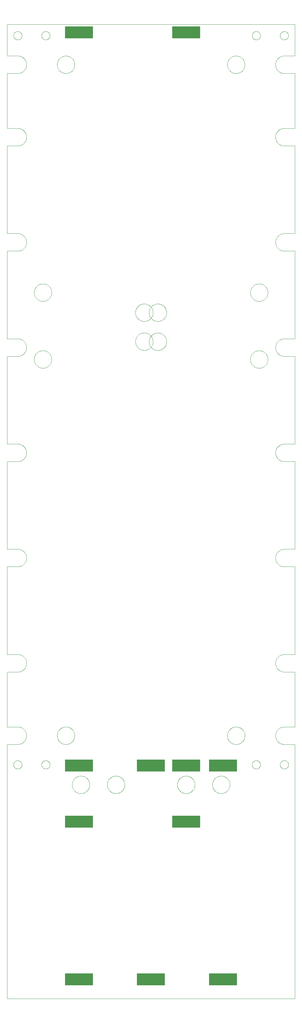
<source format=gtp>
G75*
%MOIN*%
%OFA0B0*%
%FSLAX25Y25*%
%IPPOS*%
%LPD*%
%AMOC8*
5,1,8,0,0,1.08239X$1,22.5*
%
%ADD10C,0.00004*%
%ADD11C,0.00394*%
%ADD12R,0.31496X0.13780*%
D10*
X0001063Y0001002D02*
X0323898Y0001002D01*
X0323898Y0286435D01*
X0312087Y0286435D01*
X0311847Y0286438D01*
X0311608Y0286447D01*
X0311369Y0286461D01*
X0311130Y0286482D01*
X0310891Y0286508D01*
X0310654Y0286540D01*
X0310417Y0286578D01*
X0310181Y0286621D01*
X0309947Y0286670D01*
X0309714Y0286725D01*
X0309482Y0286786D01*
X0309251Y0286852D01*
X0309023Y0286924D01*
X0308796Y0287002D01*
X0308571Y0287084D01*
X0308348Y0287173D01*
X0308127Y0287267D01*
X0307909Y0287366D01*
X0307693Y0287470D01*
X0307480Y0287580D01*
X0307270Y0287694D01*
X0307062Y0287814D01*
X0306857Y0287939D01*
X0306656Y0288069D01*
X0306458Y0288204D01*
X0306263Y0288343D01*
X0306071Y0288487D01*
X0305883Y0288636D01*
X0305699Y0288789D01*
X0305519Y0288947D01*
X0305342Y0289109D01*
X0305169Y0289276D01*
X0305001Y0289446D01*
X0304837Y0289621D01*
X0304677Y0289799D01*
X0304521Y0289982D01*
X0304370Y0290168D01*
X0304224Y0290358D01*
X0304082Y0290551D01*
X0303945Y0290747D01*
X0303812Y0290947D01*
X0303685Y0291150D01*
X0303563Y0291356D01*
X0303445Y0291566D01*
X0303333Y0291777D01*
X0303226Y0291992D01*
X0303124Y0292209D01*
X0303028Y0292428D01*
X0302937Y0292650D01*
X0302851Y0292874D01*
X0302771Y0293100D01*
X0302697Y0293328D01*
X0302628Y0293557D01*
X0302564Y0293788D01*
X0302506Y0294021D01*
X0302454Y0294255D01*
X0302408Y0294490D01*
X0302367Y0294726D01*
X0302332Y0294964D01*
X0302303Y0295201D01*
X0302280Y0295440D01*
X0302262Y0295679D01*
X0302251Y0295919D01*
X0302245Y0296158D01*
X0302245Y0296398D01*
X0302251Y0296637D01*
X0302262Y0296877D01*
X0302280Y0297116D01*
X0302303Y0297355D01*
X0302332Y0297592D01*
X0302367Y0297830D01*
X0302408Y0298066D01*
X0302454Y0298301D01*
X0302506Y0298535D01*
X0302564Y0298768D01*
X0302628Y0298999D01*
X0302697Y0299228D01*
X0302771Y0299456D01*
X0302851Y0299682D01*
X0302937Y0299906D01*
X0303028Y0300128D01*
X0303124Y0300347D01*
X0303226Y0300564D01*
X0303333Y0300779D01*
X0303445Y0300990D01*
X0303563Y0301200D01*
X0303685Y0301406D01*
X0303812Y0301609D01*
X0303945Y0301809D01*
X0304082Y0302005D01*
X0304224Y0302198D01*
X0304370Y0302388D01*
X0304521Y0302574D01*
X0304677Y0302757D01*
X0304837Y0302935D01*
X0305001Y0303110D01*
X0305169Y0303280D01*
X0305342Y0303447D01*
X0305519Y0303609D01*
X0305699Y0303767D01*
X0305883Y0303920D01*
X0306071Y0304069D01*
X0306263Y0304213D01*
X0306458Y0304352D01*
X0306656Y0304487D01*
X0306857Y0304617D01*
X0307062Y0304742D01*
X0307270Y0304862D01*
X0307480Y0304976D01*
X0307693Y0305086D01*
X0307909Y0305190D01*
X0308127Y0305289D01*
X0308348Y0305383D01*
X0308571Y0305472D01*
X0308796Y0305554D01*
X0309023Y0305632D01*
X0309251Y0305704D01*
X0309482Y0305770D01*
X0309714Y0305831D01*
X0309947Y0305886D01*
X0310181Y0305935D01*
X0310417Y0305978D01*
X0310654Y0306016D01*
X0310891Y0306048D01*
X0311130Y0306074D01*
X0311369Y0306095D01*
X0311608Y0306109D01*
X0311847Y0306118D01*
X0312087Y0306121D01*
X0312087Y0306120D02*
X0323898Y0306120D01*
X0323898Y0367734D01*
X0312087Y0367734D01*
X0311847Y0367737D01*
X0311608Y0367746D01*
X0311369Y0367760D01*
X0311130Y0367781D01*
X0310891Y0367807D01*
X0310654Y0367839D01*
X0310417Y0367877D01*
X0310181Y0367920D01*
X0309947Y0367969D01*
X0309714Y0368024D01*
X0309482Y0368085D01*
X0309251Y0368151D01*
X0309023Y0368223D01*
X0308796Y0368301D01*
X0308571Y0368383D01*
X0308348Y0368472D01*
X0308127Y0368566D01*
X0307909Y0368665D01*
X0307693Y0368769D01*
X0307480Y0368879D01*
X0307270Y0368993D01*
X0307062Y0369113D01*
X0306857Y0369238D01*
X0306656Y0369368D01*
X0306458Y0369503D01*
X0306263Y0369642D01*
X0306071Y0369786D01*
X0305883Y0369935D01*
X0305699Y0370088D01*
X0305519Y0370246D01*
X0305342Y0370408D01*
X0305169Y0370575D01*
X0305001Y0370745D01*
X0304837Y0370920D01*
X0304677Y0371098D01*
X0304521Y0371281D01*
X0304370Y0371467D01*
X0304224Y0371657D01*
X0304082Y0371850D01*
X0303945Y0372046D01*
X0303812Y0372246D01*
X0303685Y0372449D01*
X0303563Y0372655D01*
X0303445Y0372865D01*
X0303333Y0373076D01*
X0303226Y0373291D01*
X0303124Y0373508D01*
X0303028Y0373727D01*
X0302937Y0373949D01*
X0302851Y0374173D01*
X0302771Y0374399D01*
X0302697Y0374627D01*
X0302628Y0374856D01*
X0302564Y0375087D01*
X0302506Y0375320D01*
X0302454Y0375554D01*
X0302408Y0375789D01*
X0302367Y0376025D01*
X0302332Y0376263D01*
X0302303Y0376500D01*
X0302280Y0376739D01*
X0302262Y0376978D01*
X0302251Y0377218D01*
X0302245Y0377457D01*
X0302245Y0377697D01*
X0302251Y0377936D01*
X0302262Y0378176D01*
X0302280Y0378415D01*
X0302303Y0378654D01*
X0302332Y0378891D01*
X0302367Y0379129D01*
X0302408Y0379365D01*
X0302454Y0379600D01*
X0302506Y0379834D01*
X0302564Y0380067D01*
X0302628Y0380298D01*
X0302697Y0380527D01*
X0302771Y0380755D01*
X0302851Y0380981D01*
X0302937Y0381205D01*
X0303028Y0381427D01*
X0303124Y0381646D01*
X0303226Y0381863D01*
X0303333Y0382078D01*
X0303445Y0382289D01*
X0303563Y0382499D01*
X0303685Y0382705D01*
X0303812Y0382908D01*
X0303945Y0383108D01*
X0304082Y0383304D01*
X0304224Y0383497D01*
X0304370Y0383687D01*
X0304521Y0383873D01*
X0304677Y0384056D01*
X0304837Y0384234D01*
X0305001Y0384409D01*
X0305169Y0384579D01*
X0305342Y0384746D01*
X0305519Y0384908D01*
X0305699Y0385066D01*
X0305883Y0385219D01*
X0306071Y0385368D01*
X0306263Y0385512D01*
X0306458Y0385651D01*
X0306656Y0385786D01*
X0306857Y0385916D01*
X0307062Y0386041D01*
X0307270Y0386161D01*
X0307480Y0386275D01*
X0307693Y0386385D01*
X0307909Y0386489D01*
X0308127Y0386588D01*
X0308348Y0386682D01*
X0308571Y0386771D01*
X0308796Y0386853D01*
X0309023Y0386931D01*
X0309251Y0387003D01*
X0309482Y0387069D01*
X0309714Y0387130D01*
X0309947Y0387185D01*
X0310181Y0387234D01*
X0310417Y0387277D01*
X0310654Y0387315D01*
X0310891Y0387347D01*
X0311130Y0387373D01*
X0311369Y0387394D01*
X0311608Y0387408D01*
X0311847Y0387417D01*
X0312087Y0387420D01*
X0312087Y0387419D02*
X0323898Y0387419D01*
X0323898Y0485844D01*
X0312087Y0485844D01*
X0311847Y0485847D01*
X0311608Y0485856D01*
X0311369Y0485870D01*
X0311130Y0485891D01*
X0310891Y0485917D01*
X0310654Y0485949D01*
X0310417Y0485987D01*
X0310181Y0486030D01*
X0309947Y0486079D01*
X0309714Y0486134D01*
X0309482Y0486195D01*
X0309251Y0486261D01*
X0309023Y0486333D01*
X0308796Y0486411D01*
X0308571Y0486493D01*
X0308348Y0486582D01*
X0308127Y0486676D01*
X0307909Y0486775D01*
X0307693Y0486879D01*
X0307480Y0486989D01*
X0307270Y0487103D01*
X0307062Y0487223D01*
X0306857Y0487348D01*
X0306656Y0487478D01*
X0306458Y0487613D01*
X0306263Y0487752D01*
X0306071Y0487896D01*
X0305883Y0488045D01*
X0305699Y0488198D01*
X0305519Y0488356D01*
X0305342Y0488518D01*
X0305169Y0488685D01*
X0305001Y0488855D01*
X0304837Y0489030D01*
X0304677Y0489208D01*
X0304521Y0489391D01*
X0304370Y0489577D01*
X0304224Y0489767D01*
X0304082Y0489960D01*
X0303945Y0490156D01*
X0303812Y0490356D01*
X0303685Y0490559D01*
X0303563Y0490765D01*
X0303445Y0490975D01*
X0303333Y0491186D01*
X0303226Y0491401D01*
X0303124Y0491618D01*
X0303028Y0491837D01*
X0302937Y0492059D01*
X0302851Y0492283D01*
X0302771Y0492509D01*
X0302697Y0492737D01*
X0302628Y0492966D01*
X0302564Y0493197D01*
X0302506Y0493430D01*
X0302454Y0493664D01*
X0302408Y0493899D01*
X0302367Y0494135D01*
X0302332Y0494373D01*
X0302303Y0494610D01*
X0302280Y0494849D01*
X0302262Y0495088D01*
X0302251Y0495328D01*
X0302245Y0495567D01*
X0302245Y0495807D01*
X0302251Y0496046D01*
X0302262Y0496286D01*
X0302280Y0496525D01*
X0302303Y0496764D01*
X0302332Y0497001D01*
X0302367Y0497239D01*
X0302408Y0497475D01*
X0302454Y0497710D01*
X0302506Y0497944D01*
X0302564Y0498177D01*
X0302628Y0498408D01*
X0302697Y0498637D01*
X0302771Y0498865D01*
X0302851Y0499091D01*
X0302937Y0499315D01*
X0303028Y0499537D01*
X0303124Y0499756D01*
X0303226Y0499973D01*
X0303333Y0500188D01*
X0303445Y0500399D01*
X0303563Y0500609D01*
X0303685Y0500815D01*
X0303812Y0501018D01*
X0303945Y0501218D01*
X0304082Y0501414D01*
X0304224Y0501607D01*
X0304370Y0501797D01*
X0304521Y0501983D01*
X0304677Y0502166D01*
X0304837Y0502344D01*
X0305001Y0502519D01*
X0305169Y0502689D01*
X0305342Y0502856D01*
X0305519Y0503018D01*
X0305699Y0503176D01*
X0305883Y0503329D01*
X0306071Y0503478D01*
X0306263Y0503622D01*
X0306458Y0503761D01*
X0306656Y0503896D01*
X0306857Y0504026D01*
X0307062Y0504151D01*
X0307270Y0504271D01*
X0307480Y0504385D01*
X0307693Y0504495D01*
X0307909Y0504599D01*
X0308127Y0504698D01*
X0308348Y0504792D01*
X0308571Y0504881D01*
X0308796Y0504963D01*
X0309023Y0505041D01*
X0309251Y0505113D01*
X0309482Y0505179D01*
X0309714Y0505240D01*
X0309947Y0505295D01*
X0310181Y0505344D01*
X0310417Y0505387D01*
X0310654Y0505425D01*
X0310891Y0505457D01*
X0311130Y0505483D01*
X0311369Y0505504D01*
X0311608Y0505518D01*
X0311847Y0505527D01*
X0312087Y0505530D01*
X0323898Y0505530D01*
X0323898Y0603955D01*
X0312087Y0603955D01*
X0312087Y0603954D02*
X0311847Y0603957D01*
X0311608Y0603966D01*
X0311369Y0603980D01*
X0311130Y0604001D01*
X0310891Y0604027D01*
X0310654Y0604059D01*
X0310417Y0604097D01*
X0310181Y0604140D01*
X0309947Y0604189D01*
X0309714Y0604244D01*
X0309482Y0604305D01*
X0309251Y0604371D01*
X0309023Y0604443D01*
X0308796Y0604521D01*
X0308571Y0604603D01*
X0308348Y0604692D01*
X0308127Y0604786D01*
X0307909Y0604885D01*
X0307693Y0604989D01*
X0307480Y0605099D01*
X0307270Y0605213D01*
X0307062Y0605333D01*
X0306857Y0605458D01*
X0306656Y0605588D01*
X0306458Y0605723D01*
X0306263Y0605862D01*
X0306071Y0606006D01*
X0305883Y0606155D01*
X0305699Y0606308D01*
X0305519Y0606466D01*
X0305342Y0606628D01*
X0305169Y0606795D01*
X0305001Y0606965D01*
X0304837Y0607140D01*
X0304677Y0607318D01*
X0304521Y0607501D01*
X0304370Y0607687D01*
X0304224Y0607877D01*
X0304082Y0608070D01*
X0303945Y0608266D01*
X0303812Y0608466D01*
X0303685Y0608669D01*
X0303563Y0608876D01*
X0303445Y0609085D01*
X0303333Y0609296D01*
X0303226Y0609511D01*
X0303124Y0609728D01*
X0303028Y0609947D01*
X0302937Y0610169D01*
X0302851Y0610393D01*
X0302771Y0610619D01*
X0302697Y0610847D01*
X0302628Y0611076D01*
X0302564Y0611307D01*
X0302506Y0611540D01*
X0302454Y0611774D01*
X0302408Y0612009D01*
X0302367Y0612245D01*
X0302332Y0612483D01*
X0302303Y0612720D01*
X0302280Y0612959D01*
X0302262Y0613198D01*
X0302251Y0613438D01*
X0302245Y0613677D01*
X0302245Y0613917D01*
X0302251Y0614156D01*
X0302262Y0614396D01*
X0302280Y0614635D01*
X0302303Y0614874D01*
X0302332Y0615111D01*
X0302367Y0615349D01*
X0302408Y0615585D01*
X0302454Y0615820D01*
X0302506Y0616054D01*
X0302564Y0616287D01*
X0302628Y0616518D01*
X0302697Y0616747D01*
X0302771Y0616975D01*
X0302851Y0617201D01*
X0302937Y0617425D01*
X0303028Y0617647D01*
X0303124Y0617866D01*
X0303226Y0618083D01*
X0303333Y0618298D01*
X0303445Y0618509D01*
X0303563Y0618719D01*
X0303685Y0618925D01*
X0303812Y0619128D01*
X0303945Y0619328D01*
X0304082Y0619524D01*
X0304224Y0619717D01*
X0304370Y0619907D01*
X0304521Y0620093D01*
X0304677Y0620276D01*
X0304837Y0620454D01*
X0305001Y0620629D01*
X0305169Y0620799D01*
X0305342Y0620966D01*
X0305519Y0621128D01*
X0305699Y0621286D01*
X0305883Y0621439D01*
X0306071Y0621588D01*
X0306263Y0621732D01*
X0306458Y0621871D01*
X0306656Y0622006D01*
X0306857Y0622136D01*
X0307062Y0622261D01*
X0307270Y0622381D01*
X0307480Y0622495D01*
X0307693Y0622605D01*
X0307909Y0622709D01*
X0308127Y0622808D01*
X0308348Y0622902D01*
X0308571Y0622991D01*
X0308796Y0623073D01*
X0309023Y0623151D01*
X0309251Y0623223D01*
X0309482Y0623289D01*
X0309714Y0623350D01*
X0309947Y0623405D01*
X0310181Y0623454D01*
X0310417Y0623497D01*
X0310654Y0623535D01*
X0310891Y0623567D01*
X0311130Y0623593D01*
X0311369Y0623614D01*
X0311608Y0623628D01*
X0311847Y0623637D01*
X0312087Y0623640D01*
X0323898Y0623640D01*
X0323898Y0722065D01*
X0312087Y0722065D01*
X0312087Y0722064D02*
X0311847Y0722067D01*
X0311608Y0722076D01*
X0311369Y0722090D01*
X0311130Y0722111D01*
X0310891Y0722137D01*
X0310654Y0722169D01*
X0310417Y0722207D01*
X0310181Y0722250D01*
X0309947Y0722299D01*
X0309714Y0722354D01*
X0309482Y0722415D01*
X0309251Y0722481D01*
X0309023Y0722553D01*
X0308796Y0722631D01*
X0308571Y0722713D01*
X0308348Y0722802D01*
X0308127Y0722896D01*
X0307909Y0722995D01*
X0307693Y0723099D01*
X0307480Y0723209D01*
X0307270Y0723323D01*
X0307062Y0723443D01*
X0306857Y0723568D01*
X0306656Y0723698D01*
X0306458Y0723833D01*
X0306263Y0723972D01*
X0306071Y0724116D01*
X0305883Y0724265D01*
X0305699Y0724418D01*
X0305519Y0724576D01*
X0305342Y0724738D01*
X0305169Y0724905D01*
X0305001Y0725075D01*
X0304837Y0725250D01*
X0304677Y0725428D01*
X0304521Y0725611D01*
X0304370Y0725797D01*
X0304224Y0725987D01*
X0304082Y0726180D01*
X0303945Y0726376D01*
X0303812Y0726576D01*
X0303685Y0726779D01*
X0303563Y0726986D01*
X0303445Y0727195D01*
X0303333Y0727406D01*
X0303226Y0727621D01*
X0303124Y0727838D01*
X0303028Y0728057D01*
X0302937Y0728279D01*
X0302851Y0728503D01*
X0302771Y0728729D01*
X0302697Y0728957D01*
X0302628Y0729186D01*
X0302564Y0729417D01*
X0302506Y0729650D01*
X0302454Y0729884D01*
X0302408Y0730119D01*
X0302367Y0730355D01*
X0302332Y0730593D01*
X0302303Y0730830D01*
X0302280Y0731069D01*
X0302262Y0731308D01*
X0302251Y0731548D01*
X0302245Y0731787D01*
X0302245Y0732027D01*
X0302251Y0732266D01*
X0302262Y0732506D01*
X0302280Y0732745D01*
X0302303Y0732984D01*
X0302332Y0733221D01*
X0302367Y0733459D01*
X0302408Y0733695D01*
X0302454Y0733930D01*
X0302506Y0734164D01*
X0302564Y0734397D01*
X0302628Y0734628D01*
X0302697Y0734857D01*
X0302771Y0735085D01*
X0302851Y0735311D01*
X0302937Y0735535D01*
X0303028Y0735757D01*
X0303124Y0735976D01*
X0303226Y0736193D01*
X0303333Y0736408D01*
X0303445Y0736619D01*
X0303563Y0736829D01*
X0303685Y0737035D01*
X0303812Y0737238D01*
X0303945Y0737438D01*
X0304082Y0737634D01*
X0304224Y0737827D01*
X0304370Y0738017D01*
X0304521Y0738203D01*
X0304677Y0738386D01*
X0304837Y0738564D01*
X0305001Y0738739D01*
X0305169Y0738909D01*
X0305342Y0739076D01*
X0305519Y0739238D01*
X0305699Y0739396D01*
X0305883Y0739549D01*
X0306071Y0739698D01*
X0306263Y0739842D01*
X0306458Y0739981D01*
X0306656Y0740116D01*
X0306857Y0740246D01*
X0307062Y0740371D01*
X0307270Y0740491D01*
X0307480Y0740605D01*
X0307693Y0740715D01*
X0307909Y0740819D01*
X0308127Y0740918D01*
X0308348Y0741012D01*
X0308571Y0741101D01*
X0308796Y0741183D01*
X0309023Y0741261D01*
X0309251Y0741333D01*
X0309482Y0741399D01*
X0309714Y0741460D01*
X0309947Y0741515D01*
X0310181Y0741564D01*
X0310417Y0741607D01*
X0310654Y0741645D01*
X0310891Y0741677D01*
X0311130Y0741703D01*
X0311369Y0741724D01*
X0311608Y0741738D01*
X0311847Y0741747D01*
X0312087Y0741750D01*
X0323898Y0741750D01*
X0323898Y0840175D01*
X0312087Y0840175D01*
X0311847Y0840178D01*
X0311608Y0840187D01*
X0311369Y0840201D01*
X0311130Y0840222D01*
X0310891Y0840248D01*
X0310654Y0840280D01*
X0310417Y0840318D01*
X0310181Y0840361D01*
X0309947Y0840410D01*
X0309714Y0840465D01*
X0309482Y0840526D01*
X0309251Y0840592D01*
X0309023Y0840664D01*
X0308796Y0840742D01*
X0308571Y0840824D01*
X0308348Y0840913D01*
X0308127Y0841007D01*
X0307909Y0841106D01*
X0307693Y0841210D01*
X0307480Y0841320D01*
X0307270Y0841434D01*
X0307062Y0841554D01*
X0306857Y0841679D01*
X0306656Y0841809D01*
X0306458Y0841944D01*
X0306263Y0842083D01*
X0306071Y0842227D01*
X0305883Y0842376D01*
X0305699Y0842529D01*
X0305519Y0842687D01*
X0305342Y0842849D01*
X0305169Y0843016D01*
X0305001Y0843186D01*
X0304837Y0843361D01*
X0304677Y0843539D01*
X0304521Y0843722D01*
X0304370Y0843908D01*
X0304224Y0844098D01*
X0304082Y0844291D01*
X0303945Y0844487D01*
X0303812Y0844687D01*
X0303685Y0844890D01*
X0303563Y0845097D01*
X0303445Y0845306D01*
X0303333Y0845517D01*
X0303226Y0845732D01*
X0303124Y0845949D01*
X0303028Y0846168D01*
X0302937Y0846390D01*
X0302851Y0846614D01*
X0302771Y0846840D01*
X0302697Y0847068D01*
X0302628Y0847297D01*
X0302564Y0847528D01*
X0302506Y0847761D01*
X0302454Y0847995D01*
X0302408Y0848230D01*
X0302367Y0848466D01*
X0302332Y0848704D01*
X0302303Y0848941D01*
X0302280Y0849180D01*
X0302262Y0849419D01*
X0302251Y0849659D01*
X0302245Y0849898D01*
X0302245Y0850138D01*
X0302251Y0850377D01*
X0302262Y0850617D01*
X0302280Y0850856D01*
X0302303Y0851095D01*
X0302332Y0851332D01*
X0302367Y0851570D01*
X0302408Y0851806D01*
X0302454Y0852041D01*
X0302506Y0852275D01*
X0302564Y0852508D01*
X0302628Y0852739D01*
X0302697Y0852968D01*
X0302771Y0853196D01*
X0302851Y0853422D01*
X0302937Y0853646D01*
X0303028Y0853868D01*
X0303124Y0854087D01*
X0303226Y0854304D01*
X0303333Y0854519D01*
X0303445Y0854730D01*
X0303563Y0854940D01*
X0303685Y0855146D01*
X0303812Y0855349D01*
X0303945Y0855549D01*
X0304082Y0855745D01*
X0304224Y0855938D01*
X0304370Y0856128D01*
X0304521Y0856314D01*
X0304677Y0856497D01*
X0304837Y0856675D01*
X0305001Y0856850D01*
X0305169Y0857020D01*
X0305342Y0857187D01*
X0305519Y0857349D01*
X0305699Y0857507D01*
X0305883Y0857660D01*
X0306071Y0857809D01*
X0306263Y0857953D01*
X0306458Y0858092D01*
X0306656Y0858227D01*
X0306857Y0858357D01*
X0307062Y0858482D01*
X0307270Y0858602D01*
X0307480Y0858716D01*
X0307693Y0858826D01*
X0307909Y0858930D01*
X0308127Y0859029D01*
X0308348Y0859123D01*
X0308571Y0859212D01*
X0308796Y0859294D01*
X0309023Y0859372D01*
X0309251Y0859444D01*
X0309482Y0859510D01*
X0309714Y0859571D01*
X0309947Y0859626D01*
X0310181Y0859675D01*
X0310417Y0859718D01*
X0310654Y0859756D01*
X0310891Y0859788D01*
X0311130Y0859814D01*
X0311369Y0859835D01*
X0311608Y0859849D01*
X0311847Y0859858D01*
X0312087Y0859861D01*
X0312087Y0859860D02*
X0323898Y0859860D01*
X0323898Y0958285D01*
X0312087Y0958285D01*
X0311847Y0958288D01*
X0311608Y0958297D01*
X0311369Y0958311D01*
X0311130Y0958332D01*
X0310891Y0958358D01*
X0310654Y0958390D01*
X0310417Y0958428D01*
X0310181Y0958471D01*
X0309947Y0958520D01*
X0309714Y0958575D01*
X0309482Y0958636D01*
X0309251Y0958702D01*
X0309023Y0958774D01*
X0308796Y0958852D01*
X0308571Y0958934D01*
X0308348Y0959023D01*
X0308127Y0959117D01*
X0307909Y0959216D01*
X0307693Y0959320D01*
X0307480Y0959430D01*
X0307270Y0959544D01*
X0307062Y0959664D01*
X0306857Y0959789D01*
X0306656Y0959919D01*
X0306458Y0960054D01*
X0306263Y0960193D01*
X0306071Y0960337D01*
X0305883Y0960486D01*
X0305699Y0960639D01*
X0305519Y0960797D01*
X0305342Y0960959D01*
X0305169Y0961126D01*
X0305001Y0961296D01*
X0304837Y0961471D01*
X0304677Y0961649D01*
X0304521Y0961832D01*
X0304370Y0962018D01*
X0304224Y0962208D01*
X0304082Y0962401D01*
X0303945Y0962597D01*
X0303812Y0962797D01*
X0303685Y0963000D01*
X0303563Y0963207D01*
X0303445Y0963416D01*
X0303333Y0963627D01*
X0303226Y0963842D01*
X0303124Y0964059D01*
X0303028Y0964278D01*
X0302937Y0964500D01*
X0302851Y0964724D01*
X0302771Y0964950D01*
X0302697Y0965178D01*
X0302628Y0965407D01*
X0302564Y0965638D01*
X0302506Y0965871D01*
X0302454Y0966105D01*
X0302408Y0966340D01*
X0302367Y0966576D01*
X0302332Y0966814D01*
X0302303Y0967051D01*
X0302280Y0967290D01*
X0302262Y0967529D01*
X0302251Y0967769D01*
X0302245Y0968008D01*
X0302245Y0968248D01*
X0302251Y0968487D01*
X0302262Y0968727D01*
X0302280Y0968966D01*
X0302303Y0969205D01*
X0302332Y0969442D01*
X0302367Y0969680D01*
X0302408Y0969916D01*
X0302454Y0970151D01*
X0302506Y0970385D01*
X0302564Y0970618D01*
X0302628Y0970849D01*
X0302697Y0971078D01*
X0302771Y0971306D01*
X0302851Y0971532D01*
X0302937Y0971756D01*
X0303028Y0971978D01*
X0303124Y0972197D01*
X0303226Y0972414D01*
X0303333Y0972629D01*
X0303445Y0972840D01*
X0303563Y0973050D01*
X0303685Y0973256D01*
X0303812Y0973459D01*
X0303945Y0973659D01*
X0304082Y0973855D01*
X0304224Y0974048D01*
X0304370Y0974238D01*
X0304521Y0974424D01*
X0304677Y0974607D01*
X0304837Y0974785D01*
X0305001Y0974960D01*
X0305169Y0975130D01*
X0305342Y0975297D01*
X0305519Y0975459D01*
X0305699Y0975617D01*
X0305883Y0975770D01*
X0306071Y0975919D01*
X0306263Y0976063D01*
X0306458Y0976202D01*
X0306656Y0976337D01*
X0306857Y0976467D01*
X0307062Y0976592D01*
X0307270Y0976712D01*
X0307480Y0976826D01*
X0307693Y0976936D01*
X0307909Y0977040D01*
X0308127Y0977139D01*
X0308348Y0977233D01*
X0308571Y0977322D01*
X0308796Y0977404D01*
X0309023Y0977482D01*
X0309251Y0977554D01*
X0309482Y0977620D01*
X0309714Y0977681D01*
X0309947Y0977736D01*
X0310181Y0977785D01*
X0310417Y0977828D01*
X0310654Y0977866D01*
X0310891Y0977898D01*
X0311130Y0977924D01*
X0311369Y0977945D01*
X0311608Y0977959D01*
X0311847Y0977968D01*
X0312087Y0977971D01*
X0312087Y0977970D02*
X0323898Y0977970D01*
X0323898Y1039585D01*
X0312087Y1039585D01*
X0312087Y1039584D02*
X0311847Y1039587D01*
X0311608Y1039596D01*
X0311369Y1039610D01*
X0311130Y1039631D01*
X0310891Y1039657D01*
X0310654Y1039689D01*
X0310417Y1039727D01*
X0310181Y1039770D01*
X0309947Y1039819D01*
X0309714Y1039874D01*
X0309482Y1039935D01*
X0309251Y1040001D01*
X0309023Y1040073D01*
X0308796Y1040151D01*
X0308571Y1040233D01*
X0308348Y1040322D01*
X0308127Y1040416D01*
X0307909Y1040515D01*
X0307693Y1040619D01*
X0307480Y1040729D01*
X0307270Y1040843D01*
X0307062Y1040963D01*
X0306857Y1041088D01*
X0306656Y1041218D01*
X0306458Y1041353D01*
X0306263Y1041492D01*
X0306071Y1041636D01*
X0305883Y1041785D01*
X0305699Y1041938D01*
X0305519Y1042096D01*
X0305342Y1042258D01*
X0305169Y1042425D01*
X0305001Y1042595D01*
X0304837Y1042770D01*
X0304677Y1042948D01*
X0304521Y1043131D01*
X0304370Y1043317D01*
X0304224Y1043507D01*
X0304082Y1043700D01*
X0303945Y1043896D01*
X0303812Y1044096D01*
X0303685Y1044299D01*
X0303563Y1044506D01*
X0303445Y1044715D01*
X0303333Y1044926D01*
X0303226Y1045141D01*
X0303124Y1045358D01*
X0303028Y1045577D01*
X0302937Y1045799D01*
X0302851Y1046023D01*
X0302771Y1046249D01*
X0302697Y1046477D01*
X0302628Y1046706D01*
X0302564Y1046937D01*
X0302506Y1047170D01*
X0302454Y1047404D01*
X0302408Y1047639D01*
X0302367Y1047875D01*
X0302332Y1048113D01*
X0302303Y1048350D01*
X0302280Y1048589D01*
X0302262Y1048828D01*
X0302251Y1049068D01*
X0302245Y1049307D01*
X0302245Y1049547D01*
X0302251Y1049786D01*
X0302262Y1050026D01*
X0302280Y1050265D01*
X0302303Y1050504D01*
X0302332Y1050741D01*
X0302367Y1050979D01*
X0302408Y1051215D01*
X0302454Y1051450D01*
X0302506Y1051684D01*
X0302564Y1051917D01*
X0302628Y1052148D01*
X0302697Y1052377D01*
X0302771Y1052605D01*
X0302851Y1052831D01*
X0302937Y1053055D01*
X0303028Y1053277D01*
X0303124Y1053496D01*
X0303226Y1053713D01*
X0303333Y1053928D01*
X0303445Y1054139D01*
X0303563Y1054349D01*
X0303685Y1054555D01*
X0303812Y1054758D01*
X0303945Y1054958D01*
X0304082Y1055154D01*
X0304224Y1055347D01*
X0304370Y1055537D01*
X0304521Y1055723D01*
X0304677Y1055906D01*
X0304837Y1056084D01*
X0305001Y1056259D01*
X0305169Y1056429D01*
X0305342Y1056596D01*
X0305519Y1056758D01*
X0305699Y1056916D01*
X0305883Y1057069D01*
X0306071Y1057218D01*
X0306263Y1057362D01*
X0306458Y1057501D01*
X0306656Y1057636D01*
X0306857Y1057766D01*
X0307062Y1057891D01*
X0307270Y1058011D01*
X0307480Y1058125D01*
X0307693Y1058235D01*
X0307909Y1058339D01*
X0308127Y1058438D01*
X0308348Y1058532D01*
X0308571Y1058621D01*
X0308796Y1058703D01*
X0309023Y1058781D01*
X0309251Y1058853D01*
X0309482Y1058919D01*
X0309714Y1058980D01*
X0309947Y1059035D01*
X0310181Y1059084D01*
X0310417Y1059127D01*
X0310654Y1059165D01*
X0310891Y1059197D01*
X0311130Y1059223D01*
X0311369Y1059244D01*
X0311608Y1059258D01*
X0311847Y1059267D01*
X0312087Y1059270D01*
X0323898Y1059270D01*
X0323898Y1094703D01*
X0001063Y1094703D01*
X0001063Y1059270D01*
X0012874Y1059270D01*
X0013114Y1059267D01*
X0013353Y1059258D01*
X0013592Y1059244D01*
X0013831Y1059223D01*
X0014070Y1059197D01*
X0014307Y1059165D01*
X0014544Y1059127D01*
X0014780Y1059084D01*
X0015014Y1059035D01*
X0015247Y1058980D01*
X0015479Y1058919D01*
X0015710Y1058853D01*
X0015938Y1058781D01*
X0016165Y1058703D01*
X0016390Y1058621D01*
X0016613Y1058532D01*
X0016834Y1058438D01*
X0017052Y1058339D01*
X0017268Y1058235D01*
X0017481Y1058125D01*
X0017691Y1058011D01*
X0017899Y1057891D01*
X0018104Y1057766D01*
X0018305Y1057636D01*
X0018503Y1057501D01*
X0018698Y1057362D01*
X0018890Y1057218D01*
X0019078Y1057069D01*
X0019262Y1056916D01*
X0019442Y1056758D01*
X0019619Y1056596D01*
X0019792Y1056429D01*
X0019960Y1056259D01*
X0020124Y1056084D01*
X0020284Y1055906D01*
X0020440Y1055723D01*
X0020591Y1055537D01*
X0020737Y1055347D01*
X0020879Y1055154D01*
X0021016Y1054958D01*
X0021149Y1054758D01*
X0021276Y1054555D01*
X0021398Y1054349D01*
X0021516Y1054139D01*
X0021628Y1053928D01*
X0021735Y1053713D01*
X0021837Y1053496D01*
X0021933Y1053277D01*
X0022024Y1053055D01*
X0022110Y1052831D01*
X0022190Y1052605D01*
X0022264Y1052377D01*
X0022333Y1052148D01*
X0022397Y1051917D01*
X0022455Y1051684D01*
X0022507Y1051450D01*
X0022553Y1051215D01*
X0022594Y1050979D01*
X0022629Y1050741D01*
X0022658Y1050504D01*
X0022681Y1050265D01*
X0022699Y1050026D01*
X0022710Y1049786D01*
X0022716Y1049547D01*
X0022716Y1049307D01*
X0022710Y1049068D01*
X0022699Y1048828D01*
X0022681Y1048589D01*
X0022658Y1048350D01*
X0022629Y1048113D01*
X0022594Y1047875D01*
X0022553Y1047639D01*
X0022507Y1047404D01*
X0022455Y1047170D01*
X0022397Y1046937D01*
X0022333Y1046706D01*
X0022264Y1046477D01*
X0022190Y1046249D01*
X0022110Y1046023D01*
X0022024Y1045799D01*
X0021933Y1045577D01*
X0021837Y1045358D01*
X0021735Y1045141D01*
X0021628Y1044926D01*
X0021516Y1044715D01*
X0021398Y1044506D01*
X0021276Y1044299D01*
X0021149Y1044096D01*
X0021016Y1043896D01*
X0020879Y1043700D01*
X0020737Y1043507D01*
X0020591Y1043317D01*
X0020440Y1043131D01*
X0020284Y1042948D01*
X0020124Y1042770D01*
X0019960Y1042595D01*
X0019792Y1042425D01*
X0019619Y1042258D01*
X0019442Y1042096D01*
X0019262Y1041938D01*
X0019078Y1041785D01*
X0018890Y1041636D01*
X0018698Y1041492D01*
X0018503Y1041353D01*
X0018305Y1041218D01*
X0018104Y1041088D01*
X0017899Y1040963D01*
X0017691Y1040843D01*
X0017481Y1040729D01*
X0017268Y1040619D01*
X0017052Y1040515D01*
X0016834Y1040416D01*
X0016613Y1040322D01*
X0016390Y1040233D01*
X0016165Y1040151D01*
X0015938Y1040073D01*
X0015710Y1040001D01*
X0015479Y1039935D01*
X0015247Y1039874D01*
X0015014Y1039819D01*
X0014780Y1039770D01*
X0014544Y1039727D01*
X0014307Y1039689D01*
X0014070Y1039657D01*
X0013831Y1039631D01*
X0013592Y1039610D01*
X0013353Y1039596D01*
X0013114Y1039587D01*
X0012874Y1039584D01*
X0012874Y1039585D02*
X0001063Y1039585D01*
X0001063Y0977970D01*
X0012874Y0977970D01*
X0012874Y0977971D02*
X0013114Y0977968D01*
X0013353Y0977959D01*
X0013592Y0977945D01*
X0013831Y0977924D01*
X0014070Y0977898D01*
X0014307Y0977866D01*
X0014544Y0977828D01*
X0014780Y0977785D01*
X0015014Y0977736D01*
X0015247Y0977681D01*
X0015479Y0977620D01*
X0015710Y0977554D01*
X0015938Y0977482D01*
X0016165Y0977404D01*
X0016390Y0977322D01*
X0016613Y0977233D01*
X0016834Y0977139D01*
X0017052Y0977040D01*
X0017268Y0976936D01*
X0017481Y0976826D01*
X0017691Y0976712D01*
X0017899Y0976592D01*
X0018104Y0976467D01*
X0018305Y0976337D01*
X0018503Y0976202D01*
X0018698Y0976063D01*
X0018890Y0975919D01*
X0019078Y0975770D01*
X0019262Y0975617D01*
X0019442Y0975459D01*
X0019619Y0975297D01*
X0019792Y0975130D01*
X0019960Y0974960D01*
X0020124Y0974785D01*
X0020284Y0974607D01*
X0020440Y0974424D01*
X0020591Y0974238D01*
X0020737Y0974048D01*
X0020879Y0973855D01*
X0021016Y0973659D01*
X0021149Y0973459D01*
X0021276Y0973256D01*
X0021398Y0973050D01*
X0021516Y0972840D01*
X0021628Y0972629D01*
X0021735Y0972414D01*
X0021837Y0972197D01*
X0021933Y0971978D01*
X0022024Y0971756D01*
X0022110Y0971532D01*
X0022190Y0971306D01*
X0022264Y0971078D01*
X0022333Y0970849D01*
X0022397Y0970618D01*
X0022455Y0970385D01*
X0022507Y0970151D01*
X0022553Y0969916D01*
X0022594Y0969680D01*
X0022629Y0969442D01*
X0022658Y0969205D01*
X0022681Y0968966D01*
X0022699Y0968727D01*
X0022710Y0968487D01*
X0022716Y0968248D01*
X0022716Y0968008D01*
X0022710Y0967769D01*
X0022699Y0967529D01*
X0022681Y0967290D01*
X0022658Y0967051D01*
X0022629Y0966814D01*
X0022594Y0966576D01*
X0022553Y0966340D01*
X0022507Y0966105D01*
X0022455Y0965871D01*
X0022397Y0965638D01*
X0022333Y0965407D01*
X0022264Y0965178D01*
X0022190Y0964950D01*
X0022110Y0964724D01*
X0022024Y0964500D01*
X0021933Y0964278D01*
X0021837Y0964059D01*
X0021735Y0963842D01*
X0021628Y0963627D01*
X0021516Y0963416D01*
X0021398Y0963207D01*
X0021276Y0963000D01*
X0021149Y0962797D01*
X0021016Y0962597D01*
X0020879Y0962401D01*
X0020737Y0962208D01*
X0020591Y0962018D01*
X0020440Y0961832D01*
X0020284Y0961649D01*
X0020124Y0961471D01*
X0019960Y0961296D01*
X0019792Y0961126D01*
X0019619Y0960959D01*
X0019442Y0960797D01*
X0019262Y0960639D01*
X0019078Y0960486D01*
X0018890Y0960337D01*
X0018698Y0960193D01*
X0018503Y0960054D01*
X0018305Y0959919D01*
X0018104Y0959789D01*
X0017899Y0959664D01*
X0017691Y0959544D01*
X0017481Y0959430D01*
X0017268Y0959320D01*
X0017052Y0959216D01*
X0016834Y0959117D01*
X0016613Y0959023D01*
X0016390Y0958934D01*
X0016165Y0958852D01*
X0015938Y0958774D01*
X0015710Y0958702D01*
X0015479Y0958636D01*
X0015247Y0958575D01*
X0015014Y0958520D01*
X0014780Y0958471D01*
X0014544Y0958428D01*
X0014307Y0958390D01*
X0014070Y0958358D01*
X0013831Y0958332D01*
X0013592Y0958311D01*
X0013353Y0958297D01*
X0013114Y0958288D01*
X0012874Y0958285D01*
X0001063Y0958285D01*
X0001063Y0859860D01*
X0012874Y0859860D01*
X0012874Y0859861D02*
X0013114Y0859858D01*
X0013353Y0859849D01*
X0013592Y0859835D01*
X0013831Y0859814D01*
X0014070Y0859788D01*
X0014307Y0859756D01*
X0014544Y0859718D01*
X0014780Y0859675D01*
X0015014Y0859626D01*
X0015247Y0859571D01*
X0015479Y0859510D01*
X0015710Y0859444D01*
X0015938Y0859372D01*
X0016165Y0859294D01*
X0016390Y0859212D01*
X0016613Y0859123D01*
X0016834Y0859029D01*
X0017052Y0858930D01*
X0017268Y0858826D01*
X0017481Y0858716D01*
X0017691Y0858602D01*
X0017899Y0858482D01*
X0018104Y0858357D01*
X0018305Y0858227D01*
X0018503Y0858092D01*
X0018698Y0857953D01*
X0018890Y0857809D01*
X0019078Y0857660D01*
X0019262Y0857507D01*
X0019442Y0857349D01*
X0019619Y0857187D01*
X0019792Y0857020D01*
X0019960Y0856850D01*
X0020124Y0856675D01*
X0020284Y0856497D01*
X0020440Y0856314D01*
X0020591Y0856128D01*
X0020737Y0855938D01*
X0020879Y0855745D01*
X0021016Y0855549D01*
X0021149Y0855349D01*
X0021276Y0855146D01*
X0021398Y0854940D01*
X0021516Y0854730D01*
X0021628Y0854519D01*
X0021735Y0854304D01*
X0021837Y0854087D01*
X0021933Y0853868D01*
X0022024Y0853646D01*
X0022110Y0853422D01*
X0022190Y0853196D01*
X0022264Y0852968D01*
X0022333Y0852739D01*
X0022397Y0852508D01*
X0022455Y0852275D01*
X0022507Y0852041D01*
X0022553Y0851806D01*
X0022594Y0851570D01*
X0022629Y0851332D01*
X0022658Y0851095D01*
X0022681Y0850856D01*
X0022699Y0850617D01*
X0022710Y0850377D01*
X0022716Y0850138D01*
X0022716Y0849898D01*
X0022710Y0849659D01*
X0022699Y0849419D01*
X0022681Y0849180D01*
X0022658Y0848941D01*
X0022629Y0848704D01*
X0022594Y0848466D01*
X0022553Y0848230D01*
X0022507Y0847995D01*
X0022455Y0847761D01*
X0022397Y0847528D01*
X0022333Y0847297D01*
X0022264Y0847068D01*
X0022190Y0846840D01*
X0022110Y0846614D01*
X0022024Y0846390D01*
X0021933Y0846168D01*
X0021837Y0845949D01*
X0021735Y0845732D01*
X0021628Y0845517D01*
X0021516Y0845306D01*
X0021398Y0845097D01*
X0021276Y0844890D01*
X0021149Y0844687D01*
X0021016Y0844487D01*
X0020879Y0844291D01*
X0020737Y0844098D01*
X0020591Y0843908D01*
X0020440Y0843722D01*
X0020284Y0843539D01*
X0020124Y0843361D01*
X0019960Y0843186D01*
X0019792Y0843016D01*
X0019619Y0842849D01*
X0019442Y0842687D01*
X0019262Y0842529D01*
X0019078Y0842376D01*
X0018890Y0842227D01*
X0018698Y0842083D01*
X0018503Y0841944D01*
X0018305Y0841809D01*
X0018104Y0841679D01*
X0017899Y0841554D01*
X0017691Y0841434D01*
X0017481Y0841320D01*
X0017268Y0841210D01*
X0017052Y0841106D01*
X0016834Y0841007D01*
X0016613Y0840913D01*
X0016390Y0840824D01*
X0016165Y0840742D01*
X0015938Y0840664D01*
X0015710Y0840592D01*
X0015479Y0840526D01*
X0015247Y0840465D01*
X0015014Y0840410D01*
X0014780Y0840361D01*
X0014544Y0840318D01*
X0014307Y0840280D01*
X0014070Y0840248D01*
X0013831Y0840222D01*
X0013592Y0840201D01*
X0013353Y0840187D01*
X0013114Y0840178D01*
X0012874Y0840175D01*
X0001063Y0840175D01*
X0001063Y0741750D01*
X0012874Y0741750D01*
X0013114Y0741747D01*
X0013353Y0741738D01*
X0013592Y0741724D01*
X0013831Y0741703D01*
X0014070Y0741677D01*
X0014307Y0741645D01*
X0014544Y0741607D01*
X0014780Y0741564D01*
X0015014Y0741515D01*
X0015247Y0741460D01*
X0015479Y0741399D01*
X0015710Y0741333D01*
X0015938Y0741261D01*
X0016165Y0741183D01*
X0016390Y0741101D01*
X0016613Y0741012D01*
X0016834Y0740918D01*
X0017052Y0740819D01*
X0017268Y0740715D01*
X0017481Y0740605D01*
X0017691Y0740491D01*
X0017899Y0740371D01*
X0018104Y0740246D01*
X0018305Y0740116D01*
X0018503Y0739981D01*
X0018698Y0739842D01*
X0018890Y0739698D01*
X0019078Y0739549D01*
X0019262Y0739396D01*
X0019442Y0739238D01*
X0019619Y0739076D01*
X0019792Y0738909D01*
X0019960Y0738739D01*
X0020124Y0738564D01*
X0020284Y0738386D01*
X0020440Y0738203D01*
X0020591Y0738017D01*
X0020737Y0737827D01*
X0020879Y0737634D01*
X0021016Y0737438D01*
X0021149Y0737238D01*
X0021276Y0737035D01*
X0021398Y0736829D01*
X0021516Y0736619D01*
X0021628Y0736408D01*
X0021735Y0736193D01*
X0021837Y0735976D01*
X0021933Y0735757D01*
X0022024Y0735535D01*
X0022110Y0735311D01*
X0022190Y0735085D01*
X0022264Y0734857D01*
X0022333Y0734628D01*
X0022397Y0734397D01*
X0022455Y0734164D01*
X0022507Y0733930D01*
X0022553Y0733695D01*
X0022594Y0733459D01*
X0022629Y0733221D01*
X0022658Y0732984D01*
X0022681Y0732745D01*
X0022699Y0732506D01*
X0022710Y0732266D01*
X0022716Y0732027D01*
X0022716Y0731787D01*
X0022710Y0731548D01*
X0022699Y0731308D01*
X0022681Y0731069D01*
X0022658Y0730830D01*
X0022629Y0730593D01*
X0022594Y0730355D01*
X0022553Y0730119D01*
X0022507Y0729884D01*
X0022455Y0729650D01*
X0022397Y0729417D01*
X0022333Y0729186D01*
X0022264Y0728957D01*
X0022190Y0728729D01*
X0022110Y0728503D01*
X0022024Y0728279D01*
X0021933Y0728057D01*
X0021837Y0727838D01*
X0021735Y0727621D01*
X0021628Y0727406D01*
X0021516Y0727195D01*
X0021398Y0726986D01*
X0021276Y0726779D01*
X0021149Y0726576D01*
X0021016Y0726376D01*
X0020879Y0726180D01*
X0020737Y0725987D01*
X0020591Y0725797D01*
X0020440Y0725611D01*
X0020284Y0725428D01*
X0020124Y0725250D01*
X0019960Y0725075D01*
X0019792Y0724905D01*
X0019619Y0724738D01*
X0019442Y0724576D01*
X0019262Y0724418D01*
X0019078Y0724265D01*
X0018890Y0724116D01*
X0018698Y0723972D01*
X0018503Y0723833D01*
X0018305Y0723698D01*
X0018104Y0723568D01*
X0017899Y0723443D01*
X0017691Y0723323D01*
X0017481Y0723209D01*
X0017268Y0723099D01*
X0017052Y0722995D01*
X0016834Y0722896D01*
X0016613Y0722802D01*
X0016390Y0722713D01*
X0016165Y0722631D01*
X0015938Y0722553D01*
X0015710Y0722481D01*
X0015479Y0722415D01*
X0015247Y0722354D01*
X0015014Y0722299D01*
X0014780Y0722250D01*
X0014544Y0722207D01*
X0014307Y0722169D01*
X0014070Y0722137D01*
X0013831Y0722111D01*
X0013592Y0722090D01*
X0013353Y0722076D01*
X0013114Y0722067D01*
X0012874Y0722064D01*
X0012874Y0722065D02*
X0001063Y0722065D01*
X0001063Y0623640D01*
X0012874Y0623640D01*
X0013114Y0623637D01*
X0013353Y0623628D01*
X0013592Y0623614D01*
X0013831Y0623593D01*
X0014070Y0623567D01*
X0014307Y0623535D01*
X0014544Y0623497D01*
X0014780Y0623454D01*
X0015014Y0623405D01*
X0015247Y0623350D01*
X0015479Y0623289D01*
X0015710Y0623223D01*
X0015938Y0623151D01*
X0016165Y0623073D01*
X0016390Y0622991D01*
X0016613Y0622902D01*
X0016834Y0622808D01*
X0017052Y0622709D01*
X0017268Y0622605D01*
X0017481Y0622495D01*
X0017691Y0622381D01*
X0017899Y0622261D01*
X0018104Y0622136D01*
X0018305Y0622006D01*
X0018503Y0621871D01*
X0018698Y0621732D01*
X0018890Y0621588D01*
X0019078Y0621439D01*
X0019262Y0621286D01*
X0019442Y0621128D01*
X0019619Y0620966D01*
X0019792Y0620799D01*
X0019960Y0620629D01*
X0020124Y0620454D01*
X0020284Y0620276D01*
X0020440Y0620093D01*
X0020591Y0619907D01*
X0020737Y0619717D01*
X0020879Y0619524D01*
X0021016Y0619328D01*
X0021149Y0619128D01*
X0021276Y0618925D01*
X0021398Y0618719D01*
X0021516Y0618509D01*
X0021628Y0618298D01*
X0021735Y0618083D01*
X0021837Y0617866D01*
X0021933Y0617647D01*
X0022024Y0617425D01*
X0022110Y0617201D01*
X0022190Y0616975D01*
X0022264Y0616747D01*
X0022333Y0616518D01*
X0022397Y0616287D01*
X0022455Y0616054D01*
X0022507Y0615820D01*
X0022553Y0615585D01*
X0022594Y0615349D01*
X0022629Y0615111D01*
X0022658Y0614874D01*
X0022681Y0614635D01*
X0022699Y0614396D01*
X0022710Y0614156D01*
X0022716Y0613917D01*
X0022716Y0613677D01*
X0022710Y0613438D01*
X0022699Y0613198D01*
X0022681Y0612959D01*
X0022658Y0612720D01*
X0022629Y0612483D01*
X0022594Y0612245D01*
X0022553Y0612009D01*
X0022507Y0611774D01*
X0022455Y0611540D01*
X0022397Y0611307D01*
X0022333Y0611076D01*
X0022264Y0610847D01*
X0022190Y0610619D01*
X0022110Y0610393D01*
X0022024Y0610169D01*
X0021933Y0609947D01*
X0021837Y0609728D01*
X0021735Y0609511D01*
X0021628Y0609296D01*
X0021516Y0609085D01*
X0021398Y0608876D01*
X0021276Y0608669D01*
X0021149Y0608466D01*
X0021016Y0608266D01*
X0020879Y0608070D01*
X0020737Y0607877D01*
X0020591Y0607687D01*
X0020440Y0607501D01*
X0020284Y0607318D01*
X0020124Y0607140D01*
X0019960Y0606965D01*
X0019792Y0606795D01*
X0019619Y0606628D01*
X0019442Y0606466D01*
X0019262Y0606308D01*
X0019078Y0606155D01*
X0018890Y0606006D01*
X0018698Y0605862D01*
X0018503Y0605723D01*
X0018305Y0605588D01*
X0018104Y0605458D01*
X0017899Y0605333D01*
X0017691Y0605213D01*
X0017481Y0605099D01*
X0017268Y0604989D01*
X0017052Y0604885D01*
X0016834Y0604786D01*
X0016613Y0604692D01*
X0016390Y0604603D01*
X0016165Y0604521D01*
X0015938Y0604443D01*
X0015710Y0604371D01*
X0015479Y0604305D01*
X0015247Y0604244D01*
X0015014Y0604189D01*
X0014780Y0604140D01*
X0014544Y0604097D01*
X0014307Y0604059D01*
X0014070Y0604027D01*
X0013831Y0604001D01*
X0013592Y0603980D01*
X0013353Y0603966D01*
X0013114Y0603957D01*
X0012874Y0603954D01*
X0012874Y0603955D02*
X0001063Y0603955D01*
X0001063Y0505530D01*
X0012874Y0505530D01*
X0013114Y0505527D01*
X0013353Y0505518D01*
X0013592Y0505504D01*
X0013831Y0505483D01*
X0014070Y0505457D01*
X0014307Y0505425D01*
X0014544Y0505387D01*
X0014780Y0505344D01*
X0015014Y0505295D01*
X0015247Y0505240D01*
X0015479Y0505179D01*
X0015710Y0505113D01*
X0015938Y0505041D01*
X0016165Y0504963D01*
X0016390Y0504881D01*
X0016613Y0504792D01*
X0016834Y0504698D01*
X0017052Y0504599D01*
X0017268Y0504495D01*
X0017481Y0504385D01*
X0017691Y0504271D01*
X0017899Y0504151D01*
X0018104Y0504026D01*
X0018305Y0503896D01*
X0018503Y0503761D01*
X0018698Y0503622D01*
X0018890Y0503478D01*
X0019078Y0503329D01*
X0019262Y0503176D01*
X0019442Y0503018D01*
X0019619Y0502856D01*
X0019792Y0502689D01*
X0019960Y0502519D01*
X0020124Y0502344D01*
X0020284Y0502166D01*
X0020440Y0501983D01*
X0020591Y0501797D01*
X0020737Y0501607D01*
X0020879Y0501414D01*
X0021016Y0501218D01*
X0021149Y0501018D01*
X0021276Y0500815D01*
X0021398Y0500609D01*
X0021516Y0500399D01*
X0021628Y0500188D01*
X0021735Y0499973D01*
X0021837Y0499756D01*
X0021933Y0499537D01*
X0022024Y0499315D01*
X0022110Y0499091D01*
X0022190Y0498865D01*
X0022264Y0498637D01*
X0022333Y0498408D01*
X0022397Y0498177D01*
X0022455Y0497944D01*
X0022507Y0497710D01*
X0022553Y0497475D01*
X0022594Y0497239D01*
X0022629Y0497001D01*
X0022658Y0496764D01*
X0022681Y0496525D01*
X0022699Y0496286D01*
X0022710Y0496046D01*
X0022716Y0495807D01*
X0022716Y0495567D01*
X0022710Y0495328D01*
X0022699Y0495088D01*
X0022681Y0494849D01*
X0022658Y0494610D01*
X0022629Y0494373D01*
X0022594Y0494135D01*
X0022553Y0493899D01*
X0022507Y0493664D01*
X0022455Y0493430D01*
X0022397Y0493197D01*
X0022333Y0492966D01*
X0022264Y0492737D01*
X0022190Y0492509D01*
X0022110Y0492283D01*
X0022024Y0492059D01*
X0021933Y0491837D01*
X0021837Y0491618D01*
X0021735Y0491401D01*
X0021628Y0491186D01*
X0021516Y0490975D01*
X0021398Y0490766D01*
X0021276Y0490559D01*
X0021149Y0490356D01*
X0021016Y0490156D01*
X0020879Y0489960D01*
X0020737Y0489767D01*
X0020591Y0489577D01*
X0020440Y0489391D01*
X0020284Y0489208D01*
X0020124Y0489030D01*
X0019960Y0488855D01*
X0019792Y0488685D01*
X0019619Y0488518D01*
X0019442Y0488356D01*
X0019262Y0488198D01*
X0019078Y0488045D01*
X0018890Y0487896D01*
X0018698Y0487752D01*
X0018503Y0487613D01*
X0018305Y0487478D01*
X0018104Y0487348D01*
X0017899Y0487223D01*
X0017691Y0487103D01*
X0017481Y0486989D01*
X0017268Y0486879D01*
X0017052Y0486775D01*
X0016834Y0486676D01*
X0016613Y0486582D01*
X0016390Y0486493D01*
X0016165Y0486411D01*
X0015938Y0486333D01*
X0015710Y0486261D01*
X0015479Y0486195D01*
X0015247Y0486134D01*
X0015014Y0486079D01*
X0014780Y0486030D01*
X0014544Y0485987D01*
X0014307Y0485949D01*
X0014070Y0485917D01*
X0013831Y0485891D01*
X0013592Y0485870D01*
X0013353Y0485856D01*
X0013114Y0485847D01*
X0012874Y0485844D01*
X0001063Y0485844D01*
X0001063Y0387419D01*
X0012874Y0387419D01*
X0012874Y0387420D02*
X0013114Y0387417D01*
X0013353Y0387408D01*
X0013592Y0387394D01*
X0013831Y0387373D01*
X0014070Y0387347D01*
X0014307Y0387315D01*
X0014544Y0387277D01*
X0014780Y0387234D01*
X0015014Y0387185D01*
X0015247Y0387130D01*
X0015479Y0387069D01*
X0015710Y0387003D01*
X0015938Y0386931D01*
X0016165Y0386853D01*
X0016390Y0386771D01*
X0016613Y0386682D01*
X0016834Y0386588D01*
X0017052Y0386489D01*
X0017268Y0386385D01*
X0017481Y0386275D01*
X0017691Y0386161D01*
X0017899Y0386041D01*
X0018104Y0385916D01*
X0018305Y0385786D01*
X0018503Y0385651D01*
X0018698Y0385512D01*
X0018890Y0385368D01*
X0019078Y0385219D01*
X0019262Y0385066D01*
X0019442Y0384908D01*
X0019619Y0384746D01*
X0019792Y0384579D01*
X0019960Y0384409D01*
X0020124Y0384234D01*
X0020284Y0384056D01*
X0020440Y0383873D01*
X0020591Y0383687D01*
X0020737Y0383497D01*
X0020879Y0383304D01*
X0021016Y0383108D01*
X0021149Y0382908D01*
X0021276Y0382705D01*
X0021398Y0382499D01*
X0021516Y0382289D01*
X0021628Y0382078D01*
X0021735Y0381863D01*
X0021837Y0381646D01*
X0021933Y0381427D01*
X0022024Y0381205D01*
X0022110Y0380981D01*
X0022190Y0380755D01*
X0022264Y0380527D01*
X0022333Y0380298D01*
X0022397Y0380067D01*
X0022455Y0379834D01*
X0022507Y0379600D01*
X0022553Y0379365D01*
X0022594Y0379129D01*
X0022629Y0378891D01*
X0022658Y0378654D01*
X0022681Y0378415D01*
X0022699Y0378176D01*
X0022710Y0377936D01*
X0022716Y0377697D01*
X0022716Y0377457D01*
X0022710Y0377218D01*
X0022699Y0376978D01*
X0022681Y0376739D01*
X0022658Y0376500D01*
X0022629Y0376263D01*
X0022594Y0376025D01*
X0022553Y0375789D01*
X0022507Y0375554D01*
X0022455Y0375320D01*
X0022397Y0375087D01*
X0022333Y0374856D01*
X0022264Y0374627D01*
X0022190Y0374399D01*
X0022110Y0374173D01*
X0022024Y0373949D01*
X0021933Y0373727D01*
X0021837Y0373508D01*
X0021735Y0373291D01*
X0021628Y0373076D01*
X0021516Y0372865D01*
X0021398Y0372656D01*
X0021276Y0372449D01*
X0021149Y0372246D01*
X0021016Y0372046D01*
X0020879Y0371850D01*
X0020737Y0371657D01*
X0020591Y0371467D01*
X0020440Y0371281D01*
X0020284Y0371098D01*
X0020124Y0370920D01*
X0019960Y0370745D01*
X0019792Y0370575D01*
X0019619Y0370408D01*
X0019442Y0370246D01*
X0019262Y0370088D01*
X0019078Y0369935D01*
X0018890Y0369786D01*
X0018698Y0369642D01*
X0018503Y0369503D01*
X0018305Y0369368D01*
X0018104Y0369238D01*
X0017899Y0369113D01*
X0017691Y0368993D01*
X0017481Y0368879D01*
X0017268Y0368769D01*
X0017052Y0368665D01*
X0016834Y0368566D01*
X0016613Y0368472D01*
X0016390Y0368383D01*
X0016165Y0368301D01*
X0015938Y0368223D01*
X0015710Y0368151D01*
X0015479Y0368085D01*
X0015247Y0368024D01*
X0015014Y0367969D01*
X0014780Y0367920D01*
X0014544Y0367877D01*
X0014307Y0367839D01*
X0014070Y0367807D01*
X0013831Y0367781D01*
X0013592Y0367760D01*
X0013353Y0367746D01*
X0013114Y0367737D01*
X0012874Y0367734D01*
X0001063Y0367734D01*
X0001063Y0306120D01*
X0012874Y0306120D01*
X0012874Y0306121D02*
X0013114Y0306118D01*
X0013353Y0306109D01*
X0013592Y0306095D01*
X0013831Y0306074D01*
X0014070Y0306048D01*
X0014307Y0306016D01*
X0014544Y0305978D01*
X0014780Y0305935D01*
X0015014Y0305886D01*
X0015247Y0305831D01*
X0015479Y0305770D01*
X0015710Y0305704D01*
X0015938Y0305632D01*
X0016165Y0305554D01*
X0016390Y0305472D01*
X0016613Y0305383D01*
X0016834Y0305289D01*
X0017052Y0305190D01*
X0017268Y0305086D01*
X0017481Y0304976D01*
X0017691Y0304862D01*
X0017899Y0304742D01*
X0018104Y0304617D01*
X0018305Y0304487D01*
X0018503Y0304352D01*
X0018698Y0304213D01*
X0018890Y0304069D01*
X0019078Y0303920D01*
X0019262Y0303767D01*
X0019442Y0303609D01*
X0019619Y0303447D01*
X0019792Y0303280D01*
X0019960Y0303110D01*
X0020124Y0302935D01*
X0020284Y0302757D01*
X0020440Y0302574D01*
X0020591Y0302388D01*
X0020737Y0302198D01*
X0020879Y0302005D01*
X0021016Y0301809D01*
X0021149Y0301609D01*
X0021276Y0301406D01*
X0021398Y0301200D01*
X0021516Y0300990D01*
X0021628Y0300779D01*
X0021735Y0300564D01*
X0021837Y0300347D01*
X0021933Y0300128D01*
X0022024Y0299906D01*
X0022110Y0299682D01*
X0022190Y0299456D01*
X0022264Y0299228D01*
X0022333Y0298999D01*
X0022397Y0298768D01*
X0022455Y0298535D01*
X0022507Y0298301D01*
X0022553Y0298066D01*
X0022594Y0297830D01*
X0022629Y0297592D01*
X0022658Y0297355D01*
X0022681Y0297116D01*
X0022699Y0296877D01*
X0022710Y0296637D01*
X0022716Y0296398D01*
X0022716Y0296158D01*
X0022710Y0295919D01*
X0022699Y0295679D01*
X0022681Y0295440D01*
X0022658Y0295201D01*
X0022629Y0294964D01*
X0022594Y0294726D01*
X0022553Y0294490D01*
X0022507Y0294255D01*
X0022455Y0294021D01*
X0022397Y0293788D01*
X0022333Y0293557D01*
X0022264Y0293328D01*
X0022190Y0293100D01*
X0022110Y0292874D01*
X0022024Y0292650D01*
X0021933Y0292428D01*
X0021837Y0292209D01*
X0021735Y0291992D01*
X0021628Y0291777D01*
X0021516Y0291566D01*
X0021398Y0291357D01*
X0021276Y0291150D01*
X0021149Y0290947D01*
X0021016Y0290747D01*
X0020879Y0290551D01*
X0020737Y0290358D01*
X0020591Y0290168D01*
X0020440Y0289982D01*
X0020284Y0289799D01*
X0020124Y0289621D01*
X0019960Y0289446D01*
X0019792Y0289276D01*
X0019619Y0289109D01*
X0019442Y0288947D01*
X0019262Y0288789D01*
X0019078Y0288636D01*
X0018890Y0288487D01*
X0018698Y0288343D01*
X0018503Y0288204D01*
X0018305Y0288069D01*
X0018104Y0287939D01*
X0017899Y0287814D01*
X0017691Y0287694D01*
X0017481Y0287580D01*
X0017268Y0287470D01*
X0017052Y0287366D01*
X0016834Y0287267D01*
X0016613Y0287173D01*
X0016390Y0287084D01*
X0016165Y0287002D01*
X0015938Y0286924D01*
X0015710Y0286852D01*
X0015479Y0286786D01*
X0015247Y0286725D01*
X0015014Y0286670D01*
X0014780Y0286621D01*
X0014544Y0286578D01*
X0014307Y0286540D01*
X0014070Y0286508D01*
X0013831Y0286482D01*
X0013592Y0286461D01*
X0013353Y0286447D01*
X0013114Y0286438D01*
X0012874Y0286435D01*
X0001063Y0286435D01*
X0001063Y0001002D01*
X0008187Y0263600D02*
X0008189Y0263736D01*
X0008195Y0263873D01*
X0008205Y0264008D01*
X0008219Y0264144D01*
X0008236Y0264279D01*
X0008258Y0264414D01*
X0008284Y0264548D01*
X0008313Y0264681D01*
X0008347Y0264813D01*
X0008384Y0264944D01*
X0008425Y0265074D01*
X0008470Y0265203D01*
X0008518Y0265330D01*
X0008570Y0265456D01*
X0008626Y0265581D01*
X0008686Y0265704D01*
X0008748Y0265824D01*
X0008815Y0265943D01*
X0008885Y0266061D01*
X0008958Y0266176D01*
X0009035Y0266288D01*
X0009114Y0266399D01*
X0009197Y0266507D01*
X0009284Y0266613D01*
X0009373Y0266716D01*
X0009465Y0266816D01*
X0009560Y0266914D01*
X0009658Y0267009D01*
X0009758Y0267101D01*
X0009861Y0267190D01*
X0009967Y0267277D01*
X0010075Y0267360D01*
X0010186Y0267439D01*
X0010298Y0267516D01*
X0010413Y0267589D01*
X0010530Y0267659D01*
X0010650Y0267726D01*
X0010770Y0267788D01*
X0010893Y0267848D01*
X0011018Y0267904D01*
X0011144Y0267956D01*
X0011271Y0268004D01*
X0011400Y0268049D01*
X0011530Y0268090D01*
X0011661Y0268127D01*
X0011793Y0268161D01*
X0011926Y0268190D01*
X0012060Y0268216D01*
X0012195Y0268238D01*
X0012330Y0268255D01*
X0012466Y0268269D01*
X0012601Y0268279D01*
X0012738Y0268285D01*
X0012874Y0268287D01*
X0013010Y0268285D01*
X0013147Y0268279D01*
X0013282Y0268269D01*
X0013418Y0268255D01*
X0013553Y0268238D01*
X0013688Y0268216D01*
X0013822Y0268190D01*
X0013955Y0268161D01*
X0014087Y0268127D01*
X0014218Y0268090D01*
X0014348Y0268049D01*
X0014477Y0268004D01*
X0014604Y0267956D01*
X0014730Y0267904D01*
X0014855Y0267848D01*
X0014978Y0267788D01*
X0015098Y0267726D01*
X0015217Y0267659D01*
X0015335Y0267589D01*
X0015450Y0267516D01*
X0015562Y0267439D01*
X0015673Y0267360D01*
X0015781Y0267277D01*
X0015887Y0267190D01*
X0015990Y0267101D01*
X0016090Y0267009D01*
X0016188Y0266914D01*
X0016283Y0266816D01*
X0016375Y0266716D01*
X0016464Y0266613D01*
X0016551Y0266507D01*
X0016634Y0266399D01*
X0016713Y0266288D01*
X0016790Y0266176D01*
X0016863Y0266061D01*
X0016933Y0265943D01*
X0017000Y0265824D01*
X0017062Y0265704D01*
X0017122Y0265581D01*
X0017178Y0265456D01*
X0017230Y0265330D01*
X0017278Y0265203D01*
X0017323Y0265074D01*
X0017364Y0264944D01*
X0017401Y0264813D01*
X0017435Y0264681D01*
X0017464Y0264548D01*
X0017490Y0264414D01*
X0017512Y0264279D01*
X0017529Y0264144D01*
X0017543Y0264008D01*
X0017553Y0263873D01*
X0017559Y0263736D01*
X0017561Y0263600D01*
X0017559Y0263464D01*
X0017553Y0263327D01*
X0017543Y0263192D01*
X0017529Y0263056D01*
X0017512Y0262921D01*
X0017490Y0262786D01*
X0017464Y0262652D01*
X0017435Y0262519D01*
X0017401Y0262387D01*
X0017364Y0262256D01*
X0017323Y0262126D01*
X0017278Y0261997D01*
X0017230Y0261870D01*
X0017178Y0261744D01*
X0017122Y0261619D01*
X0017062Y0261496D01*
X0017000Y0261376D01*
X0016933Y0261256D01*
X0016863Y0261139D01*
X0016790Y0261024D01*
X0016713Y0260912D01*
X0016634Y0260801D01*
X0016551Y0260693D01*
X0016464Y0260587D01*
X0016375Y0260484D01*
X0016283Y0260384D01*
X0016188Y0260286D01*
X0016090Y0260191D01*
X0015990Y0260099D01*
X0015887Y0260010D01*
X0015781Y0259923D01*
X0015673Y0259840D01*
X0015562Y0259761D01*
X0015450Y0259684D01*
X0015335Y0259611D01*
X0015218Y0259541D01*
X0015098Y0259474D01*
X0014978Y0259412D01*
X0014855Y0259352D01*
X0014730Y0259296D01*
X0014604Y0259244D01*
X0014477Y0259196D01*
X0014348Y0259151D01*
X0014218Y0259110D01*
X0014087Y0259073D01*
X0013955Y0259039D01*
X0013822Y0259010D01*
X0013688Y0258984D01*
X0013553Y0258962D01*
X0013418Y0258945D01*
X0013282Y0258931D01*
X0013147Y0258921D01*
X0013010Y0258915D01*
X0012874Y0258913D01*
X0012738Y0258915D01*
X0012601Y0258921D01*
X0012466Y0258931D01*
X0012330Y0258945D01*
X0012195Y0258962D01*
X0012060Y0258984D01*
X0011926Y0259010D01*
X0011793Y0259039D01*
X0011661Y0259073D01*
X0011530Y0259110D01*
X0011400Y0259151D01*
X0011271Y0259196D01*
X0011144Y0259244D01*
X0011018Y0259296D01*
X0010893Y0259352D01*
X0010770Y0259412D01*
X0010650Y0259474D01*
X0010530Y0259541D01*
X0010413Y0259611D01*
X0010298Y0259684D01*
X0010186Y0259761D01*
X0010075Y0259840D01*
X0009967Y0259923D01*
X0009861Y0260010D01*
X0009758Y0260099D01*
X0009658Y0260191D01*
X0009560Y0260286D01*
X0009465Y0260384D01*
X0009373Y0260484D01*
X0009284Y0260587D01*
X0009197Y0260693D01*
X0009114Y0260801D01*
X0009035Y0260912D01*
X0008958Y0261024D01*
X0008885Y0261139D01*
X0008815Y0261256D01*
X0008748Y0261376D01*
X0008686Y0261496D01*
X0008626Y0261619D01*
X0008570Y0261744D01*
X0008518Y0261870D01*
X0008470Y0261997D01*
X0008425Y0262126D01*
X0008384Y0262256D01*
X0008347Y0262387D01*
X0008313Y0262519D01*
X0008284Y0262652D01*
X0008258Y0262786D01*
X0008236Y0262921D01*
X0008219Y0263056D01*
X0008205Y0263192D01*
X0008195Y0263327D01*
X0008189Y0263464D01*
X0008187Y0263600D01*
X0039683Y0263600D02*
X0039685Y0263736D01*
X0039691Y0263873D01*
X0039701Y0264008D01*
X0039715Y0264144D01*
X0039732Y0264279D01*
X0039754Y0264414D01*
X0039780Y0264548D01*
X0039809Y0264681D01*
X0039843Y0264813D01*
X0039880Y0264944D01*
X0039921Y0265074D01*
X0039966Y0265203D01*
X0040014Y0265330D01*
X0040066Y0265456D01*
X0040122Y0265581D01*
X0040182Y0265704D01*
X0040244Y0265824D01*
X0040311Y0265943D01*
X0040381Y0266061D01*
X0040454Y0266176D01*
X0040531Y0266288D01*
X0040610Y0266399D01*
X0040693Y0266507D01*
X0040780Y0266613D01*
X0040869Y0266716D01*
X0040961Y0266816D01*
X0041056Y0266914D01*
X0041154Y0267009D01*
X0041254Y0267101D01*
X0041357Y0267190D01*
X0041463Y0267277D01*
X0041571Y0267360D01*
X0041682Y0267439D01*
X0041794Y0267516D01*
X0041909Y0267589D01*
X0042026Y0267659D01*
X0042146Y0267726D01*
X0042266Y0267788D01*
X0042389Y0267848D01*
X0042514Y0267904D01*
X0042640Y0267956D01*
X0042767Y0268004D01*
X0042896Y0268049D01*
X0043026Y0268090D01*
X0043157Y0268127D01*
X0043289Y0268161D01*
X0043422Y0268190D01*
X0043556Y0268216D01*
X0043691Y0268238D01*
X0043826Y0268255D01*
X0043962Y0268269D01*
X0044097Y0268279D01*
X0044234Y0268285D01*
X0044370Y0268287D01*
X0044506Y0268285D01*
X0044643Y0268279D01*
X0044778Y0268269D01*
X0044914Y0268255D01*
X0045049Y0268238D01*
X0045184Y0268216D01*
X0045318Y0268190D01*
X0045451Y0268161D01*
X0045583Y0268127D01*
X0045714Y0268090D01*
X0045844Y0268049D01*
X0045973Y0268004D01*
X0046100Y0267956D01*
X0046226Y0267904D01*
X0046351Y0267848D01*
X0046474Y0267788D01*
X0046594Y0267726D01*
X0046713Y0267659D01*
X0046831Y0267589D01*
X0046946Y0267516D01*
X0047058Y0267439D01*
X0047169Y0267360D01*
X0047277Y0267277D01*
X0047383Y0267190D01*
X0047486Y0267101D01*
X0047586Y0267009D01*
X0047684Y0266914D01*
X0047779Y0266816D01*
X0047871Y0266716D01*
X0047960Y0266613D01*
X0048047Y0266507D01*
X0048130Y0266399D01*
X0048209Y0266288D01*
X0048286Y0266176D01*
X0048359Y0266061D01*
X0048429Y0265943D01*
X0048496Y0265824D01*
X0048558Y0265704D01*
X0048618Y0265581D01*
X0048674Y0265456D01*
X0048726Y0265330D01*
X0048774Y0265203D01*
X0048819Y0265074D01*
X0048860Y0264944D01*
X0048897Y0264813D01*
X0048931Y0264681D01*
X0048960Y0264548D01*
X0048986Y0264414D01*
X0049008Y0264279D01*
X0049025Y0264144D01*
X0049039Y0264008D01*
X0049049Y0263873D01*
X0049055Y0263736D01*
X0049057Y0263600D01*
X0049055Y0263464D01*
X0049049Y0263327D01*
X0049039Y0263192D01*
X0049025Y0263056D01*
X0049008Y0262921D01*
X0048986Y0262786D01*
X0048960Y0262652D01*
X0048931Y0262519D01*
X0048897Y0262387D01*
X0048860Y0262256D01*
X0048819Y0262126D01*
X0048774Y0261997D01*
X0048726Y0261870D01*
X0048674Y0261744D01*
X0048618Y0261619D01*
X0048558Y0261496D01*
X0048496Y0261376D01*
X0048429Y0261256D01*
X0048359Y0261139D01*
X0048286Y0261024D01*
X0048209Y0260912D01*
X0048130Y0260801D01*
X0048047Y0260693D01*
X0047960Y0260587D01*
X0047871Y0260484D01*
X0047779Y0260384D01*
X0047684Y0260286D01*
X0047586Y0260191D01*
X0047486Y0260099D01*
X0047383Y0260010D01*
X0047277Y0259923D01*
X0047169Y0259840D01*
X0047058Y0259761D01*
X0046946Y0259684D01*
X0046831Y0259611D01*
X0046714Y0259541D01*
X0046594Y0259474D01*
X0046474Y0259412D01*
X0046351Y0259352D01*
X0046226Y0259296D01*
X0046100Y0259244D01*
X0045973Y0259196D01*
X0045844Y0259151D01*
X0045714Y0259110D01*
X0045583Y0259073D01*
X0045451Y0259039D01*
X0045318Y0259010D01*
X0045184Y0258984D01*
X0045049Y0258962D01*
X0044914Y0258945D01*
X0044778Y0258931D01*
X0044643Y0258921D01*
X0044506Y0258915D01*
X0044370Y0258913D01*
X0044234Y0258915D01*
X0044097Y0258921D01*
X0043962Y0258931D01*
X0043826Y0258945D01*
X0043691Y0258962D01*
X0043556Y0258984D01*
X0043422Y0259010D01*
X0043289Y0259039D01*
X0043157Y0259073D01*
X0043026Y0259110D01*
X0042896Y0259151D01*
X0042767Y0259196D01*
X0042640Y0259244D01*
X0042514Y0259296D01*
X0042389Y0259352D01*
X0042266Y0259412D01*
X0042146Y0259474D01*
X0042026Y0259541D01*
X0041909Y0259611D01*
X0041794Y0259684D01*
X0041682Y0259761D01*
X0041571Y0259840D01*
X0041463Y0259923D01*
X0041357Y0260010D01*
X0041254Y0260099D01*
X0041154Y0260191D01*
X0041056Y0260286D01*
X0040961Y0260384D01*
X0040869Y0260484D01*
X0040780Y0260587D01*
X0040693Y0260693D01*
X0040610Y0260801D01*
X0040531Y0260912D01*
X0040454Y0261024D01*
X0040381Y0261139D01*
X0040311Y0261256D01*
X0040244Y0261376D01*
X0040182Y0261496D01*
X0040122Y0261619D01*
X0040066Y0261744D01*
X0040014Y0261870D01*
X0039966Y0261997D01*
X0039921Y0262126D01*
X0039880Y0262256D01*
X0039843Y0262387D01*
X0039809Y0262519D01*
X0039780Y0262652D01*
X0039754Y0262786D01*
X0039732Y0262921D01*
X0039715Y0263056D01*
X0039701Y0263192D01*
X0039691Y0263327D01*
X0039685Y0263464D01*
X0039683Y0263600D01*
X0057136Y0296278D02*
X0057139Y0296520D01*
X0057148Y0296761D01*
X0057163Y0297002D01*
X0057183Y0297243D01*
X0057210Y0297483D01*
X0057243Y0297722D01*
X0057281Y0297961D01*
X0057325Y0298198D01*
X0057375Y0298435D01*
X0057431Y0298670D01*
X0057493Y0298903D01*
X0057560Y0299135D01*
X0057633Y0299366D01*
X0057711Y0299594D01*
X0057796Y0299820D01*
X0057885Y0300045D01*
X0057980Y0300267D01*
X0058081Y0300486D01*
X0058187Y0300704D01*
X0058298Y0300918D01*
X0058415Y0301130D01*
X0058536Y0301338D01*
X0058663Y0301544D01*
X0058795Y0301746D01*
X0058932Y0301946D01*
X0059073Y0302141D01*
X0059219Y0302334D01*
X0059370Y0302522D01*
X0059526Y0302707D01*
X0059686Y0302888D01*
X0059850Y0303065D01*
X0060019Y0303238D01*
X0060192Y0303407D01*
X0060369Y0303571D01*
X0060550Y0303731D01*
X0060735Y0303887D01*
X0060923Y0304038D01*
X0061116Y0304184D01*
X0061311Y0304325D01*
X0061511Y0304462D01*
X0061713Y0304594D01*
X0061919Y0304721D01*
X0062127Y0304842D01*
X0062339Y0304959D01*
X0062553Y0305070D01*
X0062771Y0305176D01*
X0062990Y0305277D01*
X0063212Y0305372D01*
X0063437Y0305461D01*
X0063663Y0305546D01*
X0063891Y0305624D01*
X0064122Y0305697D01*
X0064354Y0305764D01*
X0064587Y0305826D01*
X0064822Y0305882D01*
X0065059Y0305932D01*
X0065296Y0305976D01*
X0065535Y0306014D01*
X0065774Y0306047D01*
X0066014Y0306074D01*
X0066255Y0306094D01*
X0066496Y0306109D01*
X0066737Y0306118D01*
X0066979Y0306121D01*
X0067221Y0306118D01*
X0067462Y0306109D01*
X0067703Y0306094D01*
X0067944Y0306074D01*
X0068184Y0306047D01*
X0068423Y0306014D01*
X0068662Y0305976D01*
X0068899Y0305932D01*
X0069136Y0305882D01*
X0069371Y0305826D01*
X0069604Y0305764D01*
X0069836Y0305697D01*
X0070067Y0305624D01*
X0070295Y0305546D01*
X0070521Y0305461D01*
X0070746Y0305372D01*
X0070968Y0305277D01*
X0071187Y0305176D01*
X0071405Y0305070D01*
X0071619Y0304959D01*
X0071831Y0304842D01*
X0072039Y0304721D01*
X0072245Y0304594D01*
X0072447Y0304462D01*
X0072647Y0304325D01*
X0072842Y0304184D01*
X0073035Y0304038D01*
X0073223Y0303887D01*
X0073408Y0303731D01*
X0073589Y0303571D01*
X0073766Y0303407D01*
X0073939Y0303238D01*
X0074108Y0303065D01*
X0074272Y0302888D01*
X0074432Y0302707D01*
X0074588Y0302522D01*
X0074739Y0302334D01*
X0074885Y0302141D01*
X0075026Y0301946D01*
X0075163Y0301746D01*
X0075295Y0301544D01*
X0075422Y0301338D01*
X0075543Y0301130D01*
X0075660Y0300918D01*
X0075771Y0300704D01*
X0075877Y0300486D01*
X0075978Y0300267D01*
X0076073Y0300045D01*
X0076162Y0299820D01*
X0076247Y0299594D01*
X0076325Y0299366D01*
X0076398Y0299135D01*
X0076465Y0298903D01*
X0076527Y0298670D01*
X0076583Y0298435D01*
X0076633Y0298198D01*
X0076677Y0297961D01*
X0076715Y0297722D01*
X0076748Y0297483D01*
X0076775Y0297243D01*
X0076795Y0297002D01*
X0076810Y0296761D01*
X0076819Y0296520D01*
X0076822Y0296278D01*
X0076819Y0296036D01*
X0076810Y0295795D01*
X0076795Y0295554D01*
X0076775Y0295313D01*
X0076748Y0295073D01*
X0076715Y0294834D01*
X0076677Y0294595D01*
X0076633Y0294358D01*
X0076583Y0294121D01*
X0076527Y0293886D01*
X0076465Y0293653D01*
X0076398Y0293421D01*
X0076325Y0293190D01*
X0076247Y0292962D01*
X0076162Y0292736D01*
X0076073Y0292511D01*
X0075978Y0292289D01*
X0075877Y0292070D01*
X0075771Y0291852D01*
X0075660Y0291638D01*
X0075543Y0291426D01*
X0075422Y0291218D01*
X0075295Y0291012D01*
X0075163Y0290810D01*
X0075026Y0290610D01*
X0074885Y0290415D01*
X0074739Y0290222D01*
X0074588Y0290034D01*
X0074432Y0289849D01*
X0074272Y0289668D01*
X0074108Y0289491D01*
X0073939Y0289318D01*
X0073766Y0289149D01*
X0073589Y0288985D01*
X0073408Y0288825D01*
X0073223Y0288669D01*
X0073035Y0288518D01*
X0072842Y0288372D01*
X0072647Y0288231D01*
X0072447Y0288094D01*
X0072245Y0287962D01*
X0072039Y0287835D01*
X0071831Y0287714D01*
X0071619Y0287597D01*
X0071405Y0287486D01*
X0071187Y0287380D01*
X0070968Y0287279D01*
X0070746Y0287184D01*
X0070521Y0287095D01*
X0070295Y0287010D01*
X0070067Y0286932D01*
X0069836Y0286859D01*
X0069604Y0286792D01*
X0069371Y0286730D01*
X0069136Y0286674D01*
X0068899Y0286624D01*
X0068662Y0286580D01*
X0068423Y0286542D01*
X0068184Y0286509D01*
X0067944Y0286482D01*
X0067703Y0286462D01*
X0067462Y0286447D01*
X0067221Y0286438D01*
X0066979Y0286435D01*
X0066737Y0286438D01*
X0066496Y0286447D01*
X0066255Y0286462D01*
X0066014Y0286482D01*
X0065774Y0286509D01*
X0065535Y0286542D01*
X0065296Y0286580D01*
X0065059Y0286624D01*
X0064822Y0286674D01*
X0064587Y0286730D01*
X0064354Y0286792D01*
X0064122Y0286859D01*
X0063891Y0286932D01*
X0063663Y0287010D01*
X0063437Y0287095D01*
X0063212Y0287184D01*
X0062990Y0287279D01*
X0062771Y0287380D01*
X0062553Y0287486D01*
X0062339Y0287597D01*
X0062127Y0287714D01*
X0061919Y0287835D01*
X0061713Y0287962D01*
X0061511Y0288094D01*
X0061311Y0288231D01*
X0061116Y0288372D01*
X0060923Y0288518D01*
X0060735Y0288669D01*
X0060550Y0288825D01*
X0060369Y0288985D01*
X0060192Y0289149D01*
X0060019Y0289318D01*
X0059850Y0289491D01*
X0059686Y0289668D01*
X0059526Y0289849D01*
X0059370Y0290034D01*
X0059219Y0290222D01*
X0059073Y0290415D01*
X0058932Y0290610D01*
X0058795Y0290810D01*
X0058663Y0291012D01*
X0058536Y0291218D01*
X0058415Y0291426D01*
X0058298Y0291638D01*
X0058187Y0291852D01*
X0058081Y0292070D01*
X0057980Y0292289D01*
X0057885Y0292511D01*
X0057796Y0292736D01*
X0057711Y0292962D01*
X0057633Y0293190D01*
X0057560Y0293421D01*
X0057493Y0293653D01*
X0057431Y0293886D01*
X0057375Y0294121D01*
X0057325Y0294358D01*
X0057281Y0294595D01*
X0057243Y0294834D01*
X0057210Y0295073D01*
X0057183Y0295313D01*
X0057163Y0295554D01*
X0057148Y0295795D01*
X0057139Y0296036D01*
X0057136Y0296278D01*
X0073897Y0241159D02*
X0073900Y0241401D01*
X0073909Y0241642D01*
X0073924Y0241883D01*
X0073944Y0242124D01*
X0073971Y0242364D01*
X0074004Y0242603D01*
X0074042Y0242842D01*
X0074086Y0243079D01*
X0074136Y0243316D01*
X0074192Y0243551D01*
X0074254Y0243784D01*
X0074321Y0244016D01*
X0074394Y0244247D01*
X0074472Y0244475D01*
X0074557Y0244701D01*
X0074646Y0244926D01*
X0074741Y0245148D01*
X0074842Y0245367D01*
X0074948Y0245585D01*
X0075059Y0245799D01*
X0075176Y0246011D01*
X0075297Y0246219D01*
X0075424Y0246425D01*
X0075556Y0246627D01*
X0075693Y0246827D01*
X0075834Y0247022D01*
X0075980Y0247215D01*
X0076131Y0247403D01*
X0076287Y0247588D01*
X0076447Y0247769D01*
X0076611Y0247946D01*
X0076780Y0248119D01*
X0076953Y0248288D01*
X0077130Y0248452D01*
X0077311Y0248612D01*
X0077496Y0248768D01*
X0077684Y0248919D01*
X0077877Y0249065D01*
X0078072Y0249206D01*
X0078272Y0249343D01*
X0078474Y0249475D01*
X0078680Y0249602D01*
X0078888Y0249723D01*
X0079100Y0249840D01*
X0079314Y0249951D01*
X0079532Y0250057D01*
X0079751Y0250158D01*
X0079973Y0250253D01*
X0080198Y0250342D01*
X0080424Y0250427D01*
X0080652Y0250505D01*
X0080883Y0250578D01*
X0081115Y0250645D01*
X0081348Y0250707D01*
X0081583Y0250763D01*
X0081820Y0250813D01*
X0082057Y0250857D01*
X0082296Y0250895D01*
X0082535Y0250928D01*
X0082775Y0250955D01*
X0083016Y0250975D01*
X0083257Y0250990D01*
X0083498Y0250999D01*
X0083740Y0251002D01*
X0083982Y0250999D01*
X0084223Y0250990D01*
X0084464Y0250975D01*
X0084705Y0250955D01*
X0084945Y0250928D01*
X0085184Y0250895D01*
X0085423Y0250857D01*
X0085660Y0250813D01*
X0085897Y0250763D01*
X0086132Y0250707D01*
X0086365Y0250645D01*
X0086597Y0250578D01*
X0086828Y0250505D01*
X0087056Y0250427D01*
X0087282Y0250342D01*
X0087507Y0250253D01*
X0087729Y0250158D01*
X0087948Y0250057D01*
X0088166Y0249951D01*
X0088380Y0249840D01*
X0088592Y0249723D01*
X0088800Y0249602D01*
X0089006Y0249475D01*
X0089208Y0249343D01*
X0089408Y0249206D01*
X0089603Y0249065D01*
X0089796Y0248919D01*
X0089984Y0248768D01*
X0090169Y0248612D01*
X0090350Y0248452D01*
X0090527Y0248288D01*
X0090700Y0248119D01*
X0090869Y0247946D01*
X0091033Y0247769D01*
X0091193Y0247588D01*
X0091349Y0247403D01*
X0091500Y0247215D01*
X0091646Y0247022D01*
X0091787Y0246827D01*
X0091924Y0246627D01*
X0092056Y0246425D01*
X0092183Y0246219D01*
X0092304Y0246011D01*
X0092421Y0245799D01*
X0092532Y0245585D01*
X0092638Y0245367D01*
X0092739Y0245148D01*
X0092834Y0244926D01*
X0092923Y0244701D01*
X0093008Y0244475D01*
X0093086Y0244247D01*
X0093159Y0244016D01*
X0093226Y0243784D01*
X0093288Y0243551D01*
X0093344Y0243316D01*
X0093394Y0243079D01*
X0093438Y0242842D01*
X0093476Y0242603D01*
X0093509Y0242364D01*
X0093536Y0242124D01*
X0093556Y0241883D01*
X0093571Y0241642D01*
X0093580Y0241401D01*
X0093583Y0241159D01*
X0093580Y0240917D01*
X0093571Y0240676D01*
X0093556Y0240435D01*
X0093536Y0240194D01*
X0093509Y0239954D01*
X0093476Y0239715D01*
X0093438Y0239476D01*
X0093394Y0239239D01*
X0093344Y0239002D01*
X0093288Y0238767D01*
X0093226Y0238534D01*
X0093159Y0238302D01*
X0093086Y0238071D01*
X0093008Y0237843D01*
X0092923Y0237617D01*
X0092834Y0237392D01*
X0092739Y0237170D01*
X0092638Y0236951D01*
X0092532Y0236733D01*
X0092421Y0236519D01*
X0092304Y0236307D01*
X0092183Y0236099D01*
X0092056Y0235893D01*
X0091924Y0235691D01*
X0091787Y0235491D01*
X0091646Y0235296D01*
X0091500Y0235103D01*
X0091349Y0234915D01*
X0091193Y0234730D01*
X0091033Y0234549D01*
X0090869Y0234372D01*
X0090700Y0234199D01*
X0090527Y0234030D01*
X0090350Y0233866D01*
X0090169Y0233706D01*
X0089984Y0233550D01*
X0089796Y0233399D01*
X0089603Y0233253D01*
X0089408Y0233112D01*
X0089208Y0232975D01*
X0089006Y0232843D01*
X0088800Y0232716D01*
X0088592Y0232595D01*
X0088380Y0232478D01*
X0088166Y0232367D01*
X0087948Y0232261D01*
X0087729Y0232160D01*
X0087507Y0232065D01*
X0087282Y0231976D01*
X0087056Y0231891D01*
X0086828Y0231813D01*
X0086597Y0231740D01*
X0086365Y0231673D01*
X0086132Y0231611D01*
X0085897Y0231555D01*
X0085660Y0231505D01*
X0085423Y0231461D01*
X0085184Y0231423D01*
X0084945Y0231390D01*
X0084705Y0231363D01*
X0084464Y0231343D01*
X0084223Y0231328D01*
X0083982Y0231319D01*
X0083740Y0231316D01*
X0083498Y0231319D01*
X0083257Y0231328D01*
X0083016Y0231343D01*
X0082775Y0231363D01*
X0082535Y0231390D01*
X0082296Y0231423D01*
X0082057Y0231461D01*
X0081820Y0231505D01*
X0081583Y0231555D01*
X0081348Y0231611D01*
X0081115Y0231673D01*
X0080883Y0231740D01*
X0080652Y0231813D01*
X0080424Y0231891D01*
X0080198Y0231976D01*
X0079973Y0232065D01*
X0079751Y0232160D01*
X0079532Y0232261D01*
X0079314Y0232367D01*
X0079100Y0232478D01*
X0078888Y0232595D01*
X0078680Y0232716D01*
X0078474Y0232843D01*
X0078272Y0232975D01*
X0078072Y0233112D01*
X0077877Y0233253D01*
X0077684Y0233399D01*
X0077496Y0233550D01*
X0077311Y0233706D01*
X0077130Y0233866D01*
X0076953Y0234030D01*
X0076780Y0234199D01*
X0076611Y0234372D01*
X0076447Y0234549D01*
X0076287Y0234730D01*
X0076131Y0234915D01*
X0075980Y0235103D01*
X0075834Y0235296D01*
X0075693Y0235491D01*
X0075556Y0235691D01*
X0075424Y0235893D01*
X0075297Y0236099D01*
X0075176Y0236307D01*
X0075059Y0236519D01*
X0074948Y0236733D01*
X0074842Y0236951D01*
X0074741Y0237170D01*
X0074646Y0237392D01*
X0074557Y0237617D01*
X0074472Y0237843D01*
X0074394Y0238071D01*
X0074321Y0238302D01*
X0074254Y0238534D01*
X0074192Y0238767D01*
X0074136Y0239002D01*
X0074086Y0239239D01*
X0074042Y0239476D01*
X0074004Y0239715D01*
X0073971Y0239954D01*
X0073944Y0240194D01*
X0073924Y0240435D01*
X0073909Y0240676D01*
X0073900Y0240917D01*
X0073897Y0241159D01*
X0113267Y0241159D02*
X0113270Y0241401D01*
X0113279Y0241642D01*
X0113294Y0241883D01*
X0113314Y0242124D01*
X0113341Y0242364D01*
X0113374Y0242603D01*
X0113412Y0242842D01*
X0113456Y0243079D01*
X0113506Y0243316D01*
X0113562Y0243551D01*
X0113624Y0243784D01*
X0113691Y0244016D01*
X0113764Y0244247D01*
X0113842Y0244475D01*
X0113927Y0244701D01*
X0114016Y0244926D01*
X0114111Y0245148D01*
X0114212Y0245367D01*
X0114318Y0245585D01*
X0114429Y0245799D01*
X0114546Y0246011D01*
X0114667Y0246219D01*
X0114794Y0246425D01*
X0114926Y0246627D01*
X0115063Y0246827D01*
X0115204Y0247022D01*
X0115350Y0247215D01*
X0115501Y0247403D01*
X0115657Y0247588D01*
X0115817Y0247769D01*
X0115981Y0247946D01*
X0116150Y0248119D01*
X0116323Y0248288D01*
X0116500Y0248452D01*
X0116681Y0248612D01*
X0116866Y0248768D01*
X0117054Y0248919D01*
X0117247Y0249065D01*
X0117442Y0249206D01*
X0117642Y0249343D01*
X0117844Y0249475D01*
X0118050Y0249602D01*
X0118258Y0249723D01*
X0118470Y0249840D01*
X0118684Y0249951D01*
X0118902Y0250057D01*
X0119121Y0250158D01*
X0119343Y0250253D01*
X0119568Y0250342D01*
X0119794Y0250427D01*
X0120022Y0250505D01*
X0120253Y0250578D01*
X0120485Y0250645D01*
X0120718Y0250707D01*
X0120953Y0250763D01*
X0121190Y0250813D01*
X0121427Y0250857D01*
X0121666Y0250895D01*
X0121905Y0250928D01*
X0122145Y0250955D01*
X0122386Y0250975D01*
X0122627Y0250990D01*
X0122868Y0250999D01*
X0123110Y0251002D01*
X0123352Y0250999D01*
X0123593Y0250990D01*
X0123834Y0250975D01*
X0124075Y0250955D01*
X0124315Y0250928D01*
X0124554Y0250895D01*
X0124793Y0250857D01*
X0125030Y0250813D01*
X0125267Y0250763D01*
X0125502Y0250707D01*
X0125735Y0250645D01*
X0125967Y0250578D01*
X0126198Y0250505D01*
X0126426Y0250427D01*
X0126652Y0250342D01*
X0126877Y0250253D01*
X0127099Y0250158D01*
X0127318Y0250057D01*
X0127536Y0249951D01*
X0127750Y0249840D01*
X0127962Y0249723D01*
X0128170Y0249602D01*
X0128376Y0249475D01*
X0128578Y0249343D01*
X0128778Y0249206D01*
X0128973Y0249065D01*
X0129166Y0248919D01*
X0129354Y0248768D01*
X0129539Y0248612D01*
X0129720Y0248452D01*
X0129897Y0248288D01*
X0130070Y0248119D01*
X0130239Y0247946D01*
X0130403Y0247769D01*
X0130563Y0247588D01*
X0130719Y0247403D01*
X0130870Y0247215D01*
X0131016Y0247022D01*
X0131157Y0246827D01*
X0131294Y0246627D01*
X0131426Y0246425D01*
X0131553Y0246219D01*
X0131674Y0246011D01*
X0131791Y0245799D01*
X0131902Y0245585D01*
X0132008Y0245367D01*
X0132109Y0245148D01*
X0132204Y0244926D01*
X0132293Y0244701D01*
X0132378Y0244475D01*
X0132456Y0244247D01*
X0132529Y0244016D01*
X0132596Y0243784D01*
X0132658Y0243551D01*
X0132714Y0243316D01*
X0132764Y0243079D01*
X0132808Y0242842D01*
X0132846Y0242603D01*
X0132879Y0242364D01*
X0132906Y0242124D01*
X0132926Y0241883D01*
X0132941Y0241642D01*
X0132950Y0241401D01*
X0132953Y0241159D01*
X0132950Y0240917D01*
X0132941Y0240676D01*
X0132926Y0240435D01*
X0132906Y0240194D01*
X0132879Y0239954D01*
X0132846Y0239715D01*
X0132808Y0239476D01*
X0132764Y0239239D01*
X0132714Y0239002D01*
X0132658Y0238767D01*
X0132596Y0238534D01*
X0132529Y0238302D01*
X0132456Y0238071D01*
X0132378Y0237843D01*
X0132293Y0237617D01*
X0132204Y0237392D01*
X0132109Y0237170D01*
X0132008Y0236951D01*
X0131902Y0236733D01*
X0131791Y0236519D01*
X0131674Y0236307D01*
X0131553Y0236099D01*
X0131426Y0235893D01*
X0131294Y0235691D01*
X0131157Y0235491D01*
X0131016Y0235296D01*
X0130870Y0235103D01*
X0130719Y0234915D01*
X0130563Y0234730D01*
X0130403Y0234549D01*
X0130239Y0234372D01*
X0130070Y0234199D01*
X0129897Y0234030D01*
X0129720Y0233866D01*
X0129539Y0233706D01*
X0129354Y0233550D01*
X0129166Y0233399D01*
X0128973Y0233253D01*
X0128778Y0233112D01*
X0128578Y0232975D01*
X0128376Y0232843D01*
X0128170Y0232716D01*
X0127962Y0232595D01*
X0127750Y0232478D01*
X0127536Y0232367D01*
X0127318Y0232261D01*
X0127099Y0232160D01*
X0126877Y0232065D01*
X0126652Y0231976D01*
X0126426Y0231891D01*
X0126198Y0231813D01*
X0125967Y0231740D01*
X0125735Y0231673D01*
X0125502Y0231611D01*
X0125267Y0231555D01*
X0125030Y0231505D01*
X0124793Y0231461D01*
X0124554Y0231423D01*
X0124315Y0231390D01*
X0124075Y0231363D01*
X0123834Y0231343D01*
X0123593Y0231328D01*
X0123352Y0231319D01*
X0123110Y0231316D01*
X0122868Y0231319D01*
X0122627Y0231328D01*
X0122386Y0231343D01*
X0122145Y0231363D01*
X0121905Y0231390D01*
X0121666Y0231423D01*
X0121427Y0231461D01*
X0121190Y0231505D01*
X0120953Y0231555D01*
X0120718Y0231611D01*
X0120485Y0231673D01*
X0120253Y0231740D01*
X0120022Y0231813D01*
X0119794Y0231891D01*
X0119568Y0231976D01*
X0119343Y0232065D01*
X0119121Y0232160D01*
X0118902Y0232261D01*
X0118684Y0232367D01*
X0118470Y0232478D01*
X0118258Y0232595D01*
X0118050Y0232716D01*
X0117844Y0232843D01*
X0117642Y0232975D01*
X0117442Y0233112D01*
X0117247Y0233253D01*
X0117054Y0233399D01*
X0116866Y0233550D01*
X0116681Y0233706D01*
X0116500Y0233866D01*
X0116323Y0234030D01*
X0116150Y0234199D01*
X0115981Y0234372D01*
X0115817Y0234549D01*
X0115657Y0234730D01*
X0115501Y0234915D01*
X0115350Y0235103D01*
X0115204Y0235296D01*
X0115063Y0235491D01*
X0114926Y0235691D01*
X0114794Y0235893D01*
X0114667Y0236099D01*
X0114546Y0236307D01*
X0114429Y0236519D01*
X0114318Y0236733D01*
X0114212Y0236951D01*
X0114111Y0237170D01*
X0114016Y0237392D01*
X0113927Y0237617D01*
X0113842Y0237843D01*
X0113764Y0238071D01*
X0113691Y0238302D01*
X0113624Y0238534D01*
X0113562Y0238767D01*
X0113506Y0239002D01*
X0113456Y0239239D01*
X0113412Y0239476D01*
X0113374Y0239715D01*
X0113341Y0239954D01*
X0113314Y0240194D01*
X0113294Y0240435D01*
X0113279Y0240676D01*
X0113270Y0240917D01*
X0113267Y0241159D01*
X0192007Y0241159D02*
X0192010Y0241401D01*
X0192019Y0241642D01*
X0192034Y0241883D01*
X0192054Y0242124D01*
X0192081Y0242364D01*
X0192114Y0242603D01*
X0192152Y0242842D01*
X0192196Y0243079D01*
X0192246Y0243316D01*
X0192302Y0243551D01*
X0192364Y0243784D01*
X0192431Y0244016D01*
X0192504Y0244247D01*
X0192582Y0244475D01*
X0192667Y0244701D01*
X0192756Y0244926D01*
X0192851Y0245148D01*
X0192952Y0245367D01*
X0193058Y0245585D01*
X0193169Y0245799D01*
X0193286Y0246011D01*
X0193407Y0246219D01*
X0193534Y0246425D01*
X0193666Y0246627D01*
X0193803Y0246827D01*
X0193944Y0247022D01*
X0194090Y0247215D01*
X0194241Y0247403D01*
X0194397Y0247588D01*
X0194557Y0247769D01*
X0194721Y0247946D01*
X0194890Y0248119D01*
X0195063Y0248288D01*
X0195240Y0248452D01*
X0195421Y0248612D01*
X0195606Y0248768D01*
X0195794Y0248919D01*
X0195987Y0249065D01*
X0196182Y0249206D01*
X0196382Y0249343D01*
X0196584Y0249475D01*
X0196790Y0249602D01*
X0196998Y0249723D01*
X0197210Y0249840D01*
X0197424Y0249951D01*
X0197642Y0250057D01*
X0197861Y0250158D01*
X0198083Y0250253D01*
X0198308Y0250342D01*
X0198534Y0250427D01*
X0198762Y0250505D01*
X0198993Y0250578D01*
X0199225Y0250645D01*
X0199458Y0250707D01*
X0199693Y0250763D01*
X0199930Y0250813D01*
X0200167Y0250857D01*
X0200406Y0250895D01*
X0200645Y0250928D01*
X0200885Y0250955D01*
X0201126Y0250975D01*
X0201367Y0250990D01*
X0201608Y0250999D01*
X0201850Y0251002D01*
X0202092Y0250999D01*
X0202333Y0250990D01*
X0202574Y0250975D01*
X0202815Y0250955D01*
X0203055Y0250928D01*
X0203294Y0250895D01*
X0203533Y0250857D01*
X0203770Y0250813D01*
X0204007Y0250763D01*
X0204242Y0250707D01*
X0204475Y0250645D01*
X0204707Y0250578D01*
X0204938Y0250505D01*
X0205166Y0250427D01*
X0205392Y0250342D01*
X0205617Y0250253D01*
X0205839Y0250158D01*
X0206058Y0250057D01*
X0206276Y0249951D01*
X0206490Y0249840D01*
X0206702Y0249723D01*
X0206910Y0249602D01*
X0207116Y0249475D01*
X0207318Y0249343D01*
X0207518Y0249206D01*
X0207713Y0249065D01*
X0207906Y0248919D01*
X0208094Y0248768D01*
X0208279Y0248612D01*
X0208460Y0248452D01*
X0208637Y0248288D01*
X0208810Y0248119D01*
X0208979Y0247946D01*
X0209143Y0247769D01*
X0209303Y0247588D01*
X0209459Y0247403D01*
X0209610Y0247215D01*
X0209756Y0247022D01*
X0209897Y0246827D01*
X0210034Y0246627D01*
X0210166Y0246425D01*
X0210293Y0246219D01*
X0210414Y0246011D01*
X0210531Y0245799D01*
X0210642Y0245585D01*
X0210748Y0245367D01*
X0210849Y0245148D01*
X0210944Y0244926D01*
X0211033Y0244701D01*
X0211118Y0244475D01*
X0211196Y0244247D01*
X0211269Y0244016D01*
X0211336Y0243784D01*
X0211398Y0243551D01*
X0211454Y0243316D01*
X0211504Y0243079D01*
X0211548Y0242842D01*
X0211586Y0242603D01*
X0211619Y0242364D01*
X0211646Y0242124D01*
X0211666Y0241883D01*
X0211681Y0241642D01*
X0211690Y0241401D01*
X0211693Y0241159D01*
X0211690Y0240917D01*
X0211681Y0240676D01*
X0211666Y0240435D01*
X0211646Y0240194D01*
X0211619Y0239954D01*
X0211586Y0239715D01*
X0211548Y0239476D01*
X0211504Y0239239D01*
X0211454Y0239002D01*
X0211398Y0238767D01*
X0211336Y0238534D01*
X0211269Y0238302D01*
X0211196Y0238071D01*
X0211118Y0237843D01*
X0211033Y0237617D01*
X0210944Y0237392D01*
X0210849Y0237170D01*
X0210748Y0236951D01*
X0210642Y0236733D01*
X0210531Y0236519D01*
X0210414Y0236307D01*
X0210293Y0236099D01*
X0210166Y0235893D01*
X0210034Y0235691D01*
X0209897Y0235491D01*
X0209756Y0235296D01*
X0209610Y0235103D01*
X0209459Y0234915D01*
X0209303Y0234730D01*
X0209143Y0234549D01*
X0208979Y0234372D01*
X0208810Y0234199D01*
X0208637Y0234030D01*
X0208460Y0233866D01*
X0208279Y0233706D01*
X0208094Y0233550D01*
X0207906Y0233399D01*
X0207713Y0233253D01*
X0207518Y0233112D01*
X0207318Y0232975D01*
X0207116Y0232843D01*
X0206910Y0232716D01*
X0206702Y0232595D01*
X0206490Y0232478D01*
X0206276Y0232367D01*
X0206058Y0232261D01*
X0205839Y0232160D01*
X0205617Y0232065D01*
X0205392Y0231976D01*
X0205166Y0231891D01*
X0204938Y0231813D01*
X0204707Y0231740D01*
X0204475Y0231673D01*
X0204242Y0231611D01*
X0204007Y0231555D01*
X0203770Y0231505D01*
X0203533Y0231461D01*
X0203294Y0231423D01*
X0203055Y0231390D01*
X0202815Y0231363D01*
X0202574Y0231343D01*
X0202333Y0231328D01*
X0202092Y0231319D01*
X0201850Y0231316D01*
X0201608Y0231319D01*
X0201367Y0231328D01*
X0201126Y0231343D01*
X0200885Y0231363D01*
X0200645Y0231390D01*
X0200406Y0231423D01*
X0200167Y0231461D01*
X0199930Y0231505D01*
X0199693Y0231555D01*
X0199458Y0231611D01*
X0199225Y0231673D01*
X0198993Y0231740D01*
X0198762Y0231813D01*
X0198534Y0231891D01*
X0198308Y0231976D01*
X0198083Y0232065D01*
X0197861Y0232160D01*
X0197642Y0232261D01*
X0197424Y0232367D01*
X0197210Y0232478D01*
X0196998Y0232595D01*
X0196790Y0232716D01*
X0196584Y0232843D01*
X0196382Y0232975D01*
X0196182Y0233112D01*
X0195987Y0233253D01*
X0195794Y0233399D01*
X0195606Y0233550D01*
X0195421Y0233706D01*
X0195240Y0233866D01*
X0195063Y0234030D01*
X0194890Y0234199D01*
X0194721Y0234372D01*
X0194557Y0234549D01*
X0194397Y0234730D01*
X0194241Y0234915D01*
X0194090Y0235103D01*
X0193944Y0235296D01*
X0193803Y0235491D01*
X0193666Y0235691D01*
X0193534Y0235893D01*
X0193407Y0236099D01*
X0193286Y0236307D01*
X0193169Y0236519D01*
X0193058Y0236733D01*
X0192952Y0236951D01*
X0192851Y0237170D01*
X0192756Y0237392D01*
X0192667Y0237617D01*
X0192582Y0237843D01*
X0192504Y0238071D01*
X0192431Y0238302D01*
X0192364Y0238534D01*
X0192302Y0238767D01*
X0192246Y0239002D01*
X0192196Y0239239D01*
X0192152Y0239476D01*
X0192114Y0239715D01*
X0192081Y0239954D01*
X0192054Y0240194D01*
X0192034Y0240435D01*
X0192019Y0240676D01*
X0192010Y0240917D01*
X0192007Y0241159D01*
X0231377Y0241159D02*
X0231380Y0241401D01*
X0231389Y0241642D01*
X0231404Y0241883D01*
X0231424Y0242124D01*
X0231451Y0242364D01*
X0231484Y0242603D01*
X0231522Y0242842D01*
X0231566Y0243079D01*
X0231616Y0243316D01*
X0231672Y0243551D01*
X0231734Y0243784D01*
X0231801Y0244016D01*
X0231874Y0244247D01*
X0231952Y0244475D01*
X0232037Y0244701D01*
X0232126Y0244926D01*
X0232221Y0245148D01*
X0232322Y0245367D01*
X0232428Y0245585D01*
X0232539Y0245799D01*
X0232656Y0246011D01*
X0232777Y0246219D01*
X0232904Y0246425D01*
X0233036Y0246627D01*
X0233173Y0246827D01*
X0233314Y0247022D01*
X0233460Y0247215D01*
X0233611Y0247403D01*
X0233767Y0247588D01*
X0233927Y0247769D01*
X0234091Y0247946D01*
X0234260Y0248119D01*
X0234433Y0248288D01*
X0234610Y0248452D01*
X0234791Y0248612D01*
X0234976Y0248768D01*
X0235164Y0248919D01*
X0235357Y0249065D01*
X0235552Y0249206D01*
X0235752Y0249343D01*
X0235954Y0249475D01*
X0236160Y0249602D01*
X0236368Y0249723D01*
X0236580Y0249840D01*
X0236794Y0249951D01*
X0237012Y0250057D01*
X0237231Y0250158D01*
X0237453Y0250253D01*
X0237678Y0250342D01*
X0237904Y0250427D01*
X0238132Y0250505D01*
X0238363Y0250578D01*
X0238595Y0250645D01*
X0238828Y0250707D01*
X0239063Y0250763D01*
X0239300Y0250813D01*
X0239537Y0250857D01*
X0239776Y0250895D01*
X0240015Y0250928D01*
X0240255Y0250955D01*
X0240496Y0250975D01*
X0240737Y0250990D01*
X0240978Y0250999D01*
X0241220Y0251002D01*
X0241462Y0250999D01*
X0241703Y0250990D01*
X0241944Y0250975D01*
X0242185Y0250955D01*
X0242425Y0250928D01*
X0242664Y0250895D01*
X0242903Y0250857D01*
X0243140Y0250813D01*
X0243377Y0250763D01*
X0243612Y0250707D01*
X0243845Y0250645D01*
X0244077Y0250578D01*
X0244308Y0250505D01*
X0244536Y0250427D01*
X0244762Y0250342D01*
X0244987Y0250253D01*
X0245209Y0250158D01*
X0245428Y0250057D01*
X0245646Y0249951D01*
X0245860Y0249840D01*
X0246072Y0249723D01*
X0246280Y0249602D01*
X0246486Y0249475D01*
X0246688Y0249343D01*
X0246888Y0249206D01*
X0247083Y0249065D01*
X0247276Y0248919D01*
X0247464Y0248768D01*
X0247649Y0248612D01*
X0247830Y0248452D01*
X0248007Y0248288D01*
X0248180Y0248119D01*
X0248349Y0247946D01*
X0248513Y0247769D01*
X0248673Y0247588D01*
X0248829Y0247403D01*
X0248980Y0247215D01*
X0249126Y0247022D01*
X0249267Y0246827D01*
X0249404Y0246627D01*
X0249536Y0246425D01*
X0249663Y0246219D01*
X0249784Y0246011D01*
X0249901Y0245799D01*
X0250012Y0245585D01*
X0250118Y0245367D01*
X0250219Y0245148D01*
X0250314Y0244926D01*
X0250403Y0244701D01*
X0250488Y0244475D01*
X0250566Y0244247D01*
X0250639Y0244016D01*
X0250706Y0243784D01*
X0250768Y0243551D01*
X0250824Y0243316D01*
X0250874Y0243079D01*
X0250918Y0242842D01*
X0250956Y0242603D01*
X0250989Y0242364D01*
X0251016Y0242124D01*
X0251036Y0241883D01*
X0251051Y0241642D01*
X0251060Y0241401D01*
X0251063Y0241159D01*
X0251060Y0240917D01*
X0251051Y0240676D01*
X0251036Y0240435D01*
X0251016Y0240194D01*
X0250989Y0239954D01*
X0250956Y0239715D01*
X0250918Y0239476D01*
X0250874Y0239239D01*
X0250824Y0239002D01*
X0250768Y0238767D01*
X0250706Y0238534D01*
X0250639Y0238302D01*
X0250566Y0238071D01*
X0250488Y0237843D01*
X0250403Y0237617D01*
X0250314Y0237392D01*
X0250219Y0237170D01*
X0250118Y0236951D01*
X0250012Y0236733D01*
X0249901Y0236519D01*
X0249784Y0236307D01*
X0249663Y0236099D01*
X0249536Y0235893D01*
X0249404Y0235691D01*
X0249267Y0235491D01*
X0249126Y0235296D01*
X0248980Y0235103D01*
X0248829Y0234915D01*
X0248673Y0234730D01*
X0248513Y0234549D01*
X0248349Y0234372D01*
X0248180Y0234199D01*
X0248007Y0234030D01*
X0247830Y0233866D01*
X0247649Y0233706D01*
X0247464Y0233550D01*
X0247276Y0233399D01*
X0247083Y0233253D01*
X0246888Y0233112D01*
X0246688Y0232975D01*
X0246486Y0232843D01*
X0246280Y0232716D01*
X0246072Y0232595D01*
X0245860Y0232478D01*
X0245646Y0232367D01*
X0245428Y0232261D01*
X0245209Y0232160D01*
X0244987Y0232065D01*
X0244762Y0231976D01*
X0244536Y0231891D01*
X0244308Y0231813D01*
X0244077Y0231740D01*
X0243845Y0231673D01*
X0243612Y0231611D01*
X0243377Y0231555D01*
X0243140Y0231505D01*
X0242903Y0231461D01*
X0242664Y0231423D01*
X0242425Y0231390D01*
X0242185Y0231363D01*
X0241944Y0231343D01*
X0241703Y0231328D01*
X0241462Y0231319D01*
X0241220Y0231316D01*
X0240978Y0231319D01*
X0240737Y0231328D01*
X0240496Y0231343D01*
X0240255Y0231363D01*
X0240015Y0231390D01*
X0239776Y0231423D01*
X0239537Y0231461D01*
X0239300Y0231505D01*
X0239063Y0231555D01*
X0238828Y0231611D01*
X0238595Y0231673D01*
X0238363Y0231740D01*
X0238132Y0231813D01*
X0237904Y0231891D01*
X0237678Y0231976D01*
X0237453Y0232065D01*
X0237231Y0232160D01*
X0237012Y0232261D01*
X0236794Y0232367D01*
X0236580Y0232478D01*
X0236368Y0232595D01*
X0236160Y0232716D01*
X0235954Y0232843D01*
X0235752Y0232975D01*
X0235552Y0233112D01*
X0235357Y0233253D01*
X0235164Y0233399D01*
X0234976Y0233550D01*
X0234791Y0233706D01*
X0234610Y0233866D01*
X0234433Y0234030D01*
X0234260Y0234199D01*
X0234091Y0234372D01*
X0233927Y0234549D01*
X0233767Y0234730D01*
X0233611Y0234915D01*
X0233460Y0235103D01*
X0233314Y0235296D01*
X0233173Y0235491D01*
X0233036Y0235691D01*
X0232904Y0235893D01*
X0232777Y0236099D01*
X0232656Y0236307D01*
X0232539Y0236519D01*
X0232428Y0236733D01*
X0232322Y0236951D01*
X0232221Y0237170D01*
X0232126Y0237392D01*
X0232037Y0237617D01*
X0231952Y0237843D01*
X0231874Y0238071D01*
X0231801Y0238302D01*
X0231734Y0238534D01*
X0231672Y0238767D01*
X0231616Y0239002D01*
X0231566Y0239239D01*
X0231522Y0239476D01*
X0231484Y0239715D01*
X0231451Y0239954D01*
X0231424Y0240194D01*
X0231404Y0240435D01*
X0231389Y0240676D01*
X0231380Y0240917D01*
X0231377Y0241159D01*
X0248139Y0296278D02*
X0248142Y0296520D01*
X0248151Y0296761D01*
X0248166Y0297002D01*
X0248186Y0297243D01*
X0248213Y0297483D01*
X0248246Y0297722D01*
X0248284Y0297961D01*
X0248328Y0298198D01*
X0248378Y0298435D01*
X0248434Y0298670D01*
X0248496Y0298903D01*
X0248563Y0299135D01*
X0248636Y0299366D01*
X0248714Y0299594D01*
X0248799Y0299820D01*
X0248888Y0300045D01*
X0248983Y0300267D01*
X0249084Y0300486D01*
X0249190Y0300704D01*
X0249301Y0300918D01*
X0249418Y0301130D01*
X0249539Y0301338D01*
X0249666Y0301544D01*
X0249798Y0301746D01*
X0249935Y0301946D01*
X0250076Y0302141D01*
X0250222Y0302334D01*
X0250373Y0302522D01*
X0250529Y0302707D01*
X0250689Y0302888D01*
X0250853Y0303065D01*
X0251022Y0303238D01*
X0251195Y0303407D01*
X0251372Y0303571D01*
X0251553Y0303731D01*
X0251738Y0303887D01*
X0251926Y0304038D01*
X0252119Y0304184D01*
X0252314Y0304325D01*
X0252514Y0304462D01*
X0252716Y0304594D01*
X0252922Y0304721D01*
X0253130Y0304842D01*
X0253342Y0304959D01*
X0253556Y0305070D01*
X0253774Y0305176D01*
X0253993Y0305277D01*
X0254215Y0305372D01*
X0254440Y0305461D01*
X0254666Y0305546D01*
X0254894Y0305624D01*
X0255125Y0305697D01*
X0255357Y0305764D01*
X0255590Y0305826D01*
X0255825Y0305882D01*
X0256062Y0305932D01*
X0256299Y0305976D01*
X0256538Y0306014D01*
X0256777Y0306047D01*
X0257017Y0306074D01*
X0257258Y0306094D01*
X0257499Y0306109D01*
X0257740Y0306118D01*
X0257982Y0306121D01*
X0258224Y0306118D01*
X0258465Y0306109D01*
X0258706Y0306094D01*
X0258947Y0306074D01*
X0259187Y0306047D01*
X0259426Y0306014D01*
X0259665Y0305976D01*
X0259902Y0305932D01*
X0260139Y0305882D01*
X0260374Y0305826D01*
X0260607Y0305764D01*
X0260839Y0305697D01*
X0261070Y0305624D01*
X0261298Y0305546D01*
X0261524Y0305461D01*
X0261749Y0305372D01*
X0261971Y0305277D01*
X0262190Y0305176D01*
X0262408Y0305070D01*
X0262622Y0304959D01*
X0262834Y0304842D01*
X0263042Y0304721D01*
X0263248Y0304594D01*
X0263450Y0304462D01*
X0263650Y0304325D01*
X0263845Y0304184D01*
X0264038Y0304038D01*
X0264226Y0303887D01*
X0264411Y0303731D01*
X0264592Y0303571D01*
X0264769Y0303407D01*
X0264942Y0303238D01*
X0265111Y0303065D01*
X0265275Y0302888D01*
X0265435Y0302707D01*
X0265591Y0302522D01*
X0265742Y0302334D01*
X0265888Y0302141D01*
X0266029Y0301946D01*
X0266166Y0301746D01*
X0266298Y0301544D01*
X0266425Y0301338D01*
X0266546Y0301130D01*
X0266663Y0300918D01*
X0266774Y0300704D01*
X0266880Y0300486D01*
X0266981Y0300267D01*
X0267076Y0300045D01*
X0267165Y0299820D01*
X0267250Y0299594D01*
X0267328Y0299366D01*
X0267401Y0299135D01*
X0267468Y0298903D01*
X0267530Y0298670D01*
X0267586Y0298435D01*
X0267636Y0298198D01*
X0267680Y0297961D01*
X0267718Y0297722D01*
X0267751Y0297483D01*
X0267778Y0297243D01*
X0267798Y0297002D01*
X0267813Y0296761D01*
X0267822Y0296520D01*
X0267825Y0296278D01*
X0267822Y0296036D01*
X0267813Y0295795D01*
X0267798Y0295554D01*
X0267778Y0295313D01*
X0267751Y0295073D01*
X0267718Y0294834D01*
X0267680Y0294595D01*
X0267636Y0294358D01*
X0267586Y0294121D01*
X0267530Y0293886D01*
X0267468Y0293653D01*
X0267401Y0293421D01*
X0267328Y0293190D01*
X0267250Y0292962D01*
X0267165Y0292736D01*
X0267076Y0292511D01*
X0266981Y0292289D01*
X0266880Y0292070D01*
X0266774Y0291852D01*
X0266663Y0291638D01*
X0266546Y0291426D01*
X0266425Y0291218D01*
X0266298Y0291012D01*
X0266166Y0290810D01*
X0266029Y0290610D01*
X0265888Y0290415D01*
X0265742Y0290222D01*
X0265591Y0290034D01*
X0265435Y0289849D01*
X0265275Y0289668D01*
X0265111Y0289491D01*
X0264942Y0289318D01*
X0264769Y0289149D01*
X0264592Y0288985D01*
X0264411Y0288825D01*
X0264226Y0288669D01*
X0264038Y0288518D01*
X0263845Y0288372D01*
X0263650Y0288231D01*
X0263450Y0288094D01*
X0263248Y0287962D01*
X0263042Y0287835D01*
X0262834Y0287714D01*
X0262622Y0287597D01*
X0262408Y0287486D01*
X0262190Y0287380D01*
X0261971Y0287279D01*
X0261749Y0287184D01*
X0261524Y0287095D01*
X0261298Y0287010D01*
X0261070Y0286932D01*
X0260839Y0286859D01*
X0260607Y0286792D01*
X0260374Y0286730D01*
X0260139Y0286674D01*
X0259902Y0286624D01*
X0259665Y0286580D01*
X0259426Y0286542D01*
X0259187Y0286509D01*
X0258947Y0286482D01*
X0258706Y0286462D01*
X0258465Y0286447D01*
X0258224Y0286438D01*
X0257982Y0286435D01*
X0257740Y0286438D01*
X0257499Y0286447D01*
X0257258Y0286462D01*
X0257017Y0286482D01*
X0256777Y0286509D01*
X0256538Y0286542D01*
X0256299Y0286580D01*
X0256062Y0286624D01*
X0255825Y0286674D01*
X0255590Y0286730D01*
X0255357Y0286792D01*
X0255125Y0286859D01*
X0254894Y0286932D01*
X0254666Y0287010D01*
X0254440Y0287095D01*
X0254215Y0287184D01*
X0253993Y0287279D01*
X0253774Y0287380D01*
X0253556Y0287486D01*
X0253342Y0287597D01*
X0253130Y0287714D01*
X0252922Y0287835D01*
X0252716Y0287962D01*
X0252514Y0288094D01*
X0252314Y0288231D01*
X0252119Y0288372D01*
X0251926Y0288518D01*
X0251738Y0288669D01*
X0251553Y0288825D01*
X0251372Y0288985D01*
X0251195Y0289149D01*
X0251022Y0289318D01*
X0250853Y0289491D01*
X0250689Y0289668D01*
X0250529Y0289849D01*
X0250373Y0290034D01*
X0250222Y0290222D01*
X0250076Y0290415D01*
X0249935Y0290610D01*
X0249798Y0290810D01*
X0249666Y0291012D01*
X0249539Y0291218D01*
X0249418Y0291426D01*
X0249301Y0291638D01*
X0249190Y0291852D01*
X0249084Y0292070D01*
X0248983Y0292289D01*
X0248888Y0292511D01*
X0248799Y0292736D01*
X0248714Y0292962D01*
X0248636Y0293190D01*
X0248563Y0293421D01*
X0248496Y0293653D01*
X0248434Y0293886D01*
X0248378Y0294121D01*
X0248328Y0294358D01*
X0248284Y0294595D01*
X0248246Y0294834D01*
X0248213Y0295073D01*
X0248186Y0295313D01*
X0248166Y0295554D01*
X0248151Y0295795D01*
X0248142Y0296036D01*
X0248139Y0296278D01*
X0275904Y0263600D02*
X0275906Y0263736D01*
X0275912Y0263873D01*
X0275922Y0264008D01*
X0275936Y0264144D01*
X0275953Y0264279D01*
X0275975Y0264414D01*
X0276001Y0264548D01*
X0276030Y0264681D01*
X0276064Y0264813D01*
X0276101Y0264944D01*
X0276142Y0265074D01*
X0276187Y0265203D01*
X0276235Y0265330D01*
X0276287Y0265456D01*
X0276343Y0265581D01*
X0276403Y0265704D01*
X0276465Y0265824D01*
X0276532Y0265943D01*
X0276602Y0266061D01*
X0276675Y0266176D01*
X0276752Y0266288D01*
X0276831Y0266399D01*
X0276914Y0266507D01*
X0277001Y0266613D01*
X0277090Y0266716D01*
X0277182Y0266816D01*
X0277277Y0266914D01*
X0277375Y0267009D01*
X0277475Y0267101D01*
X0277578Y0267190D01*
X0277684Y0267277D01*
X0277792Y0267360D01*
X0277903Y0267439D01*
X0278015Y0267516D01*
X0278130Y0267589D01*
X0278247Y0267659D01*
X0278367Y0267726D01*
X0278487Y0267788D01*
X0278610Y0267848D01*
X0278735Y0267904D01*
X0278861Y0267956D01*
X0278988Y0268004D01*
X0279117Y0268049D01*
X0279247Y0268090D01*
X0279378Y0268127D01*
X0279510Y0268161D01*
X0279643Y0268190D01*
X0279777Y0268216D01*
X0279912Y0268238D01*
X0280047Y0268255D01*
X0280183Y0268269D01*
X0280318Y0268279D01*
X0280455Y0268285D01*
X0280591Y0268287D01*
X0280727Y0268285D01*
X0280864Y0268279D01*
X0280999Y0268269D01*
X0281135Y0268255D01*
X0281270Y0268238D01*
X0281405Y0268216D01*
X0281539Y0268190D01*
X0281672Y0268161D01*
X0281804Y0268127D01*
X0281935Y0268090D01*
X0282065Y0268049D01*
X0282194Y0268004D01*
X0282321Y0267956D01*
X0282447Y0267904D01*
X0282572Y0267848D01*
X0282695Y0267788D01*
X0282815Y0267726D01*
X0282934Y0267659D01*
X0283052Y0267589D01*
X0283167Y0267516D01*
X0283279Y0267439D01*
X0283390Y0267360D01*
X0283498Y0267277D01*
X0283604Y0267190D01*
X0283707Y0267101D01*
X0283807Y0267009D01*
X0283905Y0266914D01*
X0284000Y0266816D01*
X0284092Y0266716D01*
X0284181Y0266613D01*
X0284268Y0266507D01*
X0284351Y0266399D01*
X0284430Y0266288D01*
X0284507Y0266176D01*
X0284580Y0266061D01*
X0284650Y0265943D01*
X0284717Y0265824D01*
X0284779Y0265704D01*
X0284839Y0265581D01*
X0284895Y0265456D01*
X0284947Y0265330D01*
X0284995Y0265203D01*
X0285040Y0265074D01*
X0285081Y0264944D01*
X0285118Y0264813D01*
X0285152Y0264681D01*
X0285181Y0264548D01*
X0285207Y0264414D01*
X0285229Y0264279D01*
X0285246Y0264144D01*
X0285260Y0264008D01*
X0285270Y0263873D01*
X0285276Y0263736D01*
X0285278Y0263600D01*
X0285276Y0263464D01*
X0285270Y0263327D01*
X0285260Y0263192D01*
X0285246Y0263056D01*
X0285229Y0262921D01*
X0285207Y0262786D01*
X0285181Y0262652D01*
X0285152Y0262519D01*
X0285118Y0262387D01*
X0285081Y0262256D01*
X0285040Y0262126D01*
X0284995Y0261997D01*
X0284947Y0261870D01*
X0284895Y0261744D01*
X0284839Y0261619D01*
X0284779Y0261496D01*
X0284717Y0261376D01*
X0284650Y0261256D01*
X0284580Y0261139D01*
X0284507Y0261024D01*
X0284430Y0260912D01*
X0284351Y0260801D01*
X0284268Y0260693D01*
X0284181Y0260587D01*
X0284092Y0260484D01*
X0284000Y0260384D01*
X0283905Y0260286D01*
X0283807Y0260191D01*
X0283707Y0260099D01*
X0283604Y0260010D01*
X0283498Y0259923D01*
X0283390Y0259840D01*
X0283279Y0259761D01*
X0283167Y0259684D01*
X0283052Y0259611D01*
X0282935Y0259541D01*
X0282815Y0259474D01*
X0282695Y0259412D01*
X0282572Y0259352D01*
X0282447Y0259296D01*
X0282321Y0259244D01*
X0282194Y0259196D01*
X0282065Y0259151D01*
X0281935Y0259110D01*
X0281804Y0259073D01*
X0281672Y0259039D01*
X0281539Y0259010D01*
X0281405Y0258984D01*
X0281270Y0258962D01*
X0281135Y0258945D01*
X0280999Y0258931D01*
X0280864Y0258921D01*
X0280727Y0258915D01*
X0280591Y0258913D01*
X0280455Y0258915D01*
X0280318Y0258921D01*
X0280183Y0258931D01*
X0280047Y0258945D01*
X0279912Y0258962D01*
X0279777Y0258984D01*
X0279643Y0259010D01*
X0279510Y0259039D01*
X0279378Y0259073D01*
X0279247Y0259110D01*
X0279117Y0259151D01*
X0278988Y0259196D01*
X0278861Y0259244D01*
X0278735Y0259296D01*
X0278610Y0259352D01*
X0278487Y0259412D01*
X0278367Y0259474D01*
X0278247Y0259541D01*
X0278130Y0259611D01*
X0278015Y0259684D01*
X0277903Y0259761D01*
X0277792Y0259840D01*
X0277684Y0259923D01*
X0277578Y0260010D01*
X0277475Y0260099D01*
X0277375Y0260191D01*
X0277277Y0260286D01*
X0277182Y0260384D01*
X0277090Y0260484D01*
X0277001Y0260587D01*
X0276914Y0260693D01*
X0276831Y0260801D01*
X0276752Y0260912D01*
X0276675Y0261024D01*
X0276602Y0261139D01*
X0276532Y0261256D01*
X0276465Y0261376D01*
X0276403Y0261496D01*
X0276343Y0261619D01*
X0276287Y0261744D01*
X0276235Y0261870D01*
X0276187Y0261997D01*
X0276142Y0262126D01*
X0276101Y0262256D01*
X0276064Y0262387D01*
X0276030Y0262519D01*
X0276001Y0262652D01*
X0275975Y0262786D01*
X0275953Y0262921D01*
X0275936Y0263056D01*
X0275922Y0263192D01*
X0275912Y0263327D01*
X0275906Y0263464D01*
X0275904Y0263600D01*
X0307400Y0263600D02*
X0307402Y0263736D01*
X0307408Y0263873D01*
X0307418Y0264008D01*
X0307432Y0264144D01*
X0307449Y0264279D01*
X0307471Y0264414D01*
X0307497Y0264548D01*
X0307526Y0264681D01*
X0307560Y0264813D01*
X0307597Y0264944D01*
X0307638Y0265074D01*
X0307683Y0265203D01*
X0307731Y0265330D01*
X0307783Y0265456D01*
X0307839Y0265581D01*
X0307899Y0265704D01*
X0307961Y0265824D01*
X0308028Y0265943D01*
X0308098Y0266061D01*
X0308171Y0266176D01*
X0308248Y0266288D01*
X0308327Y0266399D01*
X0308410Y0266507D01*
X0308497Y0266613D01*
X0308586Y0266716D01*
X0308678Y0266816D01*
X0308773Y0266914D01*
X0308871Y0267009D01*
X0308971Y0267101D01*
X0309074Y0267190D01*
X0309180Y0267277D01*
X0309288Y0267360D01*
X0309399Y0267439D01*
X0309511Y0267516D01*
X0309626Y0267589D01*
X0309743Y0267659D01*
X0309863Y0267726D01*
X0309983Y0267788D01*
X0310106Y0267848D01*
X0310231Y0267904D01*
X0310357Y0267956D01*
X0310484Y0268004D01*
X0310613Y0268049D01*
X0310743Y0268090D01*
X0310874Y0268127D01*
X0311006Y0268161D01*
X0311139Y0268190D01*
X0311273Y0268216D01*
X0311408Y0268238D01*
X0311543Y0268255D01*
X0311679Y0268269D01*
X0311814Y0268279D01*
X0311951Y0268285D01*
X0312087Y0268287D01*
X0312223Y0268285D01*
X0312360Y0268279D01*
X0312495Y0268269D01*
X0312631Y0268255D01*
X0312766Y0268238D01*
X0312901Y0268216D01*
X0313035Y0268190D01*
X0313168Y0268161D01*
X0313300Y0268127D01*
X0313431Y0268090D01*
X0313561Y0268049D01*
X0313690Y0268004D01*
X0313817Y0267956D01*
X0313943Y0267904D01*
X0314068Y0267848D01*
X0314191Y0267788D01*
X0314311Y0267726D01*
X0314430Y0267659D01*
X0314548Y0267589D01*
X0314663Y0267516D01*
X0314775Y0267439D01*
X0314886Y0267360D01*
X0314994Y0267277D01*
X0315100Y0267190D01*
X0315203Y0267101D01*
X0315303Y0267009D01*
X0315401Y0266914D01*
X0315496Y0266816D01*
X0315588Y0266716D01*
X0315677Y0266613D01*
X0315764Y0266507D01*
X0315847Y0266399D01*
X0315926Y0266288D01*
X0316003Y0266176D01*
X0316076Y0266061D01*
X0316146Y0265943D01*
X0316213Y0265824D01*
X0316275Y0265704D01*
X0316335Y0265581D01*
X0316391Y0265456D01*
X0316443Y0265330D01*
X0316491Y0265203D01*
X0316536Y0265074D01*
X0316577Y0264944D01*
X0316614Y0264813D01*
X0316648Y0264681D01*
X0316677Y0264548D01*
X0316703Y0264414D01*
X0316725Y0264279D01*
X0316742Y0264144D01*
X0316756Y0264008D01*
X0316766Y0263873D01*
X0316772Y0263736D01*
X0316774Y0263600D01*
X0316772Y0263464D01*
X0316766Y0263327D01*
X0316756Y0263192D01*
X0316742Y0263056D01*
X0316725Y0262921D01*
X0316703Y0262786D01*
X0316677Y0262652D01*
X0316648Y0262519D01*
X0316614Y0262387D01*
X0316577Y0262256D01*
X0316536Y0262126D01*
X0316491Y0261997D01*
X0316443Y0261870D01*
X0316391Y0261744D01*
X0316335Y0261619D01*
X0316275Y0261496D01*
X0316213Y0261376D01*
X0316146Y0261256D01*
X0316076Y0261139D01*
X0316003Y0261024D01*
X0315926Y0260912D01*
X0315847Y0260801D01*
X0315764Y0260693D01*
X0315677Y0260587D01*
X0315588Y0260484D01*
X0315496Y0260384D01*
X0315401Y0260286D01*
X0315303Y0260191D01*
X0315203Y0260099D01*
X0315100Y0260010D01*
X0314994Y0259923D01*
X0314886Y0259840D01*
X0314775Y0259761D01*
X0314663Y0259684D01*
X0314548Y0259611D01*
X0314431Y0259541D01*
X0314311Y0259474D01*
X0314191Y0259412D01*
X0314068Y0259352D01*
X0313943Y0259296D01*
X0313817Y0259244D01*
X0313690Y0259196D01*
X0313561Y0259151D01*
X0313431Y0259110D01*
X0313300Y0259073D01*
X0313168Y0259039D01*
X0313035Y0259010D01*
X0312901Y0258984D01*
X0312766Y0258962D01*
X0312631Y0258945D01*
X0312495Y0258931D01*
X0312360Y0258921D01*
X0312223Y0258915D01*
X0312087Y0258913D01*
X0311951Y0258915D01*
X0311814Y0258921D01*
X0311679Y0258931D01*
X0311543Y0258945D01*
X0311408Y0258962D01*
X0311273Y0258984D01*
X0311139Y0259010D01*
X0311006Y0259039D01*
X0310874Y0259073D01*
X0310743Y0259110D01*
X0310613Y0259151D01*
X0310484Y0259196D01*
X0310357Y0259244D01*
X0310231Y0259296D01*
X0310106Y0259352D01*
X0309983Y0259412D01*
X0309863Y0259474D01*
X0309743Y0259541D01*
X0309626Y0259611D01*
X0309511Y0259684D01*
X0309399Y0259761D01*
X0309288Y0259840D01*
X0309180Y0259923D01*
X0309074Y0260010D01*
X0308971Y0260099D01*
X0308871Y0260191D01*
X0308773Y0260286D01*
X0308678Y0260384D01*
X0308586Y0260484D01*
X0308497Y0260587D01*
X0308410Y0260693D01*
X0308327Y0260801D01*
X0308248Y0260912D01*
X0308171Y0261024D01*
X0308098Y0261139D01*
X0308028Y0261256D01*
X0307961Y0261376D01*
X0307899Y0261496D01*
X0307839Y0261619D01*
X0307783Y0261744D01*
X0307731Y0261870D01*
X0307683Y0261997D01*
X0307638Y0262126D01*
X0307597Y0262256D01*
X0307560Y0262387D01*
X0307526Y0262519D01*
X0307497Y0262652D01*
X0307471Y0262786D01*
X0307449Y0262921D01*
X0307432Y0263056D01*
X0307418Y0263192D01*
X0307408Y0263327D01*
X0307402Y0263464D01*
X0307400Y0263600D01*
X0248139Y1049427D02*
X0248142Y1049669D01*
X0248151Y1049910D01*
X0248166Y1050151D01*
X0248186Y1050392D01*
X0248213Y1050632D01*
X0248246Y1050871D01*
X0248284Y1051110D01*
X0248328Y1051347D01*
X0248378Y1051584D01*
X0248434Y1051819D01*
X0248496Y1052052D01*
X0248563Y1052284D01*
X0248636Y1052515D01*
X0248714Y1052743D01*
X0248799Y1052969D01*
X0248888Y1053194D01*
X0248983Y1053416D01*
X0249084Y1053635D01*
X0249190Y1053853D01*
X0249301Y1054067D01*
X0249418Y1054279D01*
X0249539Y1054487D01*
X0249666Y1054693D01*
X0249798Y1054895D01*
X0249935Y1055095D01*
X0250076Y1055290D01*
X0250222Y1055483D01*
X0250373Y1055671D01*
X0250529Y1055856D01*
X0250689Y1056037D01*
X0250853Y1056214D01*
X0251022Y1056387D01*
X0251195Y1056556D01*
X0251372Y1056720D01*
X0251553Y1056880D01*
X0251738Y1057036D01*
X0251926Y1057187D01*
X0252119Y1057333D01*
X0252314Y1057474D01*
X0252514Y1057611D01*
X0252716Y1057743D01*
X0252922Y1057870D01*
X0253130Y1057991D01*
X0253342Y1058108D01*
X0253556Y1058219D01*
X0253774Y1058325D01*
X0253993Y1058426D01*
X0254215Y1058521D01*
X0254440Y1058610D01*
X0254666Y1058695D01*
X0254894Y1058773D01*
X0255125Y1058846D01*
X0255357Y1058913D01*
X0255590Y1058975D01*
X0255825Y1059031D01*
X0256062Y1059081D01*
X0256299Y1059125D01*
X0256538Y1059163D01*
X0256777Y1059196D01*
X0257017Y1059223D01*
X0257258Y1059243D01*
X0257499Y1059258D01*
X0257740Y1059267D01*
X0257982Y1059270D01*
X0258224Y1059267D01*
X0258465Y1059258D01*
X0258706Y1059243D01*
X0258947Y1059223D01*
X0259187Y1059196D01*
X0259426Y1059163D01*
X0259665Y1059125D01*
X0259902Y1059081D01*
X0260139Y1059031D01*
X0260374Y1058975D01*
X0260607Y1058913D01*
X0260839Y1058846D01*
X0261070Y1058773D01*
X0261298Y1058695D01*
X0261524Y1058610D01*
X0261749Y1058521D01*
X0261971Y1058426D01*
X0262190Y1058325D01*
X0262408Y1058219D01*
X0262622Y1058108D01*
X0262834Y1057991D01*
X0263042Y1057870D01*
X0263248Y1057743D01*
X0263450Y1057611D01*
X0263650Y1057474D01*
X0263845Y1057333D01*
X0264038Y1057187D01*
X0264226Y1057036D01*
X0264411Y1056880D01*
X0264592Y1056720D01*
X0264769Y1056556D01*
X0264942Y1056387D01*
X0265111Y1056214D01*
X0265275Y1056037D01*
X0265435Y1055856D01*
X0265591Y1055671D01*
X0265742Y1055483D01*
X0265888Y1055290D01*
X0266029Y1055095D01*
X0266166Y1054895D01*
X0266298Y1054693D01*
X0266425Y1054487D01*
X0266546Y1054279D01*
X0266663Y1054067D01*
X0266774Y1053853D01*
X0266880Y1053635D01*
X0266981Y1053416D01*
X0267076Y1053194D01*
X0267165Y1052969D01*
X0267250Y1052743D01*
X0267328Y1052515D01*
X0267401Y1052284D01*
X0267468Y1052052D01*
X0267530Y1051819D01*
X0267586Y1051584D01*
X0267636Y1051347D01*
X0267680Y1051110D01*
X0267718Y1050871D01*
X0267751Y1050632D01*
X0267778Y1050392D01*
X0267798Y1050151D01*
X0267813Y1049910D01*
X0267822Y1049669D01*
X0267825Y1049427D01*
X0267822Y1049185D01*
X0267813Y1048944D01*
X0267798Y1048703D01*
X0267778Y1048462D01*
X0267751Y1048222D01*
X0267718Y1047983D01*
X0267680Y1047744D01*
X0267636Y1047507D01*
X0267586Y1047270D01*
X0267530Y1047035D01*
X0267468Y1046802D01*
X0267401Y1046570D01*
X0267328Y1046339D01*
X0267250Y1046111D01*
X0267165Y1045885D01*
X0267076Y1045660D01*
X0266981Y1045438D01*
X0266880Y1045219D01*
X0266774Y1045001D01*
X0266663Y1044787D01*
X0266546Y1044575D01*
X0266425Y1044367D01*
X0266298Y1044161D01*
X0266166Y1043959D01*
X0266029Y1043759D01*
X0265888Y1043564D01*
X0265742Y1043371D01*
X0265591Y1043183D01*
X0265435Y1042998D01*
X0265275Y1042817D01*
X0265111Y1042640D01*
X0264942Y1042467D01*
X0264769Y1042298D01*
X0264592Y1042134D01*
X0264411Y1041974D01*
X0264226Y1041818D01*
X0264038Y1041667D01*
X0263845Y1041521D01*
X0263650Y1041380D01*
X0263450Y1041243D01*
X0263248Y1041111D01*
X0263042Y1040984D01*
X0262834Y1040863D01*
X0262622Y1040746D01*
X0262408Y1040635D01*
X0262190Y1040529D01*
X0261971Y1040428D01*
X0261749Y1040333D01*
X0261524Y1040244D01*
X0261298Y1040159D01*
X0261070Y1040081D01*
X0260839Y1040008D01*
X0260607Y1039941D01*
X0260374Y1039879D01*
X0260139Y1039823D01*
X0259902Y1039773D01*
X0259665Y1039729D01*
X0259426Y1039691D01*
X0259187Y1039658D01*
X0258947Y1039631D01*
X0258706Y1039611D01*
X0258465Y1039596D01*
X0258224Y1039587D01*
X0257982Y1039584D01*
X0257740Y1039587D01*
X0257499Y1039596D01*
X0257258Y1039611D01*
X0257017Y1039631D01*
X0256777Y1039658D01*
X0256538Y1039691D01*
X0256299Y1039729D01*
X0256062Y1039773D01*
X0255825Y1039823D01*
X0255590Y1039879D01*
X0255357Y1039941D01*
X0255125Y1040008D01*
X0254894Y1040081D01*
X0254666Y1040159D01*
X0254440Y1040244D01*
X0254215Y1040333D01*
X0253993Y1040428D01*
X0253774Y1040529D01*
X0253556Y1040635D01*
X0253342Y1040746D01*
X0253130Y1040863D01*
X0252922Y1040984D01*
X0252716Y1041111D01*
X0252514Y1041243D01*
X0252314Y1041380D01*
X0252119Y1041521D01*
X0251926Y1041667D01*
X0251738Y1041818D01*
X0251553Y1041974D01*
X0251372Y1042134D01*
X0251195Y1042298D01*
X0251022Y1042467D01*
X0250853Y1042640D01*
X0250689Y1042817D01*
X0250529Y1042998D01*
X0250373Y1043183D01*
X0250222Y1043371D01*
X0250076Y1043564D01*
X0249935Y1043759D01*
X0249798Y1043959D01*
X0249666Y1044161D01*
X0249539Y1044367D01*
X0249418Y1044575D01*
X0249301Y1044787D01*
X0249190Y1045001D01*
X0249084Y1045219D01*
X0248983Y1045438D01*
X0248888Y1045660D01*
X0248799Y1045885D01*
X0248714Y1046111D01*
X0248636Y1046339D01*
X0248563Y1046570D01*
X0248496Y1046802D01*
X0248434Y1047035D01*
X0248378Y1047270D01*
X0248328Y1047507D01*
X0248284Y1047744D01*
X0248246Y1047983D01*
X0248213Y1048222D01*
X0248186Y1048462D01*
X0248166Y1048703D01*
X0248151Y1048944D01*
X0248142Y1049185D01*
X0248139Y1049427D01*
X0275904Y1082104D02*
X0275906Y1082240D01*
X0275912Y1082377D01*
X0275922Y1082512D01*
X0275936Y1082648D01*
X0275953Y1082783D01*
X0275975Y1082918D01*
X0276001Y1083052D01*
X0276030Y1083185D01*
X0276064Y1083317D01*
X0276101Y1083448D01*
X0276142Y1083578D01*
X0276187Y1083707D01*
X0276235Y1083834D01*
X0276287Y1083960D01*
X0276343Y1084085D01*
X0276403Y1084208D01*
X0276465Y1084328D01*
X0276532Y1084447D01*
X0276602Y1084565D01*
X0276675Y1084680D01*
X0276752Y1084792D01*
X0276831Y1084903D01*
X0276914Y1085011D01*
X0277001Y1085117D01*
X0277090Y1085220D01*
X0277182Y1085320D01*
X0277277Y1085418D01*
X0277375Y1085513D01*
X0277475Y1085605D01*
X0277578Y1085694D01*
X0277684Y1085781D01*
X0277792Y1085864D01*
X0277903Y1085943D01*
X0278015Y1086020D01*
X0278130Y1086093D01*
X0278247Y1086163D01*
X0278367Y1086230D01*
X0278487Y1086292D01*
X0278610Y1086352D01*
X0278735Y1086408D01*
X0278861Y1086460D01*
X0278988Y1086508D01*
X0279117Y1086553D01*
X0279247Y1086594D01*
X0279378Y1086631D01*
X0279510Y1086665D01*
X0279643Y1086694D01*
X0279777Y1086720D01*
X0279912Y1086742D01*
X0280047Y1086759D01*
X0280183Y1086773D01*
X0280318Y1086783D01*
X0280455Y1086789D01*
X0280591Y1086791D01*
X0280727Y1086789D01*
X0280864Y1086783D01*
X0280999Y1086773D01*
X0281135Y1086759D01*
X0281270Y1086742D01*
X0281405Y1086720D01*
X0281539Y1086694D01*
X0281672Y1086665D01*
X0281804Y1086631D01*
X0281935Y1086594D01*
X0282065Y1086553D01*
X0282194Y1086508D01*
X0282321Y1086460D01*
X0282447Y1086408D01*
X0282572Y1086352D01*
X0282695Y1086292D01*
X0282815Y1086230D01*
X0282934Y1086163D01*
X0283052Y1086093D01*
X0283167Y1086020D01*
X0283279Y1085943D01*
X0283390Y1085864D01*
X0283498Y1085781D01*
X0283604Y1085694D01*
X0283707Y1085605D01*
X0283807Y1085513D01*
X0283905Y1085418D01*
X0284000Y1085320D01*
X0284092Y1085220D01*
X0284181Y1085117D01*
X0284268Y1085011D01*
X0284351Y1084903D01*
X0284430Y1084792D01*
X0284507Y1084680D01*
X0284580Y1084565D01*
X0284650Y1084447D01*
X0284717Y1084328D01*
X0284779Y1084208D01*
X0284839Y1084085D01*
X0284895Y1083960D01*
X0284947Y1083834D01*
X0284995Y1083707D01*
X0285040Y1083578D01*
X0285081Y1083448D01*
X0285118Y1083317D01*
X0285152Y1083185D01*
X0285181Y1083052D01*
X0285207Y1082918D01*
X0285229Y1082783D01*
X0285246Y1082648D01*
X0285260Y1082512D01*
X0285270Y1082377D01*
X0285276Y1082240D01*
X0285278Y1082104D01*
X0285276Y1081968D01*
X0285270Y1081831D01*
X0285260Y1081696D01*
X0285246Y1081560D01*
X0285229Y1081425D01*
X0285207Y1081290D01*
X0285181Y1081156D01*
X0285152Y1081023D01*
X0285118Y1080891D01*
X0285081Y1080760D01*
X0285040Y1080630D01*
X0284995Y1080501D01*
X0284947Y1080374D01*
X0284895Y1080248D01*
X0284839Y1080123D01*
X0284779Y1080000D01*
X0284717Y1079880D01*
X0284650Y1079760D01*
X0284580Y1079643D01*
X0284507Y1079528D01*
X0284430Y1079416D01*
X0284351Y1079305D01*
X0284268Y1079197D01*
X0284181Y1079091D01*
X0284092Y1078988D01*
X0284000Y1078888D01*
X0283905Y1078790D01*
X0283807Y1078695D01*
X0283707Y1078603D01*
X0283604Y1078514D01*
X0283498Y1078427D01*
X0283390Y1078344D01*
X0283279Y1078265D01*
X0283167Y1078188D01*
X0283052Y1078115D01*
X0282935Y1078045D01*
X0282815Y1077978D01*
X0282695Y1077916D01*
X0282572Y1077856D01*
X0282447Y1077800D01*
X0282321Y1077748D01*
X0282194Y1077700D01*
X0282065Y1077655D01*
X0281935Y1077614D01*
X0281804Y1077577D01*
X0281672Y1077543D01*
X0281539Y1077514D01*
X0281405Y1077488D01*
X0281270Y1077466D01*
X0281135Y1077449D01*
X0280999Y1077435D01*
X0280864Y1077425D01*
X0280727Y1077419D01*
X0280591Y1077417D01*
X0280455Y1077419D01*
X0280318Y1077425D01*
X0280183Y1077435D01*
X0280047Y1077449D01*
X0279912Y1077466D01*
X0279777Y1077488D01*
X0279643Y1077514D01*
X0279510Y1077543D01*
X0279378Y1077577D01*
X0279247Y1077614D01*
X0279117Y1077655D01*
X0278988Y1077700D01*
X0278861Y1077748D01*
X0278735Y1077800D01*
X0278610Y1077856D01*
X0278487Y1077916D01*
X0278367Y1077978D01*
X0278247Y1078045D01*
X0278130Y1078115D01*
X0278015Y1078188D01*
X0277903Y1078265D01*
X0277792Y1078344D01*
X0277684Y1078427D01*
X0277578Y1078514D01*
X0277475Y1078603D01*
X0277375Y1078695D01*
X0277277Y1078790D01*
X0277182Y1078888D01*
X0277090Y1078988D01*
X0277001Y1079091D01*
X0276914Y1079197D01*
X0276831Y1079305D01*
X0276752Y1079416D01*
X0276675Y1079528D01*
X0276602Y1079643D01*
X0276532Y1079760D01*
X0276465Y1079880D01*
X0276403Y1080000D01*
X0276343Y1080123D01*
X0276287Y1080248D01*
X0276235Y1080374D01*
X0276187Y1080501D01*
X0276142Y1080630D01*
X0276101Y1080760D01*
X0276064Y1080891D01*
X0276030Y1081023D01*
X0276001Y1081156D01*
X0275975Y1081290D01*
X0275953Y1081425D01*
X0275936Y1081560D01*
X0275922Y1081696D01*
X0275912Y1081831D01*
X0275906Y1081968D01*
X0275904Y1082104D01*
X0307400Y1082104D02*
X0307402Y1082240D01*
X0307408Y1082377D01*
X0307418Y1082512D01*
X0307432Y1082648D01*
X0307449Y1082783D01*
X0307471Y1082918D01*
X0307497Y1083052D01*
X0307526Y1083185D01*
X0307560Y1083317D01*
X0307597Y1083448D01*
X0307638Y1083578D01*
X0307683Y1083707D01*
X0307731Y1083834D01*
X0307783Y1083960D01*
X0307839Y1084085D01*
X0307899Y1084208D01*
X0307961Y1084328D01*
X0308028Y1084447D01*
X0308098Y1084565D01*
X0308171Y1084680D01*
X0308248Y1084792D01*
X0308327Y1084903D01*
X0308410Y1085011D01*
X0308497Y1085117D01*
X0308586Y1085220D01*
X0308678Y1085320D01*
X0308773Y1085418D01*
X0308871Y1085513D01*
X0308971Y1085605D01*
X0309074Y1085694D01*
X0309180Y1085781D01*
X0309288Y1085864D01*
X0309399Y1085943D01*
X0309511Y1086020D01*
X0309626Y1086093D01*
X0309743Y1086163D01*
X0309863Y1086230D01*
X0309983Y1086292D01*
X0310106Y1086352D01*
X0310231Y1086408D01*
X0310357Y1086460D01*
X0310484Y1086508D01*
X0310613Y1086553D01*
X0310743Y1086594D01*
X0310874Y1086631D01*
X0311006Y1086665D01*
X0311139Y1086694D01*
X0311273Y1086720D01*
X0311408Y1086742D01*
X0311543Y1086759D01*
X0311679Y1086773D01*
X0311814Y1086783D01*
X0311951Y1086789D01*
X0312087Y1086791D01*
X0312223Y1086789D01*
X0312360Y1086783D01*
X0312495Y1086773D01*
X0312631Y1086759D01*
X0312766Y1086742D01*
X0312901Y1086720D01*
X0313035Y1086694D01*
X0313168Y1086665D01*
X0313300Y1086631D01*
X0313431Y1086594D01*
X0313561Y1086553D01*
X0313690Y1086508D01*
X0313817Y1086460D01*
X0313943Y1086408D01*
X0314068Y1086352D01*
X0314191Y1086292D01*
X0314311Y1086230D01*
X0314430Y1086163D01*
X0314548Y1086093D01*
X0314663Y1086020D01*
X0314775Y1085943D01*
X0314886Y1085864D01*
X0314994Y1085781D01*
X0315100Y1085694D01*
X0315203Y1085605D01*
X0315303Y1085513D01*
X0315401Y1085418D01*
X0315496Y1085320D01*
X0315588Y1085220D01*
X0315677Y1085117D01*
X0315764Y1085011D01*
X0315847Y1084903D01*
X0315926Y1084792D01*
X0316003Y1084680D01*
X0316076Y1084565D01*
X0316146Y1084447D01*
X0316213Y1084328D01*
X0316275Y1084208D01*
X0316335Y1084085D01*
X0316391Y1083960D01*
X0316443Y1083834D01*
X0316491Y1083707D01*
X0316536Y1083578D01*
X0316577Y1083448D01*
X0316614Y1083317D01*
X0316648Y1083185D01*
X0316677Y1083052D01*
X0316703Y1082918D01*
X0316725Y1082783D01*
X0316742Y1082648D01*
X0316756Y1082512D01*
X0316766Y1082377D01*
X0316772Y1082240D01*
X0316774Y1082104D01*
X0316772Y1081968D01*
X0316766Y1081831D01*
X0316756Y1081696D01*
X0316742Y1081560D01*
X0316725Y1081425D01*
X0316703Y1081290D01*
X0316677Y1081156D01*
X0316648Y1081023D01*
X0316614Y1080891D01*
X0316577Y1080760D01*
X0316536Y1080630D01*
X0316491Y1080501D01*
X0316443Y1080374D01*
X0316391Y1080248D01*
X0316335Y1080123D01*
X0316275Y1080000D01*
X0316213Y1079880D01*
X0316146Y1079760D01*
X0316076Y1079643D01*
X0316003Y1079528D01*
X0315926Y1079416D01*
X0315847Y1079305D01*
X0315764Y1079197D01*
X0315677Y1079091D01*
X0315588Y1078988D01*
X0315496Y1078888D01*
X0315401Y1078790D01*
X0315303Y1078695D01*
X0315203Y1078603D01*
X0315100Y1078514D01*
X0314994Y1078427D01*
X0314886Y1078344D01*
X0314775Y1078265D01*
X0314663Y1078188D01*
X0314548Y1078115D01*
X0314431Y1078045D01*
X0314311Y1077978D01*
X0314191Y1077916D01*
X0314068Y1077856D01*
X0313943Y1077800D01*
X0313817Y1077748D01*
X0313690Y1077700D01*
X0313561Y1077655D01*
X0313431Y1077614D01*
X0313300Y1077577D01*
X0313168Y1077543D01*
X0313035Y1077514D01*
X0312901Y1077488D01*
X0312766Y1077466D01*
X0312631Y1077449D01*
X0312495Y1077435D01*
X0312360Y1077425D01*
X0312223Y1077419D01*
X0312087Y1077417D01*
X0311951Y1077419D01*
X0311814Y1077425D01*
X0311679Y1077435D01*
X0311543Y1077449D01*
X0311408Y1077466D01*
X0311273Y1077488D01*
X0311139Y1077514D01*
X0311006Y1077543D01*
X0310874Y1077577D01*
X0310743Y1077614D01*
X0310613Y1077655D01*
X0310484Y1077700D01*
X0310357Y1077748D01*
X0310231Y1077800D01*
X0310106Y1077856D01*
X0309983Y1077916D01*
X0309863Y1077978D01*
X0309743Y1078045D01*
X0309626Y1078115D01*
X0309511Y1078188D01*
X0309399Y1078265D01*
X0309288Y1078344D01*
X0309180Y1078427D01*
X0309074Y1078514D01*
X0308971Y1078603D01*
X0308871Y1078695D01*
X0308773Y1078790D01*
X0308678Y1078888D01*
X0308586Y1078988D01*
X0308497Y1079091D01*
X0308410Y1079197D01*
X0308327Y1079305D01*
X0308248Y1079416D01*
X0308171Y1079528D01*
X0308098Y1079643D01*
X0308028Y1079760D01*
X0307961Y1079880D01*
X0307899Y1080000D01*
X0307839Y1080123D01*
X0307783Y1080248D01*
X0307731Y1080374D01*
X0307683Y1080501D01*
X0307638Y1080630D01*
X0307597Y1080760D01*
X0307560Y1080891D01*
X0307526Y1081023D01*
X0307497Y1081156D01*
X0307471Y1081290D01*
X0307449Y1081425D01*
X0307432Y1081560D01*
X0307418Y1081696D01*
X0307408Y1081831D01*
X0307402Y1081968D01*
X0307400Y1082104D01*
X0057136Y1049427D02*
X0057139Y1049669D01*
X0057148Y1049910D01*
X0057163Y1050151D01*
X0057183Y1050392D01*
X0057210Y1050632D01*
X0057243Y1050871D01*
X0057281Y1051110D01*
X0057325Y1051347D01*
X0057375Y1051584D01*
X0057431Y1051819D01*
X0057493Y1052052D01*
X0057560Y1052284D01*
X0057633Y1052515D01*
X0057711Y1052743D01*
X0057796Y1052969D01*
X0057885Y1053194D01*
X0057980Y1053416D01*
X0058081Y1053635D01*
X0058187Y1053853D01*
X0058298Y1054067D01*
X0058415Y1054279D01*
X0058536Y1054487D01*
X0058663Y1054693D01*
X0058795Y1054895D01*
X0058932Y1055095D01*
X0059073Y1055290D01*
X0059219Y1055483D01*
X0059370Y1055671D01*
X0059526Y1055856D01*
X0059686Y1056037D01*
X0059850Y1056214D01*
X0060019Y1056387D01*
X0060192Y1056556D01*
X0060369Y1056720D01*
X0060550Y1056880D01*
X0060735Y1057036D01*
X0060923Y1057187D01*
X0061116Y1057333D01*
X0061311Y1057474D01*
X0061511Y1057611D01*
X0061713Y1057743D01*
X0061919Y1057870D01*
X0062127Y1057991D01*
X0062339Y1058108D01*
X0062553Y1058219D01*
X0062771Y1058325D01*
X0062990Y1058426D01*
X0063212Y1058521D01*
X0063437Y1058610D01*
X0063663Y1058695D01*
X0063891Y1058773D01*
X0064122Y1058846D01*
X0064354Y1058913D01*
X0064587Y1058975D01*
X0064822Y1059031D01*
X0065059Y1059081D01*
X0065296Y1059125D01*
X0065535Y1059163D01*
X0065774Y1059196D01*
X0066014Y1059223D01*
X0066255Y1059243D01*
X0066496Y1059258D01*
X0066737Y1059267D01*
X0066979Y1059270D01*
X0067221Y1059267D01*
X0067462Y1059258D01*
X0067703Y1059243D01*
X0067944Y1059223D01*
X0068184Y1059196D01*
X0068423Y1059163D01*
X0068662Y1059125D01*
X0068899Y1059081D01*
X0069136Y1059031D01*
X0069371Y1058975D01*
X0069604Y1058913D01*
X0069836Y1058846D01*
X0070067Y1058773D01*
X0070295Y1058695D01*
X0070521Y1058610D01*
X0070746Y1058521D01*
X0070968Y1058426D01*
X0071187Y1058325D01*
X0071405Y1058219D01*
X0071619Y1058108D01*
X0071831Y1057991D01*
X0072039Y1057870D01*
X0072245Y1057743D01*
X0072447Y1057611D01*
X0072647Y1057474D01*
X0072842Y1057333D01*
X0073035Y1057187D01*
X0073223Y1057036D01*
X0073408Y1056880D01*
X0073589Y1056720D01*
X0073766Y1056556D01*
X0073939Y1056387D01*
X0074108Y1056214D01*
X0074272Y1056037D01*
X0074432Y1055856D01*
X0074588Y1055671D01*
X0074739Y1055483D01*
X0074885Y1055290D01*
X0075026Y1055095D01*
X0075163Y1054895D01*
X0075295Y1054693D01*
X0075422Y1054487D01*
X0075543Y1054279D01*
X0075660Y1054067D01*
X0075771Y1053853D01*
X0075877Y1053635D01*
X0075978Y1053416D01*
X0076073Y1053194D01*
X0076162Y1052969D01*
X0076247Y1052743D01*
X0076325Y1052515D01*
X0076398Y1052284D01*
X0076465Y1052052D01*
X0076527Y1051819D01*
X0076583Y1051584D01*
X0076633Y1051347D01*
X0076677Y1051110D01*
X0076715Y1050871D01*
X0076748Y1050632D01*
X0076775Y1050392D01*
X0076795Y1050151D01*
X0076810Y1049910D01*
X0076819Y1049669D01*
X0076822Y1049427D01*
X0076819Y1049185D01*
X0076810Y1048944D01*
X0076795Y1048703D01*
X0076775Y1048462D01*
X0076748Y1048222D01*
X0076715Y1047983D01*
X0076677Y1047744D01*
X0076633Y1047507D01*
X0076583Y1047270D01*
X0076527Y1047035D01*
X0076465Y1046802D01*
X0076398Y1046570D01*
X0076325Y1046339D01*
X0076247Y1046111D01*
X0076162Y1045885D01*
X0076073Y1045660D01*
X0075978Y1045438D01*
X0075877Y1045219D01*
X0075771Y1045001D01*
X0075660Y1044787D01*
X0075543Y1044575D01*
X0075422Y1044367D01*
X0075295Y1044161D01*
X0075163Y1043959D01*
X0075026Y1043759D01*
X0074885Y1043564D01*
X0074739Y1043371D01*
X0074588Y1043183D01*
X0074432Y1042998D01*
X0074272Y1042817D01*
X0074108Y1042640D01*
X0073939Y1042467D01*
X0073766Y1042298D01*
X0073589Y1042134D01*
X0073408Y1041974D01*
X0073223Y1041818D01*
X0073035Y1041667D01*
X0072842Y1041521D01*
X0072647Y1041380D01*
X0072447Y1041243D01*
X0072245Y1041111D01*
X0072039Y1040984D01*
X0071831Y1040863D01*
X0071619Y1040746D01*
X0071405Y1040635D01*
X0071187Y1040529D01*
X0070968Y1040428D01*
X0070746Y1040333D01*
X0070521Y1040244D01*
X0070295Y1040159D01*
X0070067Y1040081D01*
X0069836Y1040008D01*
X0069604Y1039941D01*
X0069371Y1039879D01*
X0069136Y1039823D01*
X0068899Y1039773D01*
X0068662Y1039729D01*
X0068423Y1039691D01*
X0068184Y1039658D01*
X0067944Y1039631D01*
X0067703Y1039611D01*
X0067462Y1039596D01*
X0067221Y1039587D01*
X0066979Y1039584D01*
X0066737Y1039587D01*
X0066496Y1039596D01*
X0066255Y1039611D01*
X0066014Y1039631D01*
X0065774Y1039658D01*
X0065535Y1039691D01*
X0065296Y1039729D01*
X0065059Y1039773D01*
X0064822Y1039823D01*
X0064587Y1039879D01*
X0064354Y1039941D01*
X0064122Y1040008D01*
X0063891Y1040081D01*
X0063663Y1040159D01*
X0063437Y1040244D01*
X0063212Y1040333D01*
X0062990Y1040428D01*
X0062771Y1040529D01*
X0062553Y1040635D01*
X0062339Y1040746D01*
X0062127Y1040863D01*
X0061919Y1040984D01*
X0061713Y1041111D01*
X0061511Y1041243D01*
X0061311Y1041380D01*
X0061116Y1041521D01*
X0060923Y1041667D01*
X0060735Y1041818D01*
X0060550Y1041974D01*
X0060369Y1042134D01*
X0060192Y1042298D01*
X0060019Y1042467D01*
X0059850Y1042640D01*
X0059686Y1042817D01*
X0059526Y1042998D01*
X0059370Y1043183D01*
X0059219Y1043371D01*
X0059073Y1043564D01*
X0058932Y1043759D01*
X0058795Y1043959D01*
X0058663Y1044161D01*
X0058536Y1044367D01*
X0058415Y1044575D01*
X0058298Y1044787D01*
X0058187Y1045001D01*
X0058081Y1045219D01*
X0057980Y1045438D01*
X0057885Y1045660D01*
X0057796Y1045885D01*
X0057711Y1046111D01*
X0057633Y1046339D01*
X0057560Y1046570D01*
X0057493Y1046802D01*
X0057431Y1047035D01*
X0057375Y1047270D01*
X0057325Y1047507D01*
X0057281Y1047744D01*
X0057243Y1047983D01*
X0057210Y1048222D01*
X0057183Y1048462D01*
X0057163Y1048703D01*
X0057148Y1048944D01*
X0057139Y1049185D01*
X0057136Y1049427D01*
X0039683Y1082104D02*
X0039685Y1082240D01*
X0039691Y1082377D01*
X0039701Y1082512D01*
X0039715Y1082648D01*
X0039732Y1082783D01*
X0039754Y1082918D01*
X0039780Y1083052D01*
X0039809Y1083185D01*
X0039843Y1083317D01*
X0039880Y1083448D01*
X0039921Y1083578D01*
X0039966Y1083707D01*
X0040014Y1083834D01*
X0040066Y1083960D01*
X0040122Y1084085D01*
X0040182Y1084208D01*
X0040244Y1084328D01*
X0040311Y1084447D01*
X0040381Y1084565D01*
X0040454Y1084680D01*
X0040531Y1084792D01*
X0040610Y1084903D01*
X0040693Y1085011D01*
X0040780Y1085117D01*
X0040869Y1085220D01*
X0040961Y1085320D01*
X0041056Y1085418D01*
X0041154Y1085513D01*
X0041254Y1085605D01*
X0041357Y1085694D01*
X0041463Y1085781D01*
X0041571Y1085864D01*
X0041682Y1085943D01*
X0041794Y1086020D01*
X0041909Y1086093D01*
X0042026Y1086163D01*
X0042146Y1086230D01*
X0042266Y1086292D01*
X0042389Y1086352D01*
X0042514Y1086408D01*
X0042640Y1086460D01*
X0042767Y1086508D01*
X0042896Y1086553D01*
X0043026Y1086594D01*
X0043157Y1086631D01*
X0043289Y1086665D01*
X0043422Y1086694D01*
X0043556Y1086720D01*
X0043691Y1086742D01*
X0043826Y1086759D01*
X0043962Y1086773D01*
X0044097Y1086783D01*
X0044234Y1086789D01*
X0044370Y1086791D01*
X0044506Y1086789D01*
X0044643Y1086783D01*
X0044778Y1086773D01*
X0044914Y1086759D01*
X0045049Y1086742D01*
X0045184Y1086720D01*
X0045318Y1086694D01*
X0045451Y1086665D01*
X0045583Y1086631D01*
X0045714Y1086594D01*
X0045844Y1086553D01*
X0045973Y1086508D01*
X0046100Y1086460D01*
X0046226Y1086408D01*
X0046351Y1086352D01*
X0046474Y1086292D01*
X0046594Y1086230D01*
X0046713Y1086163D01*
X0046831Y1086093D01*
X0046946Y1086020D01*
X0047058Y1085943D01*
X0047169Y1085864D01*
X0047277Y1085781D01*
X0047383Y1085694D01*
X0047486Y1085605D01*
X0047586Y1085513D01*
X0047684Y1085418D01*
X0047779Y1085320D01*
X0047871Y1085220D01*
X0047960Y1085117D01*
X0048047Y1085011D01*
X0048130Y1084903D01*
X0048209Y1084792D01*
X0048286Y1084680D01*
X0048359Y1084565D01*
X0048429Y1084447D01*
X0048496Y1084328D01*
X0048558Y1084208D01*
X0048618Y1084085D01*
X0048674Y1083960D01*
X0048726Y1083834D01*
X0048774Y1083707D01*
X0048819Y1083578D01*
X0048860Y1083448D01*
X0048897Y1083317D01*
X0048931Y1083185D01*
X0048960Y1083052D01*
X0048986Y1082918D01*
X0049008Y1082783D01*
X0049025Y1082648D01*
X0049039Y1082512D01*
X0049049Y1082377D01*
X0049055Y1082240D01*
X0049057Y1082104D01*
X0049055Y1081968D01*
X0049049Y1081831D01*
X0049039Y1081696D01*
X0049025Y1081560D01*
X0049008Y1081425D01*
X0048986Y1081290D01*
X0048960Y1081156D01*
X0048931Y1081023D01*
X0048897Y1080891D01*
X0048860Y1080760D01*
X0048819Y1080630D01*
X0048774Y1080501D01*
X0048726Y1080374D01*
X0048674Y1080248D01*
X0048618Y1080123D01*
X0048558Y1080000D01*
X0048496Y1079880D01*
X0048429Y1079760D01*
X0048359Y1079643D01*
X0048286Y1079528D01*
X0048209Y1079416D01*
X0048130Y1079305D01*
X0048047Y1079197D01*
X0047960Y1079091D01*
X0047871Y1078988D01*
X0047779Y1078888D01*
X0047684Y1078790D01*
X0047586Y1078695D01*
X0047486Y1078603D01*
X0047383Y1078514D01*
X0047277Y1078427D01*
X0047169Y1078344D01*
X0047058Y1078265D01*
X0046946Y1078188D01*
X0046831Y1078115D01*
X0046714Y1078045D01*
X0046594Y1077978D01*
X0046474Y1077916D01*
X0046351Y1077856D01*
X0046226Y1077800D01*
X0046100Y1077748D01*
X0045973Y1077700D01*
X0045844Y1077655D01*
X0045714Y1077614D01*
X0045583Y1077577D01*
X0045451Y1077543D01*
X0045318Y1077514D01*
X0045184Y1077488D01*
X0045049Y1077466D01*
X0044914Y1077449D01*
X0044778Y1077435D01*
X0044643Y1077425D01*
X0044506Y1077419D01*
X0044370Y1077417D01*
X0044234Y1077419D01*
X0044097Y1077425D01*
X0043962Y1077435D01*
X0043826Y1077449D01*
X0043691Y1077466D01*
X0043556Y1077488D01*
X0043422Y1077514D01*
X0043289Y1077543D01*
X0043157Y1077577D01*
X0043026Y1077614D01*
X0042896Y1077655D01*
X0042767Y1077700D01*
X0042640Y1077748D01*
X0042514Y1077800D01*
X0042389Y1077856D01*
X0042266Y1077916D01*
X0042146Y1077978D01*
X0042026Y1078045D01*
X0041909Y1078115D01*
X0041794Y1078188D01*
X0041682Y1078265D01*
X0041571Y1078344D01*
X0041463Y1078427D01*
X0041357Y1078514D01*
X0041254Y1078603D01*
X0041154Y1078695D01*
X0041056Y1078790D01*
X0040961Y1078888D01*
X0040869Y1078988D01*
X0040780Y1079091D01*
X0040693Y1079197D01*
X0040610Y1079305D01*
X0040531Y1079416D01*
X0040454Y1079528D01*
X0040381Y1079643D01*
X0040311Y1079760D01*
X0040244Y1079880D01*
X0040182Y1080000D01*
X0040122Y1080123D01*
X0040066Y1080248D01*
X0040014Y1080374D01*
X0039966Y1080501D01*
X0039921Y1080630D01*
X0039880Y1080760D01*
X0039843Y1080891D01*
X0039809Y1081023D01*
X0039780Y1081156D01*
X0039754Y1081290D01*
X0039732Y1081425D01*
X0039715Y1081560D01*
X0039701Y1081696D01*
X0039691Y1081831D01*
X0039685Y1081968D01*
X0039683Y1082104D01*
X0008187Y1082104D02*
X0008189Y1082240D01*
X0008195Y1082377D01*
X0008205Y1082512D01*
X0008219Y1082648D01*
X0008236Y1082783D01*
X0008258Y1082918D01*
X0008284Y1083052D01*
X0008313Y1083185D01*
X0008347Y1083317D01*
X0008384Y1083448D01*
X0008425Y1083578D01*
X0008470Y1083707D01*
X0008518Y1083834D01*
X0008570Y1083960D01*
X0008626Y1084085D01*
X0008686Y1084208D01*
X0008748Y1084328D01*
X0008815Y1084447D01*
X0008885Y1084565D01*
X0008958Y1084680D01*
X0009035Y1084792D01*
X0009114Y1084903D01*
X0009197Y1085011D01*
X0009284Y1085117D01*
X0009373Y1085220D01*
X0009465Y1085320D01*
X0009560Y1085418D01*
X0009658Y1085513D01*
X0009758Y1085605D01*
X0009861Y1085694D01*
X0009967Y1085781D01*
X0010075Y1085864D01*
X0010186Y1085943D01*
X0010298Y1086020D01*
X0010413Y1086093D01*
X0010530Y1086163D01*
X0010650Y1086230D01*
X0010770Y1086292D01*
X0010893Y1086352D01*
X0011018Y1086408D01*
X0011144Y1086460D01*
X0011271Y1086508D01*
X0011400Y1086553D01*
X0011530Y1086594D01*
X0011661Y1086631D01*
X0011793Y1086665D01*
X0011926Y1086694D01*
X0012060Y1086720D01*
X0012195Y1086742D01*
X0012330Y1086759D01*
X0012466Y1086773D01*
X0012601Y1086783D01*
X0012738Y1086789D01*
X0012874Y1086791D01*
X0013010Y1086789D01*
X0013147Y1086783D01*
X0013282Y1086773D01*
X0013418Y1086759D01*
X0013553Y1086742D01*
X0013688Y1086720D01*
X0013822Y1086694D01*
X0013955Y1086665D01*
X0014087Y1086631D01*
X0014218Y1086594D01*
X0014348Y1086553D01*
X0014477Y1086508D01*
X0014604Y1086460D01*
X0014730Y1086408D01*
X0014855Y1086352D01*
X0014978Y1086292D01*
X0015098Y1086230D01*
X0015217Y1086163D01*
X0015335Y1086093D01*
X0015450Y1086020D01*
X0015562Y1085943D01*
X0015673Y1085864D01*
X0015781Y1085781D01*
X0015887Y1085694D01*
X0015990Y1085605D01*
X0016090Y1085513D01*
X0016188Y1085418D01*
X0016283Y1085320D01*
X0016375Y1085220D01*
X0016464Y1085117D01*
X0016551Y1085011D01*
X0016634Y1084903D01*
X0016713Y1084792D01*
X0016790Y1084680D01*
X0016863Y1084565D01*
X0016933Y1084447D01*
X0017000Y1084328D01*
X0017062Y1084208D01*
X0017122Y1084085D01*
X0017178Y1083960D01*
X0017230Y1083834D01*
X0017278Y1083707D01*
X0017323Y1083578D01*
X0017364Y1083448D01*
X0017401Y1083317D01*
X0017435Y1083185D01*
X0017464Y1083052D01*
X0017490Y1082918D01*
X0017512Y1082783D01*
X0017529Y1082648D01*
X0017543Y1082512D01*
X0017553Y1082377D01*
X0017559Y1082240D01*
X0017561Y1082104D01*
X0017559Y1081968D01*
X0017553Y1081831D01*
X0017543Y1081696D01*
X0017529Y1081560D01*
X0017512Y1081425D01*
X0017490Y1081290D01*
X0017464Y1081156D01*
X0017435Y1081023D01*
X0017401Y1080891D01*
X0017364Y1080760D01*
X0017323Y1080630D01*
X0017278Y1080501D01*
X0017230Y1080374D01*
X0017178Y1080248D01*
X0017122Y1080123D01*
X0017062Y1080000D01*
X0017000Y1079880D01*
X0016933Y1079760D01*
X0016863Y1079643D01*
X0016790Y1079528D01*
X0016713Y1079416D01*
X0016634Y1079305D01*
X0016551Y1079197D01*
X0016464Y1079091D01*
X0016375Y1078988D01*
X0016283Y1078888D01*
X0016188Y1078790D01*
X0016090Y1078695D01*
X0015990Y1078603D01*
X0015887Y1078514D01*
X0015781Y1078427D01*
X0015673Y1078344D01*
X0015562Y1078265D01*
X0015450Y1078188D01*
X0015335Y1078115D01*
X0015218Y1078045D01*
X0015098Y1077978D01*
X0014978Y1077916D01*
X0014855Y1077856D01*
X0014730Y1077800D01*
X0014604Y1077748D01*
X0014477Y1077700D01*
X0014348Y1077655D01*
X0014218Y1077614D01*
X0014087Y1077577D01*
X0013955Y1077543D01*
X0013822Y1077514D01*
X0013688Y1077488D01*
X0013553Y1077466D01*
X0013418Y1077449D01*
X0013282Y1077435D01*
X0013147Y1077425D01*
X0013010Y1077419D01*
X0012874Y1077417D01*
X0012738Y1077419D01*
X0012601Y1077425D01*
X0012466Y1077435D01*
X0012330Y1077449D01*
X0012195Y1077466D01*
X0012060Y1077488D01*
X0011926Y1077514D01*
X0011793Y1077543D01*
X0011661Y1077577D01*
X0011530Y1077614D01*
X0011400Y1077655D01*
X0011271Y1077700D01*
X0011144Y1077748D01*
X0011018Y1077800D01*
X0010893Y1077856D01*
X0010770Y1077916D01*
X0010650Y1077978D01*
X0010530Y1078045D01*
X0010413Y1078115D01*
X0010298Y1078188D01*
X0010186Y1078265D01*
X0010075Y1078344D01*
X0009967Y1078427D01*
X0009861Y1078514D01*
X0009758Y1078603D01*
X0009658Y1078695D01*
X0009560Y1078790D01*
X0009465Y1078888D01*
X0009373Y1078988D01*
X0009284Y1079091D01*
X0009197Y1079197D01*
X0009114Y1079305D01*
X0009035Y1079416D01*
X0008958Y1079528D01*
X0008885Y1079643D01*
X0008815Y1079760D01*
X0008748Y1079880D01*
X0008686Y1080000D01*
X0008626Y1080123D01*
X0008570Y1080248D01*
X0008518Y1080374D01*
X0008470Y1080501D01*
X0008425Y1080630D01*
X0008384Y1080760D01*
X0008347Y1080891D01*
X0008313Y1081023D01*
X0008284Y1081156D01*
X0008258Y1081290D01*
X0008236Y1081425D01*
X0008219Y1081560D01*
X0008205Y1081696D01*
X0008195Y1081831D01*
X0008189Y1081968D01*
X0008187Y1082104D01*
D11*
X0031279Y0793620D02*
X0031282Y0793862D01*
X0031291Y0794103D01*
X0031306Y0794344D01*
X0031326Y0794585D01*
X0031353Y0794825D01*
X0031386Y0795064D01*
X0031424Y0795303D01*
X0031468Y0795540D01*
X0031518Y0795777D01*
X0031574Y0796012D01*
X0031636Y0796245D01*
X0031703Y0796477D01*
X0031776Y0796708D01*
X0031854Y0796936D01*
X0031939Y0797162D01*
X0032028Y0797387D01*
X0032123Y0797609D01*
X0032224Y0797828D01*
X0032330Y0798046D01*
X0032441Y0798260D01*
X0032558Y0798472D01*
X0032679Y0798680D01*
X0032806Y0798886D01*
X0032938Y0799088D01*
X0033075Y0799288D01*
X0033216Y0799483D01*
X0033362Y0799676D01*
X0033513Y0799864D01*
X0033669Y0800049D01*
X0033829Y0800230D01*
X0033993Y0800407D01*
X0034162Y0800580D01*
X0034335Y0800749D01*
X0034512Y0800913D01*
X0034693Y0801073D01*
X0034878Y0801229D01*
X0035066Y0801380D01*
X0035259Y0801526D01*
X0035454Y0801667D01*
X0035654Y0801804D01*
X0035856Y0801936D01*
X0036062Y0802063D01*
X0036270Y0802184D01*
X0036482Y0802301D01*
X0036696Y0802412D01*
X0036914Y0802518D01*
X0037133Y0802619D01*
X0037355Y0802714D01*
X0037580Y0802803D01*
X0037806Y0802888D01*
X0038034Y0802966D01*
X0038265Y0803039D01*
X0038497Y0803106D01*
X0038730Y0803168D01*
X0038965Y0803224D01*
X0039202Y0803274D01*
X0039439Y0803318D01*
X0039678Y0803356D01*
X0039917Y0803389D01*
X0040157Y0803416D01*
X0040398Y0803436D01*
X0040639Y0803451D01*
X0040880Y0803460D01*
X0041122Y0803463D01*
X0041364Y0803460D01*
X0041605Y0803451D01*
X0041846Y0803436D01*
X0042087Y0803416D01*
X0042327Y0803389D01*
X0042566Y0803356D01*
X0042805Y0803318D01*
X0043042Y0803274D01*
X0043279Y0803224D01*
X0043514Y0803168D01*
X0043747Y0803106D01*
X0043979Y0803039D01*
X0044210Y0802966D01*
X0044438Y0802888D01*
X0044664Y0802803D01*
X0044889Y0802714D01*
X0045111Y0802619D01*
X0045330Y0802518D01*
X0045548Y0802412D01*
X0045762Y0802301D01*
X0045974Y0802184D01*
X0046182Y0802063D01*
X0046388Y0801936D01*
X0046590Y0801804D01*
X0046790Y0801667D01*
X0046985Y0801526D01*
X0047178Y0801380D01*
X0047366Y0801229D01*
X0047551Y0801073D01*
X0047732Y0800913D01*
X0047909Y0800749D01*
X0048082Y0800580D01*
X0048251Y0800407D01*
X0048415Y0800230D01*
X0048575Y0800049D01*
X0048731Y0799864D01*
X0048882Y0799676D01*
X0049028Y0799483D01*
X0049169Y0799288D01*
X0049306Y0799088D01*
X0049438Y0798886D01*
X0049565Y0798680D01*
X0049686Y0798472D01*
X0049803Y0798260D01*
X0049914Y0798046D01*
X0050020Y0797828D01*
X0050121Y0797609D01*
X0050216Y0797387D01*
X0050305Y0797162D01*
X0050390Y0796936D01*
X0050468Y0796708D01*
X0050541Y0796477D01*
X0050608Y0796245D01*
X0050670Y0796012D01*
X0050726Y0795777D01*
X0050776Y0795540D01*
X0050820Y0795303D01*
X0050858Y0795064D01*
X0050891Y0794825D01*
X0050918Y0794585D01*
X0050938Y0794344D01*
X0050953Y0794103D01*
X0050962Y0793862D01*
X0050965Y0793620D01*
X0050962Y0793378D01*
X0050953Y0793137D01*
X0050938Y0792896D01*
X0050918Y0792655D01*
X0050891Y0792415D01*
X0050858Y0792176D01*
X0050820Y0791937D01*
X0050776Y0791700D01*
X0050726Y0791463D01*
X0050670Y0791228D01*
X0050608Y0790995D01*
X0050541Y0790763D01*
X0050468Y0790532D01*
X0050390Y0790304D01*
X0050305Y0790078D01*
X0050216Y0789853D01*
X0050121Y0789631D01*
X0050020Y0789412D01*
X0049914Y0789194D01*
X0049803Y0788980D01*
X0049686Y0788768D01*
X0049565Y0788560D01*
X0049438Y0788354D01*
X0049306Y0788152D01*
X0049169Y0787952D01*
X0049028Y0787757D01*
X0048882Y0787564D01*
X0048731Y0787376D01*
X0048575Y0787191D01*
X0048415Y0787010D01*
X0048251Y0786833D01*
X0048082Y0786660D01*
X0047909Y0786491D01*
X0047732Y0786327D01*
X0047551Y0786167D01*
X0047366Y0786011D01*
X0047178Y0785860D01*
X0046985Y0785714D01*
X0046790Y0785573D01*
X0046590Y0785436D01*
X0046388Y0785304D01*
X0046182Y0785177D01*
X0045974Y0785056D01*
X0045762Y0784939D01*
X0045548Y0784828D01*
X0045330Y0784722D01*
X0045111Y0784621D01*
X0044889Y0784526D01*
X0044664Y0784437D01*
X0044438Y0784352D01*
X0044210Y0784274D01*
X0043979Y0784201D01*
X0043747Y0784134D01*
X0043514Y0784072D01*
X0043279Y0784016D01*
X0043042Y0783966D01*
X0042805Y0783922D01*
X0042566Y0783884D01*
X0042327Y0783851D01*
X0042087Y0783824D01*
X0041846Y0783804D01*
X0041605Y0783789D01*
X0041364Y0783780D01*
X0041122Y0783777D01*
X0040880Y0783780D01*
X0040639Y0783789D01*
X0040398Y0783804D01*
X0040157Y0783824D01*
X0039917Y0783851D01*
X0039678Y0783884D01*
X0039439Y0783922D01*
X0039202Y0783966D01*
X0038965Y0784016D01*
X0038730Y0784072D01*
X0038497Y0784134D01*
X0038265Y0784201D01*
X0038034Y0784274D01*
X0037806Y0784352D01*
X0037580Y0784437D01*
X0037355Y0784526D01*
X0037133Y0784621D01*
X0036914Y0784722D01*
X0036696Y0784828D01*
X0036482Y0784939D01*
X0036270Y0785056D01*
X0036062Y0785177D01*
X0035856Y0785304D01*
X0035654Y0785436D01*
X0035454Y0785573D01*
X0035259Y0785714D01*
X0035066Y0785860D01*
X0034878Y0786011D01*
X0034693Y0786167D01*
X0034512Y0786327D01*
X0034335Y0786491D01*
X0034162Y0786660D01*
X0033993Y0786833D01*
X0033829Y0787010D01*
X0033669Y0787191D01*
X0033513Y0787376D01*
X0033362Y0787564D01*
X0033216Y0787757D01*
X0033075Y0787952D01*
X0032938Y0788152D01*
X0032806Y0788354D01*
X0032679Y0788560D01*
X0032558Y0788768D01*
X0032441Y0788980D01*
X0032330Y0789194D01*
X0032224Y0789412D01*
X0032123Y0789631D01*
X0032028Y0789853D01*
X0031939Y0790078D01*
X0031854Y0790304D01*
X0031776Y0790532D01*
X0031703Y0790763D01*
X0031636Y0790995D01*
X0031574Y0791228D01*
X0031518Y0791463D01*
X0031468Y0791700D01*
X0031424Y0791937D01*
X0031386Y0792176D01*
X0031353Y0792415D01*
X0031326Y0792655D01*
X0031306Y0792896D01*
X0031291Y0793137D01*
X0031282Y0793378D01*
X0031279Y0793620D01*
X0031279Y0718620D02*
X0031282Y0718862D01*
X0031291Y0719103D01*
X0031306Y0719344D01*
X0031326Y0719585D01*
X0031353Y0719825D01*
X0031386Y0720064D01*
X0031424Y0720303D01*
X0031468Y0720540D01*
X0031518Y0720777D01*
X0031574Y0721012D01*
X0031636Y0721245D01*
X0031703Y0721477D01*
X0031776Y0721708D01*
X0031854Y0721936D01*
X0031939Y0722162D01*
X0032028Y0722387D01*
X0032123Y0722609D01*
X0032224Y0722828D01*
X0032330Y0723046D01*
X0032441Y0723260D01*
X0032558Y0723472D01*
X0032679Y0723680D01*
X0032806Y0723886D01*
X0032938Y0724088D01*
X0033075Y0724288D01*
X0033216Y0724483D01*
X0033362Y0724676D01*
X0033513Y0724864D01*
X0033669Y0725049D01*
X0033829Y0725230D01*
X0033993Y0725407D01*
X0034162Y0725580D01*
X0034335Y0725749D01*
X0034512Y0725913D01*
X0034693Y0726073D01*
X0034878Y0726229D01*
X0035066Y0726380D01*
X0035259Y0726526D01*
X0035454Y0726667D01*
X0035654Y0726804D01*
X0035856Y0726936D01*
X0036062Y0727063D01*
X0036270Y0727184D01*
X0036482Y0727301D01*
X0036696Y0727412D01*
X0036914Y0727518D01*
X0037133Y0727619D01*
X0037355Y0727714D01*
X0037580Y0727803D01*
X0037806Y0727888D01*
X0038034Y0727966D01*
X0038265Y0728039D01*
X0038497Y0728106D01*
X0038730Y0728168D01*
X0038965Y0728224D01*
X0039202Y0728274D01*
X0039439Y0728318D01*
X0039678Y0728356D01*
X0039917Y0728389D01*
X0040157Y0728416D01*
X0040398Y0728436D01*
X0040639Y0728451D01*
X0040880Y0728460D01*
X0041122Y0728463D01*
X0041364Y0728460D01*
X0041605Y0728451D01*
X0041846Y0728436D01*
X0042087Y0728416D01*
X0042327Y0728389D01*
X0042566Y0728356D01*
X0042805Y0728318D01*
X0043042Y0728274D01*
X0043279Y0728224D01*
X0043514Y0728168D01*
X0043747Y0728106D01*
X0043979Y0728039D01*
X0044210Y0727966D01*
X0044438Y0727888D01*
X0044664Y0727803D01*
X0044889Y0727714D01*
X0045111Y0727619D01*
X0045330Y0727518D01*
X0045548Y0727412D01*
X0045762Y0727301D01*
X0045974Y0727184D01*
X0046182Y0727063D01*
X0046388Y0726936D01*
X0046590Y0726804D01*
X0046790Y0726667D01*
X0046985Y0726526D01*
X0047178Y0726380D01*
X0047366Y0726229D01*
X0047551Y0726073D01*
X0047732Y0725913D01*
X0047909Y0725749D01*
X0048082Y0725580D01*
X0048251Y0725407D01*
X0048415Y0725230D01*
X0048575Y0725049D01*
X0048731Y0724864D01*
X0048882Y0724676D01*
X0049028Y0724483D01*
X0049169Y0724288D01*
X0049306Y0724088D01*
X0049438Y0723886D01*
X0049565Y0723680D01*
X0049686Y0723472D01*
X0049803Y0723260D01*
X0049914Y0723046D01*
X0050020Y0722828D01*
X0050121Y0722609D01*
X0050216Y0722387D01*
X0050305Y0722162D01*
X0050390Y0721936D01*
X0050468Y0721708D01*
X0050541Y0721477D01*
X0050608Y0721245D01*
X0050670Y0721012D01*
X0050726Y0720777D01*
X0050776Y0720540D01*
X0050820Y0720303D01*
X0050858Y0720064D01*
X0050891Y0719825D01*
X0050918Y0719585D01*
X0050938Y0719344D01*
X0050953Y0719103D01*
X0050962Y0718862D01*
X0050965Y0718620D01*
X0050962Y0718378D01*
X0050953Y0718137D01*
X0050938Y0717896D01*
X0050918Y0717655D01*
X0050891Y0717415D01*
X0050858Y0717176D01*
X0050820Y0716937D01*
X0050776Y0716700D01*
X0050726Y0716463D01*
X0050670Y0716228D01*
X0050608Y0715995D01*
X0050541Y0715763D01*
X0050468Y0715532D01*
X0050390Y0715304D01*
X0050305Y0715078D01*
X0050216Y0714853D01*
X0050121Y0714631D01*
X0050020Y0714412D01*
X0049914Y0714194D01*
X0049803Y0713980D01*
X0049686Y0713768D01*
X0049565Y0713560D01*
X0049438Y0713354D01*
X0049306Y0713152D01*
X0049169Y0712952D01*
X0049028Y0712757D01*
X0048882Y0712564D01*
X0048731Y0712376D01*
X0048575Y0712191D01*
X0048415Y0712010D01*
X0048251Y0711833D01*
X0048082Y0711660D01*
X0047909Y0711491D01*
X0047732Y0711327D01*
X0047551Y0711167D01*
X0047366Y0711011D01*
X0047178Y0710860D01*
X0046985Y0710714D01*
X0046790Y0710573D01*
X0046590Y0710436D01*
X0046388Y0710304D01*
X0046182Y0710177D01*
X0045974Y0710056D01*
X0045762Y0709939D01*
X0045548Y0709828D01*
X0045330Y0709722D01*
X0045111Y0709621D01*
X0044889Y0709526D01*
X0044664Y0709437D01*
X0044438Y0709352D01*
X0044210Y0709274D01*
X0043979Y0709201D01*
X0043747Y0709134D01*
X0043514Y0709072D01*
X0043279Y0709016D01*
X0043042Y0708966D01*
X0042805Y0708922D01*
X0042566Y0708884D01*
X0042327Y0708851D01*
X0042087Y0708824D01*
X0041846Y0708804D01*
X0041605Y0708789D01*
X0041364Y0708780D01*
X0041122Y0708777D01*
X0040880Y0708780D01*
X0040639Y0708789D01*
X0040398Y0708804D01*
X0040157Y0708824D01*
X0039917Y0708851D01*
X0039678Y0708884D01*
X0039439Y0708922D01*
X0039202Y0708966D01*
X0038965Y0709016D01*
X0038730Y0709072D01*
X0038497Y0709134D01*
X0038265Y0709201D01*
X0038034Y0709274D01*
X0037806Y0709352D01*
X0037580Y0709437D01*
X0037355Y0709526D01*
X0037133Y0709621D01*
X0036914Y0709722D01*
X0036696Y0709828D01*
X0036482Y0709939D01*
X0036270Y0710056D01*
X0036062Y0710177D01*
X0035856Y0710304D01*
X0035654Y0710436D01*
X0035454Y0710573D01*
X0035259Y0710714D01*
X0035066Y0710860D01*
X0034878Y0711011D01*
X0034693Y0711167D01*
X0034512Y0711327D01*
X0034335Y0711491D01*
X0034162Y0711660D01*
X0033993Y0711833D01*
X0033829Y0712010D01*
X0033669Y0712191D01*
X0033513Y0712376D01*
X0033362Y0712564D01*
X0033216Y0712757D01*
X0033075Y0712952D01*
X0032938Y0713152D01*
X0032806Y0713354D01*
X0032679Y0713560D01*
X0032558Y0713768D01*
X0032441Y0713980D01*
X0032330Y0714194D01*
X0032224Y0714412D01*
X0032123Y0714631D01*
X0032028Y0714853D01*
X0031939Y0715078D01*
X0031854Y0715304D01*
X0031776Y0715532D01*
X0031703Y0715763D01*
X0031636Y0715995D01*
X0031574Y0716228D01*
X0031518Y0716463D01*
X0031468Y0716700D01*
X0031424Y0716937D01*
X0031386Y0717176D01*
X0031353Y0717415D01*
X0031326Y0717655D01*
X0031306Y0717896D01*
X0031291Y0718137D01*
X0031282Y0718378D01*
X0031279Y0718620D01*
X0145029Y0738620D02*
X0145032Y0738862D01*
X0145041Y0739103D01*
X0145056Y0739344D01*
X0145076Y0739585D01*
X0145103Y0739825D01*
X0145136Y0740064D01*
X0145174Y0740303D01*
X0145218Y0740540D01*
X0145268Y0740777D01*
X0145324Y0741012D01*
X0145386Y0741245D01*
X0145453Y0741477D01*
X0145526Y0741708D01*
X0145604Y0741936D01*
X0145689Y0742162D01*
X0145778Y0742387D01*
X0145873Y0742609D01*
X0145974Y0742828D01*
X0146080Y0743046D01*
X0146191Y0743260D01*
X0146308Y0743472D01*
X0146429Y0743680D01*
X0146556Y0743886D01*
X0146688Y0744088D01*
X0146825Y0744288D01*
X0146966Y0744483D01*
X0147112Y0744676D01*
X0147263Y0744864D01*
X0147419Y0745049D01*
X0147579Y0745230D01*
X0147743Y0745407D01*
X0147912Y0745580D01*
X0148085Y0745749D01*
X0148262Y0745913D01*
X0148443Y0746073D01*
X0148628Y0746229D01*
X0148816Y0746380D01*
X0149009Y0746526D01*
X0149204Y0746667D01*
X0149404Y0746804D01*
X0149606Y0746936D01*
X0149812Y0747063D01*
X0150020Y0747184D01*
X0150232Y0747301D01*
X0150446Y0747412D01*
X0150664Y0747518D01*
X0150883Y0747619D01*
X0151105Y0747714D01*
X0151330Y0747803D01*
X0151556Y0747888D01*
X0151784Y0747966D01*
X0152015Y0748039D01*
X0152247Y0748106D01*
X0152480Y0748168D01*
X0152715Y0748224D01*
X0152952Y0748274D01*
X0153189Y0748318D01*
X0153428Y0748356D01*
X0153667Y0748389D01*
X0153907Y0748416D01*
X0154148Y0748436D01*
X0154389Y0748451D01*
X0154630Y0748460D01*
X0154872Y0748463D01*
X0155114Y0748460D01*
X0155355Y0748451D01*
X0155596Y0748436D01*
X0155837Y0748416D01*
X0156077Y0748389D01*
X0156316Y0748356D01*
X0156555Y0748318D01*
X0156792Y0748274D01*
X0157029Y0748224D01*
X0157264Y0748168D01*
X0157497Y0748106D01*
X0157729Y0748039D01*
X0157960Y0747966D01*
X0158188Y0747888D01*
X0158414Y0747803D01*
X0158639Y0747714D01*
X0158861Y0747619D01*
X0159080Y0747518D01*
X0159298Y0747412D01*
X0159512Y0747301D01*
X0159724Y0747184D01*
X0159932Y0747063D01*
X0160138Y0746936D01*
X0160340Y0746804D01*
X0160540Y0746667D01*
X0160735Y0746526D01*
X0160928Y0746380D01*
X0161116Y0746229D01*
X0161301Y0746073D01*
X0161482Y0745913D01*
X0161659Y0745749D01*
X0161832Y0745580D01*
X0162001Y0745407D01*
X0162165Y0745230D01*
X0162325Y0745049D01*
X0162481Y0744864D01*
X0162632Y0744676D01*
X0162778Y0744483D01*
X0162919Y0744288D01*
X0163056Y0744088D01*
X0163188Y0743886D01*
X0163315Y0743680D01*
X0163436Y0743472D01*
X0163553Y0743260D01*
X0163664Y0743046D01*
X0163770Y0742828D01*
X0163871Y0742609D01*
X0163966Y0742387D01*
X0164055Y0742162D01*
X0164140Y0741936D01*
X0164218Y0741708D01*
X0164291Y0741477D01*
X0164358Y0741245D01*
X0164420Y0741012D01*
X0164476Y0740777D01*
X0164526Y0740540D01*
X0164570Y0740303D01*
X0164608Y0740064D01*
X0164641Y0739825D01*
X0164668Y0739585D01*
X0164688Y0739344D01*
X0164703Y0739103D01*
X0164712Y0738862D01*
X0164715Y0738620D01*
X0164712Y0738378D01*
X0164703Y0738137D01*
X0164688Y0737896D01*
X0164668Y0737655D01*
X0164641Y0737415D01*
X0164608Y0737176D01*
X0164570Y0736937D01*
X0164526Y0736700D01*
X0164476Y0736463D01*
X0164420Y0736228D01*
X0164358Y0735995D01*
X0164291Y0735763D01*
X0164218Y0735532D01*
X0164140Y0735304D01*
X0164055Y0735078D01*
X0163966Y0734853D01*
X0163871Y0734631D01*
X0163770Y0734412D01*
X0163664Y0734194D01*
X0163553Y0733980D01*
X0163436Y0733768D01*
X0163315Y0733560D01*
X0163188Y0733354D01*
X0163056Y0733152D01*
X0162919Y0732952D01*
X0162778Y0732757D01*
X0162632Y0732564D01*
X0162481Y0732376D01*
X0162325Y0732191D01*
X0162165Y0732010D01*
X0162001Y0731833D01*
X0161832Y0731660D01*
X0161659Y0731491D01*
X0161482Y0731327D01*
X0161301Y0731167D01*
X0161116Y0731011D01*
X0160928Y0730860D01*
X0160735Y0730714D01*
X0160540Y0730573D01*
X0160340Y0730436D01*
X0160138Y0730304D01*
X0159932Y0730177D01*
X0159724Y0730056D01*
X0159512Y0729939D01*
X0159298Y0729828D01*
X0159080Y0729722D01*
X0158861Y0729621D01*
X0158639Y0729526D01*
X0158414Y0729437D01*
X0158188Y0729352D01*
X0157960Y0729274D01*
X0157729Y0729201D01*
X0157497Y0729134D01*
X0157264Y0729072D01*
X0157029Y0729016D01*
X0156792Y0728966D01*
X0156555Y0728922D01*
X0156316Y0728884D01*
X0156077Y0728851D01*
X0155837Y0728824D01*
X0155596Y0728804D01*
X0155355Y0728789D01*
X0155114Y0728780D01*
X0154872Y0728777D01*
X0154630Y0728780D01*
X0154389Y0728789D01*
X0154148Y0728804D01*
X0153907Y0728824D01*
X0153667Y0728851D01*
X0153428Y0728884D01*
X0153189Y0728922D01*
X0152952Y0728966D01*
X0152715Y0729016D01*
X0152480Y0729072D01*
X0152247Y0729134D01*
X0152015Y0729201D01*
X0151784Y0729274D01*
X0151556Y0729352D01*
X0151330Y0729437D01*
X0151105Y0729526D01*
X0150883Y0729621D01*
X0150664Y0729722D01*
X0150446Y0729828D01*
X0150232Y0729939D01*
X0150020Y0730056D01*
X0149812Y0730177D01*
X0149606Y0730304D01*
X0149404Y0730436D01*
X0149204Y0730573D01*
X0149009Y0730714D01*
X0148816Y0730860D01*
X0148628Y0731011D01*
X0148443Y0731167D01*
X0148262Y0731327D01*
X0148085Y0731491D01*
X0147912Y0731660D01*
X0147743Y0731833D01*
X0147579Y0732010D01*
X0147419Y0732191D01*
X0147263Y0732376D01*
X0147112Y0732564D01*
X0146966Y0732757D01*
X0146825Y0732952D01*
X0146688Y0733152D01*
X0146556Y0733354D01*
X0146429Y0733560D01*
X0146308Y0733768D01*
X0146191Y0733980D01*
X0146080Y0734194D01*
X0145974Y0734412D01*
X0145873Y0734631D01*
X0145778Y0734853D01*
X0145689Y0735078D01*
X0145604Y0735304D01*
X0145526Y0735532D01*
X0145453Y0735763D01*
X0145386Y0735995D01*
X0145324Y0736228D01*
X0145268Y0736463D01*
X0145218Y0736700D01*
X0145174Y0736937D01*
X0145136Y0737176D01*
X0145103Y0737415D01*
X0145076Y0737655D01*
X0145056Y0737896D01*
X0145041Y0738137D01*
X0145032Y0738378D01*
X0145029Y0738620D01*
X0145029Y0771120D02*
X0145032Y0771362D01*
X0145041Y0771603D01*
X0145056Y0771844D01*
X0145076Y0772085D01*
X0145103Y0772325D01*
X0145136Y0772564D01*
X0145174Y0772803D01*
X0145218Y0773040D01*
X0145268Y0773277D01*
X0145324Y0773512D01*
X0145386Y0773745D01*
X0145453Y0773977D01*
X0145526Y0774208D01*
X0145604Y0774436D01*
X0145689Y0774662D01*
X0145778Y0774887D01*
X0145873Y0775109D01*
X0145974Y0775328D01*
X0146080Y0775546D01*
X0146191Y0775760D01*
X0146308Y0775972D01*
X0146429Y0776180D01*
X0146556Y0776386D01*
X0146688Y0776588D01*
X0146825Y0776788D01*
X0146966Y0776983D01*
X0147112Y0777176D01*
X0147263Y0777364D01*
X0147419Y0777549D01*
X0147579Y0777730D01*
X0147743Y0777907D01*
X0147912Y0778080D01*
X0148085Y0778249D01*
X0148262Y0778413D01*
X0148443Y0778573D01*
X0148628Y0778729D01*
X0148816Y0778880D01*
X0149009Y0779026D01*
X0149204Y0779167D01*
X0149404Y0779304D01*
X0149606Y0779436D01*
X0149812Y0779563D01*
X0150020Y0779684D01*
X0150232Y0779801D01*
X0150446Y0779912D01*
X0150664Y0780018D01*
X0150883Y0780119D01*
X0151105Y0780214D01*
X0151330Y0780303D01*
X0151556Y0780388D01*
X0151784Y0780466D01*
X0152015Y0780539D01*
X0152247Y0780606D01*
X0152480Y0780668D01*
X0152715Y0780724D01*
X0152952Y0780774D01*
X0153189Y0780818D01*
X0153428Y0780856D01*
X0153667Y0780889D01*
X0153907Y0780916D01*
X0154148Y0780936D01*
X0154389Y0780951D01*
X0154630Y0780960D01*
X0154872Y0780963D01*
X0155114Y0780960D01*
X0155355Y0780951D01*
X0155596Y0780936D01*
X0155837Y0780916D01*
X0156077Y0780889D01*
X0156316Y0780856D01*
X0156555Y0780818D01*
X0156792Y0780774D01*
X0157029Y0780724D01*
X0157264Y0780668D01*
X0157497Y0780606D01*
X0157729Y0780539D01*
X0157960Y0780466D01*
X0158188Y0780388D01*
X0158414Y0780303D01*
X0158639Y0780214D01*
X0158861Y0780119D01*
X0159080Y0780018D01*
X0159298Y0779912D01*
X0159512Y0779801D01*
X0159724Y0779684D01*
X0159932Y0779563D01*
X0160138Y0779436D01*
X0160340Y0779304D01*
X0160540Y0779167D01*
X0160735Y0779026D01*
X0160928Y0778880D01*
X0161116Y0778729D01*
X0161301Y0778573D01*
X0161482Y0778413D01*
X0161659Y0778249D01*
X0161832Y0778080D01*
X0162001Y0777907D01*
X0162165Y0777730D01*
X0162325Y0777549D01*
X0162481Y0777364D01*
X0162632Y0777176D01*
X0162778Y0776983D01*
X0162919Y0776788D01*
X0163056Y0776588D01*
X0163188Y0776386D01*
X0163315Y0776180D01*
X0163436Y0775972D01*
X0163553Y0775760D01*
X0163664Y0775546D01*
X0163770Y0775328D01*
X0163871Y0775109D01*
X0163966Y0774887D01*
X0164055Y0774662D01*
X0164140Y0774436D01*
X0164218Y0774208D01*
X0164291Y0773977D01*
X0164358Y0773745D01*
X0164420Y0773512D01*
X0164476Y0773277D01*
X0164526Y0773040D01*
X0164570Y0772803D01*
X0164608Y0772564D01*
X0164641Y0772325D01*
X0164668Y0772085D01*
X0164688Y0771844D01*
X0164703Y0771603D01*
X0164712Y0771362D01*
X0164715Y0771120D01*
X0164712Y0770878D01*
X0164703Y0770637D01*
X0164688Y0770396D01*
X0164668Y0770155D01*
X0164641Y0769915D01*
X0164608Y0769676D01*
X0164570Y0769437D01*
X0164526Y0769200D01*
X0164476Y0768963D01*
X0164420Y0768728D01*
X0164358Y0768495D01*
X0164291Y0768263D01*
X0164218Y0768032D01*
X0164140Y0767804D01*
X0164055Y0767578D01*
X0163966Y0767353D01*
X0163871Y0767131D01*
X0163770Y0766912D01*
X0163664Y0766694D01*
X0163553Y0766480D01*
X0163436Y0766268D01*
X0163315Y0766060D01*
X0163188Y0765854D01*
X0163056Y0765652D01*
X0162919Y0765452D01*
X0162778Y0765257D01*
X0162632Y0765064D01*
X0162481Y0764876D01*
X0162325Y0764691D01*
X0162165Y0764510D01*
X0162001Y0764333D01*
X0161832Y0764160D01*
X0161659Y0763991D01*
X0161482Y0763827D01*
X0161301Y0763667D01*
X0161116Y0763511D01*
X0160928Y0763360D01*
X0160735Y0763214D01*
X0160540Y0763073D01*
X0160340Y0762936D01*
X0160138Y0762804D01*
X0159932Y0762677D01*
X0159724Y0762556D01*
X0159512Y0762439D01*
X0159298Y0762328D01*
X0159080Y0762222D01*
X0158861Y0762121D01*
X0158639Y0762026D01*
X0158414Y0761937D01*
X0158188Y0761852D01*
X0157960Y0761774D01*
X0157729Y0761701D01*
X0157497Y0761634D01*
X0157264Y0761572D01*
X0157029Y0761516D01*
X0156792Y0761466D01*
X0156555Y0761422D01*
X0156316Y0761384D01*
X0156077Y0761351D01*
X0155837Y0761324D01*
X0155596Y0761304D01*
X0155355Y0761289D01*
X0155114Y0761280D01*
X0154872Y0761277D01*
X0154630Y0761280D01*
X0154389Y0761289D01*
X0154148Y0761304D01*
X0153907Y0761324D01*
X0153667Y0761351D01*
X0153428Y0761384D01*
X0153189Y0761422D01*
X0152952Y0761466D01*
X0152715Y0761516D01*
X0152480Y0761572D01*
X0152247Y0761634D01*
X0152015Y0761701D01*
X0151784Y0761774D01*
X0151556Y0761852D01*
X0151330Y0761937D01*
X0151105Y0762026D01*
X0150883Y0762121D01*
X0150664Y0762222D01*
X0150446Y0762328D01*
X0150232Y0762439D01*
X0150020Y0762556D01*
X0149812Y0762677D01*
X0149606Y0762804D01*
X0149404Y0762936D01*
X0149204Y0763073D01*
X0149009Y0763214D01*
X0148816Y0763360D01*
X0148628Y0763511D01*
X0148443Y0763667D01*
X0148262Y0763827D01*
X0148085Y0763991D01*
X0147912Y0764160D01*
X0147743Y0764333D01*
X0147579Y0764510D01*
X0147419Y0764691D01*
X0147263Y0764876D01*
X0147112Y0765064D01*
X0146966Y0765257D01*
X0146825Y0765452D01*
X0146688Y0765652D01*
X0146556Y0765854D01*
X0146429Y0766060D01*
X0146308Y0766268D01*
X0146191Y0766480D01*
X0146080Y0766694D01*
X0145974Y0766912D01*
X0145873Y0767131D01*
X0145778Y0767353D01*
X0145689Y0767578D01*
X0145604Y0767804D01*
X0145526Y0768032D01*
X0145453Y0768263D01*
X0145386Y0768495D01*
X0145324Y0768728D01*
X0145268Y0768963D01*
X0145218Y0769200D01*
X0145174Y0769437D01*
X0145136Y0769676D01*
X0145103Y0769915D01*
X0145076Y0770155D01*
X0145056Y0770396D01*
X0145041Y0770637D01*
X0145032Y0770878D01*
X0145029Y0771120D01*
X0160246Y0771120D02*
X0160249Y0771362D01*
X0160258Y0771603D01*
X0160273Y0771844D01*
X0160293Y0772085D01*
X0160320Y0772325D01*
X0160353Y0772564D01*
X0160391Y0772803D01*
X0160435Y0773040D01*
X0160485Y0773277D01*
X0160541Y0773512D01*
X0160603Y0773745D01*
X0160670Y0773977D01*
X0160743Y0774208D01*
X0160821Y0774436D01*
X0160906Y0774662D01*
X0160995Y0774887D01*
X0161090Y0775109D01*
X0161191Y0775328D01*
X0161297Y0775546D01*
X0161408Y0775760D01*
X0161525Y0775972D01*
X0161646Y0776180D01*
X0161773Y0776386D01*
X0161905Y0776588D01*
X0162042Y0776788D01*
X0162183Y0776983D01*
X0162329Y0777176D01*
X0162480Y0777364D01*
X0162636Y0777549D01*
X0162796Y0777730D01*
X0162960Y0777907D01*
X0163129Y0778080D01*
X0163302Y0778249D01*
X0163479Y0778413D01*
X0163660Y0778573D01*
X0163845Y0778729D01*
X0164033Y0778880D01*
X0164226Y0779026D01*
X0164421Y0779167D01*
X0164621Y0779304D01*
X0164823Y0779436D01*
X0165029Y0779563D01*
X0165237Y0779684D01*
X0165449Y0779801D01*
X0165663Y0779912D01*
X0165881Y0780018D01*
X0166100Y0780119D01*
X0166322Y0780214D01*
X0166547Y0780303D01*
X0166773Y0780388D01*
X0167001Y0780466D01*
X0167232Y0780539D01*
X0167464Y0780606D01*
X0167697Y0780668D01*
X0167932Y0780724D01*
X0168169Y0780774D01*
X0168406Y0780818D01*
X0168645Y0780856D01*
X0168884Y0780889D01*
X0169124Y0780916D01*
X0169365Y0780936D01*
X0169606Y0780951D01*
X0169847Y0780960D01*
X0170089Y0780963D01*
X0170331Y0780960D01*
X0170572Y0780951D01*
X0170813Y0780936D01*
X0171054Y0780916D01*
X0171294Y0780889D01*
X0171533Y0780856D01*
X0171772Y0780818D01*
X0172009Y0780774D01*
X0172246Y0780724D01*
X0172481Y0780668D01*
X0172714Y0780606D01*
X0172946Y0780539D01*
X0173177Y0780466D01*
X0173405Y0780388D01*
X0173631Y0780303D01*
X0173856Y0780214D01*
X0174078Y0780119D01*
X0174297Y0780018D01*
X0174515Y0779912D01*
X0174729Y0779801D01*
X0174941Y0779684D01*
X0175149Y0779563D01*
X0175355Y0779436D01*
X0175557Y0779304D01*
X0175757Y0779167D01*
X0175952Y0779026D01*
X0176145Y0778880D01*
X0176333Y0778729D01*
X0176518Y0778573D01*
X0176699Y0778413D01*
X0176876Y0778249D01*
X0177049Y0778080D01*
X0177218Y0777907D01*
X0177382Y0777730D01*
X0177542Y0777549D01*
X0177698Y0777364D01*
X0177849Y0777176D01*
X0177995Y0776983D01*
X0178136Y0776788D01*
X0178273Y0776588D01*
X0178405Y0776386D01*
X0178532Y0776180D01*
X0178653Y0775972D01*
X0178770Y0775760D01*
X0178881Y0775546D01*
X0178987Y0775328D01*
X0179088Y0775109D01*
X0179183Y0774887D01*
X0179272Y0774662D01*
X0179357Y0774436D01*
X0179435Y0774208D01*
X0179508Y0773977D01*
X0179575Y0773745D01*
X0179637Y0773512D01*
X0179693Y0773277D01*
X0179743Y0773040D01*
X0179787Y0772803D01*
X0179825Y0772564D01*
X0179858Y0772325D01*
X0179885Y0772085D01*
X0179905Y0771844D01*
X0179920Y0771603D01*
X0179929Y0771362D01*
X0179932Y0771120D01*
X0179929Y0770878D01*
X0179920Y0770637D01*
X0179905Y0770396D01*
X0179885Y0770155D01*
X0179858Y0769915D01*
X0179825Y0769676D01*
X0179787Y0769437D01*
X0179743Y0769200D01*
X0179693Y0768963D01*
X0179637Y0768728D01*
X0179575Y0768495D01*
X0179508Y0768263D01*
X0179435Y0768032D01*
X0179357Y0767804D01*
X0179272Y0767578D01*
X0179183Y0767353D01*
X0179088Y0767131D01*
X0178987Y0766912D01*
X0178881Y0766694D01*
X0178770Y0766480D01*
X0178653Y0766268D01*
X0178532Y0766060D01*
X0178405Y0765854D01*
X0178273Y0765652D01*
X0178136Y0765452D01*
X0177995Y0765257D01*
X0177849Y0765064D01*
X0177698Y0764876D01*
X0177542Y0764691D01*
X0177382Y0764510D01*
X0177218Y0764333D01*
X0177049Y0764160D01*
X0176876Y0763991D01*
X0176699Y0763827D01*
X0176518Y0763667D01*
X0176333Y0763511D01*
X0176145Y0763360D01*
X0175952Y0763214D01*
X0175757Y0763073D01*
X0175557Y0762936D01*
X0175355Y0762804D01*
X0175149Y0762677D01*
X0174941Y0762556D01*
X0174729Y0762439D01*
X0174515Y0762328D01*
X0174297Y0762222D01*
X0174078Y0762121D01*
X0173856Y0762026D01*
X0173631Y0761937D01*
X0173405Y0761852D01*
X0173177Y0761774D01*
X0172946Y0761701D01*
X0172714Y0761634D01*
X0172481Y0761572D01*
X0172246Y0761516D01*
X0172009Y0761466D01*
X0171772Y0761422D01*
X0171533Y0761384D01*
X0171294Y0761351D01*
X0171054Y0761324D01*
X0170813Y0761304D01*
X0170572Y0761289D01*
X0170331Y0761280D01*
X0170089Y0761277D01*
X0169847Y0761280D01*
X0169606Y0761289D01*
X0169365Y0761304D01*
X0169124Y0761324D01*
X0168884Y0761351D01*
X0168645Y0761384D01*
X0168406Y0761422D01*
X0168169Y0761466D01*
X0167932Y0761516D01*
X0167697Y0761572D01*
X0167464Y0761634D01*
X0167232Y0761701D01*
X0167001Y0761774D01*
X0166773Y0761852D01*
X0166547Y0761937D01*
X0166322Y0762026D01*
X0166100Y0762121D01*
X0165881Y0762222D01*
X0165663Y0762328D01*
X0165449Y0762439D01*
X0165237Y0762556D01*
X0165029Y0762677D01*
X0164823Y0762804D01*
X0164621Y0762936D01*
X0164421Y0763073D01*
X0164226Y0763214D01*
X0164033Y0763360D01*
X0163845Y0763511D01*
X0163660Y0763667D01*
X0163479Y0763827D01*
X0163302Y0763991D01*
X0163129Y0764160D01*
X0162960Y0764333D01*
X0162796Y0764510D01*
X0162636Y0764691D01*
X0162480Y0764876D01*
X0162329Y0765064D01*
X0162183Y0765257D01*
X0162042Y0765452D01*
X0161905Y0765652D01*
X0161773Y0765854D01*
X0161646Y0766060D01*
X0161525Y0766268D01*
X0161408Y0766480D01*
X0161297Y0766694D01*
X0161191Y0766912D01*
X0161090Y0767131D01*
X0160995Y0767353D01*
X0160906Y0767578D01*
X0160821Y0767804D01*
X0160743Y0768032D01*
X0160670Y0768263D01*
X0160603Y0768495D01*
X0160541Y0768728D01*
X0160485Y0768963D01*
X0160435Y0769200D01*
X0160391Y0769437D01*
X0160353Y0769676D01*
X0160320Y0769915D01*
X0160293Y0770155D01*
X0160273Y0770396D01*
X0160258Y0770637D01*
X0160249Y0770878D01*
X0160246Y0771120D01*
X0160246Y0738541D02*
X0160249Y0738783D01*
X0160258Y0739024D01*
X0160273Y0739265D01*
X0160293Y0739506D01*
X0160320Y0739746D01*
X0160353Y0739985D01*
X0160391Y0740224D01*
X0160435Y0740461D01*
X0160485Y0740698D01*
X0160541Y0740933D01*
X0160603Y0741166D01*
X0160670Y0741398D01*
X0160743Y0741629D01*
X0160821Y0741857D01*
X0160906Y0742083D01*
X0160995Y0742308D01*
X0161090Y0742530D01*
X0161191Y0742749D01*
X0161297Y0742967D01*
X0161408Y0743181D01*
X0161525Y0743393D01*
X0161646Y0743601D01*
X0161773Y0743807D01*
X0161905Y0744009D01*
X0162042Y0744209D01*
X0162183Y0744404D01*
X0162329Y0744597D01*
X0162480Y0744785D01*
X0162636Y0744970D01*
X0162796Y0745151D01*
X0162960Y0745328D01*
X0163129Y0745501D01*
X0163302Y0745670D01*
X0163479Y0745834D01*
X0163660Y0745994D01*
X0163845Y0746150D01*
X0164033Y0746301D01*
X0164226Y0746447D01*
X0164421Y0746588D01*
X0164621Y0746725D01*
X0164823Y0746857D01*
X0165029Y0746984D01*
X0165237Y0747105D01*
X0165449Y0747222D01*
X0165663Y0747333D01*
X0165881Y0747439D01*
X0166100Y0747540D01*
X0166322Y0747635D01*
X0166547Y0747724D01*
X0166773Y0747809D01*
X0167001Y0747887D01*
X0167232Y0747960D01*
X0167464Y0748027D01*
X0167697Y0748089D01*
X0167932Y0748145D01*
X0168169Y0748195D01*
X0168406Y0748239D01*
X0168645Y0748277D01*
X0168884Y0748310D01*
X0169124Y0748337D01*
X0169365Y0748357D01*
X0169606Y0748372D01*
X0169847Y0748381D01*
X0170089Y0748384D01*
X0170331Y0748381D01*
X0170572Y0748372D01*
X0170813Y0748357D01*
X0171054Y0748337D01*
X0171294Y0748310D01*
X0171533Y0748277D01*
X0171772Y0748239D01*
X0172009Y0748195D01*
X0172246Y0748145D01*
X0172481Y0748089D01*
X0172714Y0748027D01*
X0172946Y0747960D01*
X0173177Y0747887D01*
X0173405Y0747809D01*
X0173631Y0747724D01*
X0173856Y0747635D01*
X0174078Y0747540D01*
X0174297Y0747439D01*
X0174515Y0747333D01*
X0174729Y0747222D01*
X0174941Y0747105D01*
X0175149Y0746984D01*
X0175355Y0746857D01*
X0175557Y0746725D01*
X0175757Y0746588D01*
X0175952Y0746447D01*
X0176145Y0746301D01*
X0176333Y0746150D01*
X0176518Y0745994D01*
X0176699Y0745834D01*
X0176876Y0745670D01*
X0177049Y0745501D01*
X0177218Y0745328D01*
X0177382Y0745151D01*
X0177542Y0744970D01*
X0177698Y0744785D01*
X0177849Y0744597D01*
X0177995Y0744404D01*
X0178136Y0744209D01*
X0178273Y0744009D01*
X0178405Y0743807D01*
X0178532Y0743601D01*
X0178653Y0743393D01*
X0178770Y0743181D01*
X0178881Y0742967D01*
X0178987Y0742749D01*
X0179088Y0742530D01*
X0179183Y0742308D01*
X0179272Y0742083D01*
X0179357Y0741857D01*
X0179435Y0741629D01*
X0179508Y0741398D01*
X0179575Y0741166D01*
X0179637Y0740933D01*
X0179693Y0740698D01*
X0179743Y0740461D01*
X0179787Y0740224D01*
X0179825Y0739985D01*
X0179858Y0739746D01*
X0179885Y0739506D01*
X0179905Y0739265D01*
X0179920Y0739024D01*
X0179929Y0738783D01*
X0179932Y0738541D01*
X0179929Y0738299D01*
X0179920Y0738058D01*
X0179905Y0737817D01*
X0179885Y0737576D01*
X0179858Y0737336D01*
X0179825Y0737097D01*
X0179787Y0736858D01*
X0179743Y0736621D01*
X0179693Y0736384D01*
X0179637Y0736149D01*
X0179575Y0735916D01*
X0179508Y0735684D01*
X0179435Y0735453D01*
X0179357Y0735225D01*
X0179272Y0734999D01*
X0179183Y0734774D01*
X0179088Y0734552D01*
X0178987Y0734333D01*
X0178881Y0734115D01*
X0178770Y0733901D01*
X0178653Y0733689D01*
X0178532Y0733481D01*
X0178405Y0733275D01*
X0178273Y0733073D01*
X0178136Y0732873D01*
X0177995Y0732678D01*
X0177849Y0732485D01*
X0177698Y0732297D01*
X0177542Y0732112D01*
X0177382Y0731931D01*
X0177218Y0731754D01*
X0177049Y0731581D01*
X0176876Y0731412D01*
X0176699Y0731248D01*
X0176518Y0731088D01*
X0176333Y0730932D01*
X0176145Y0730781D01*
X0175952Y0730635D01*
X0175757Y0730494D01*
X0175557Y0730357D01*
X0175355Y0730225D01*
X0175149Y0730098D01*
X0174941Y0729977D01*
X0174729Y0729860D01*
X0174515Y0729749D01*
X0174297Y0729643D01*
X0174078Y0729542D01*
X0173856Y0729447D01*
X0173631Y0729358D01*
X0173405Y0729273D01*
X0173177Y0729195D01*
X0172946Y0729122D01*
X0172714Y0729055D01*
X0172481Y0728993D01*
X0172246Y0728937D01*
X0172009Y0728887D01*
X0171772Y0728843D01*
X0171533Y0728805D01*
X0171294Y0728772D01*
X0171054Y0728745D01*
X0170813Y0728725D01*
X0170572Y0728710D01*
X0170331Y0728701D01*
X0170089Y0728698D01*
X0169847Y0728701D01*
X0169606Y0728710D01*
X0169365Y0728725D01*
X0169124Y0728745D01*
X0168884Y0728772D01*
X0168645Y0728805D01*
X0168406Y0728843D01*
X0168169Y0728887D01*
X0167932Y0728937D01*
X0167697Y0728993D01*
X0167464Y0729055D01*
X0167232Y0729122D01*
X0167001Y0729195D01*
X0166773Y0729273D01*
X0166547Y0729358D01*
X0166322Y0729447D01*
X0166100Y0729542D01*
X0165881Y0729643D01*
X0165663Y0729749D01*
X0165449Y0729860D01*
X0165237Y0729977D01*
X0165029Y0730098D01*
X0164823Y0730225D01*
X0164621Y0730357D01*
X0164421Y0730494D01*
X0164226Y0730635D01*
X0164033Y0730781D01*
X0163845Y0730932D01*
X0163660Y0731088D01*
X0163479Y0731248D01*
X0163302Y0731412D01*
X0163129Y0731581D01*
X0162960Y0731754D01*
X0162796Y0731931D01*
X0162636Y0732112D01*
X0162480Y0732297D01*
X0162329Y0732485D01*
X0162183Y0732678D01*
X0162042Y0732873D01*
X0161905Y0733073D01*
X0161773Y0733275D01*
X0161646Y0733481D01*
X0161525Y0733689D01*
X0161408Y0733901D01*
X0161297Y0734115D01*
X0161191Y0734333D01*
X0161090Y0734552D01*
X0160995Y0734774D01*
X0160906Y0734999D01*
X0160821Y0735225D01*
X0160743Y0735453D01*
X0160670Y0735684D01*
X0160603Y0735916D01*
X0160541Y0736149D01*
X0160485Y0736384D01*
X0160435Y0736621D01*
X0160391Y0736858D01*
X0160353Y0737097D01*
X0160320Y0737336D01*
X0160293Y0737576D01*
X0160273Y0737817D01*
X0160258Y0738058D01*
X0160249Y0738299D01*
X0160246Y0738541D01*
X0273996Y0718620D02*
X0273999Y0718862D01*
X0274008Y0719103D01*
X0274023Y0719344D01*
X0274043Y0719585D01*
X0274070Y0719825D01*
X0274103Y0720064D01*
X0274141Y0720303D01*
X0274185Y0720540D01*
X0274235Y0720777D01*
X0274291Y0721012D01*
X0274353Y0721245D01*
X0274420Y0721477D01*
X0274493Y0721708D01*
X0274571Y0721936D01*
X0274656Y0722162D01*
X0274745Y0722387D01*
X0274840Y0722609D01*
X0274941Y0722828D01*
X0275047Y0723046D01*
X0275158Y0723260D01*
X0275275Y0723472D01*
X0275396Y0723680D01*
X0275523Y0723886D01*
X0275655Y0724088D01*
X0275792Y0724288D01*
X0275933Y0724483D01*
X0276079Y0724676D01*
X0276230Y0724864D01*
X0276386Y0725049D01*
X0276546Y0725230D01*
X0276710Y0725407D01*
X0276879Y0725580D01*
X0277052Y0725749D01*
X0277229Y0725913D01*
X0277410Y0726073D01*
X0277595Y0726229D01*
X0277783Y0726380D01*
X0277976Y0726526D01*
X0278171Y0726667D01*
X0278371Y0726804D01*
X0278573Y0726936D01*
X0278779Y0727063D01*
X0278987Y0727184D01*
X0279199Y0727301D01*
X0279413Y0727412D01*
X0279631Y0727518D01*
X0279850Y0727619D01*
X0280072Y0727714D01*
X0280297Y0727803D01*
X0280523Y0727888D01*
X0280751Y0727966D01*
X0280982Y0728039D01*
X0281214Y0728106D01*
X0281447Y0728168D01*
X0281682Y0728224D01*
X0281919Y0728274D01*
X0282156Y0728318D01*
X0282395Y0728356D01*
X0282634Y0728389D01*
X0282874Y0728416D01*
X0283115Y0728436D01*
X0283356Y0728451D01*
X0283597Y0728460D01*
X0283839Y0728463D01*
X0284081Y0728460D01*
X0284322Y0728451D01*
X0284563Y0728436D01*
X0284804Y0728416D01*
X0285044Y0728389D01*
X0285283Y0728356D01*
X0285522Y0728318D01*
X0285759Y0728274D01*
X0285996Y0728224D01*
X0286231Y0728168D01*
X0286464Y0728106D01*
X0286696Y0728039D01*
X0286927Y0727966D01*
X0287155Y0727888D01*
X0287381Y0727803D01*
X0287606Y0727714D01*
X0287828Y0727619D01*
X0288047Y0727518D01*
X0288265Y0727412D01*
X0288479Y0727301D01*
X0288691Y0727184D01*
X0288899Y0727063D01*
X0289105Y0726936D01*
X0289307Y0726804D01*
X0289507Y0726667D01*
X0289702Y0726526D01*
X0289895Y0726380D01*
X0290083Y0726229D01*
X0290268Y0726073D01*
X0290449Y0725913D01*
X0290626Y0725749D01*
X0290799Y0725580D01*
X0290968Y0725407D01*
X0291132Y0725230D01*
X0291292Y0725049D01*
X0291448Y0724864D01*
X0291599Y0724676D01*
X0291745Y0724483D01*
X0291886Y0724288D01*
X0292023Y0724088D01*
X0292155Y0723886D01*
X0292282Y0723680D01*
X0292403Y0723472D01*
X0292520Y0723260D01*
X0292631Y0723046D01*
X0292737Y0722828D01*
X0292838Y0722609D01*
X0292933Y0722387D01*
X0293022Y0722162D01*
X0293107Y0721936D01*
X0293185Y0721708D01*
X0293258Y0721477D01*
X0293325Y0721245D01*
X0293387Y0721012D01*
X0293443Y0720777D01*
X0293493Y0720540D01*
X0293537Y0720303D01*
X0293575Y0720064D01*
X0293608Y0719825D01*
X0293635Y0719585D01*
X0293655Y0719344D01*
X0293670Y0719103D01*
X0293679Y0718862D01*
X0293682Y0718620D01*
X0293679Y0718378D01*
X0293670Y0718137D01*
X0293655Y0717896D01*
X0293635Y0717655D01*
X0293608Y0717415D01*
X0293575Y0717176D01*
X0293537Y0716937D01*
X0293493Y0716700D01*
X0293443Y0716463D01*
X0293387Y0716228D01*
X0293325Y0715995D01*
X0293258Y0715763D01*
X0293185Y0715532D01*
X0293107Y0715304D01*
X0293022Y0715078D01*
X0292933Y0714853D01*
X0292838Y0714631D01*
X0292737Y0714412D01*
X0292631Y0714194D01*
X0292520Y0713980D01*
X0292403Y0713768D01*
X0292282Y0713560D01*
X0292155Y0713354D01*
X0292023Y0713152D01*
X0291886Y0712952D01*
X0291745Y0712757D01*
X0291599Y0712564D01*
X0291448Y0712376D01*
X0291292Y0712191D01*
X0291132Y0712010D01*
X0290968Y0711833D01*
X0290799Y0711660D01*
X0290626Y0711491D01*
X0290449Y0711327D01*
X0290268Y0711167D01*
X0290083Y0711011D01*
X0289895Y0710860D01*
X0289702Y0710714D01*
X0289507Y0710573D01*
X0289307Y0710436D01*
X0289105Y0710304D01*
X0288899Y0710177D01*
X0288691Y0710056D01*
X0288479Y0709939D01*
X0288265Y0709828D01*
X0288047Y0709722D01*
X0287828Y0709621D01*
X0287606Y0709526D01*
X0287381Y0709437D01*
X0287155Y0709352D01*
X0286927Y0709274D01*
X0286696Y0709201D01*
X0286464Y0709134D01*
X0286231Y0709072D01*
X0285996Y0709016D01*
X0285759Y0708966D01*
X0285522Y0708922D01*
X0285283Y0708884D01*
X0285044Y0708851D01*
X0284804Y0708824D01*
X0284563Y0708804D01*
X0284322Y0708789D01*
X0284081Y0708780D01*
X0283839Y0708777D01*
X0283597Y0708780D01*
X0283356Y0708789D01*
X0283115Y0708804D01*
X0282874Y0708824D01*
X0282634Y0708851D01*
X0282395Y0708884D01*
X0282156Y0708922D01*
X0281919Y0708966D01*
X0281682Y0709016D01*
X0281447Y0709072D01*
X0281214Y0709134D01*
X0280982Y0709201D01*
X0280751Y0709274D01*
X0280523Y0709352D01*
X0280297Y0709437D01*
X0280072Y0709526D01*
X0279850Y0709621D01*
X0279631Y0709722D01*
X0279413Y0709828D01*
X0279199Y0709939D01*
X0278987Y0710056D01*
X0278779Y0710177D01*
X0278573Y0710304D01*
X0278371Y0710436D01*
X0278171Y0710573D01*
X0277976Y0710714D01*
X0277783Y0710860D01*
X0277595Y0711011D01*
X0277410Y0711167D01*
X0277229Y0711327D01*
X0277052Y0711491D01*
X0276879Y0711660D01*
X0276710Y0711833D01*
X0276546Y0712010D01*
X0276386Y0712191D01*
X0276230Y0712376D01*
X0276079Y0712564D01*
X0275933Y0712757D01*
X0275792Y0712952D01*
X0275655Y0713152D01*
X0275523Y0713354D01*
X0275396Y0713560D01*
X0275275Y0713768D01*
X0275158Y0713980D01*
X0275047Y0714194D01*
X0274941Y0714412D01*
X0274840Y0714631D01*
X0274745Y0714853D01*
X0274656Y0715078D01*
X0274571Y0715304D01*
X0274493Y0715532D01*
X0274420Y0715763D01*
X0274353Y0715995D01*
X0274291Y0716228D01*
X0274235Y0716463D01*
X0274185Y0716700D01*
X0274141Y0716937D01*
X0274103Y0717176D01*
X0274070Y0717415D01*
X0274043Y0717655D01*
X0274023Y0717896D01*
X0274008Y0718137D01*
X0273999Y0718378D01*
X0273996Y0718620D01*
X0273996Y0793620D02*
X0273999Y0793862D01*
X0274008Y0794103D01*
X0274023Y0794344D01*
X0274043Y0794585D01*
X0274070Y0794825D01*
X0274103Y0795064D01*
X0274141Y0795303D01*
X0274185Y0795540D01*
X0274235Y0795777D01*
X0274291Y0796012D01*
X0274353Y0796245D01*
X0274420Y0796477D01*
X0274493Y0796708D01*
X0274571Y0796936D01*
X0274656Y0797162D01*
X0274745Y0797387D01*
X0274840Y0797609D01*
X0274941Y0797828D01*
X0275047Y0798046D01*
X0275158Y0798260D01*
X0275275Y0798472D01*
X0275396Y0798680D01*
X0275523Y0798886D01*
X0275655Y0799088D01*
X0275792Y0799288D01*
X0275933Y0799483D01*
X0276079Y0799676D01*
X0276230Y0799864D01*
X0276386Y0800049D01*
X0276546Y0800230D01*
X0276710Y0800407D01*
X0276879Y0800580D01*
X0277052Y0800749D01*
X0277229Y0800913D01*
X0277410Y0801073D01*
X0277595Y0801229D01*
X0277783Y0801380D01*
X0277976Y0801526D01*
X0278171Y0801667D01*
X0278371Y0801804D01*
X0278573Y0801936D01*
X0278779Y0802063D01*
X0278987Y0802184D01*
X0279199Y0802301D01*
X0279413Y0802412D01*
X0279631Y0802518D01*
X0279850Y0802619D01*
X0280072Y0802714D01*
X0280297Y0802803D01*
X0280523Y0802888D01*
X0280751Y0802966D01*
X0280982Y0803039D01*
X0281214Y0803106D01*
X0281447Y0803168D01*
X0281682Y0803224D01*
X0281919Y0803274D01*
X0282156Y0803318D01*
X0282395Y0803356D01*
X0282634Y0803389D01*
X0282874Y0803416D01*
X0283115Y0803436D01*
X0283356Y0803451D01*
X0283597Y0803460D01*
X0283839Y0803463D01*
X0284081Y0803460D01*
X0284322Y0803451D01*
X0284563Y0803436D01*
X0284804Y0803416D01*
X0285044Y0803389D01*
X0285283Y0803356D01*
X0285522Y0803318D01*
X0285759Y0803274D01*
X0285996Y0803224D01*
X0286231Y0803168D01*
X0286464Y0803106D01*
X0286696Y0803039D01*
X0286927Y0802966D01*
X0287155Y0802888D01*
X0287381Y0802803D01*
X0287606Y0802714D01*
X0287828Y0802619D01*
X0288047Y0802518D01*
X0288265Y0802412D01*
X0288479Y0802301D01*
X0288691Y0802184D01*
X0288899Y0802063D01*
X0289105Y0801936D01*
X0289307Y0801804D01*
X0289507Y0801667D01*
X0289702Y0801526D01*
X0289895Y0801380D01*
X0290083Y0801229D01*
X0290268Y0801073D01*
X0290449Y0800913D01*
X0290626Y0800749D01*
X0290799Y0800580D01*
X0290968Y0800407D01*
X0291132Y0800230D01*
X0291292Y0800049D01*
X0291448Y0799864D01*
X0291599Y0799676D01*
X0291745Y0799483D01*
X0291886Y0799288D01*
X0292023Y0799088D01*
X0292155Y0798886D01*
X0292282Y0798680D01*
X0292403Y0798472D01*
X0292520Y0798260D01*
X0292631Y0798046D01*
X0292737Y0797828D01*
X0292838Y0797609D01*
X0292933Y0797387D01*
X0293022Y0797162D01*
X0293107Y0796936D01*
X0293185Y0796708D01*
X0293258Y0796477D01*
X0293325Y0796245D01*
X0293387Y0796012D01*
X0293443Y0795777D01*
X0293493Y0795540D01*
X0293537Y0795303D01*
X0293575Y0795064D01*
X0293608Y0794825D01*
X0293635Y0794585D01*
X0293655Y0794344D01*
X0293670Y0794103D01*
X0293679Y0793862D01*
X0293682Y0793620D01*
X0293679Y0793378D01*
X0293670Y0793137D01*
X0293655Y0792896D01*
X0293635Y0792655D01*
X0293608Y0792415D01*
X0293575Y0792176D01*
X0293537Y0791937D01*
X0293493Y0791700D01*
X0293443Y0791463D01*
X0293387Y0791228D01*
X0293325Y0790995D01*
X0293258Y0790763D01*
X0293185Y0790532D01*
X0293107Y0790304D01*
X0293022Y0790078D01*
X0292933Y0789853D01*
X0292838Y0789631D01*
X0292737Y0789412D01*
X0292631Y0789194D01*
X0292520Y0788980D01*
X0292403Y0788768D01*
X0292282Y0788560D01*
X0292155Y0788354D01*
X0292023Y0788152D01*
X0291886Y0787952D01*
X0291745Y0787757D01*
X0291599Y0787564D01*
X0291448Y0787376D01*
X0291292Y0787191D01*
X0291132Y0787010D01*
X0290968Y0786833D01*
X0290799Y0786660D01*
X0290626Y0786491D01*
X0290449Y0786327D01*
X0290268Y0786167D01*
X0290083Y0786011D01*
X0289895Y0785860D01*
X0289702Y0785714D01*
X0289507Y0785573D01*
X0289307Y0785436D01*
X0289105Y0785304D01*
X0288899Y0785177D01*
X0288691Y0785056D01*
X0288479Y0784939D01*
X0288265Y0784828D01*
X0288047Y0784722D01*
X0287828Y0784621D01*
X0287606Y0784526D01*
X0287381Y0784437D01*
X0287155Y0784352D01*
X0286927Y0784274D01*
X0286696Y0784201D01*
X0286464Y0784134D01*
X0286231Y0784072D01*
X0285996Y0784016D01*
X0285759Y0783966D01*
X0285522Y0783922D01*
X0285283Y0783884D01*
X0285044Y0783851D01*
X0284804Y0783824D01*
X0284563Y0783804D01*
X0284322Y0783789D01*
X0284081Y0783780D01*
X0283839Y0783777D01*
X0283597Y0783780D01*
X0283356Y0783789D01*
X0283115Y0783804D01*
X0282874Y0783824D01*
X0282634Y0783851D01*
X0282395Y0783884D01*
X0282156Y0783922D01*
X0281919Y0783966D01*
X0281682Y0784016D01*
X0281447Y0784072D01*
X0281214Y0784134D01*
X0280982Y0784201D01*
X0280751Y0784274D01*
X0280523Y0784352D01*
X0280297Y0784437D01*
X0280072Y0784526D01*
X0279850Y0784621D01*
X0279631Y0784722D01*
X0279413Y0784828D01*
X0279199Y0784939D01*
X0278987Y0785056D01*
X0278779Y0785177D01*
X0278573Y0785304D01*
X0278371Y0785436D01*
X0278171Y0785573D01*
X0277976Y0785714D01*
X0277783Y0785860D01*
X0277595Y0786011D01*
X0277410Y0786167D01*
X0277229Y0786327D01*
X0277052Y0786491D01*
X0276879Y0786660D01*
X0276710Y0786833D01*
X0276546Y0787010D01*
X0276386Y0787191D01*
X0276230Y0787376D01*
X0276079Y0787564D01*
X0275933Y0787757D01*
X0275792Y0787952D01*
X0275655Y0788152D01*
X0275523Y0788354D01*
X0275396Y0788560D01*
X0275275Y0788768D01*
X0275158Y0788980D01*
X0275047Y0789194D01*
X0274941Y0789412D01*
X0274840Y0789631D01*
X0274745Y0789853D01*
X0274656Y0790078D01*
X0274571Y0790304D01*
X0274493Y0790532D01*
X0274420Y0790763D01*
X0274353Y0790995D01*
X0274291Y0791228D01*
X0274235Y0791463D01*
X0274185Y0791700D01*
X0274141Y0791937D01*
X0274103Y0792176D01*
X0274070Y0792415D01*
X0274043Y0792655D01*
X0274023Y0792896D01*
X0274008Y0793137D01*
X0273999Y0793378D01*
X0273996Y0793620D01*
D12*
X0201850Y1085648D03*
X0081772Y1085648D03*
X0081772Y0262813D03*
X0081772Y0199821D03*
X0081772Y0022656D03*
X0162480Y0022656D03*
X0201850Y0199821D03*
X0201850Y0262813D03*
X0162480Y0262813D03*
X0243189Y0262813D03*
X0243189Y0022656D03*
M02*

</source>
